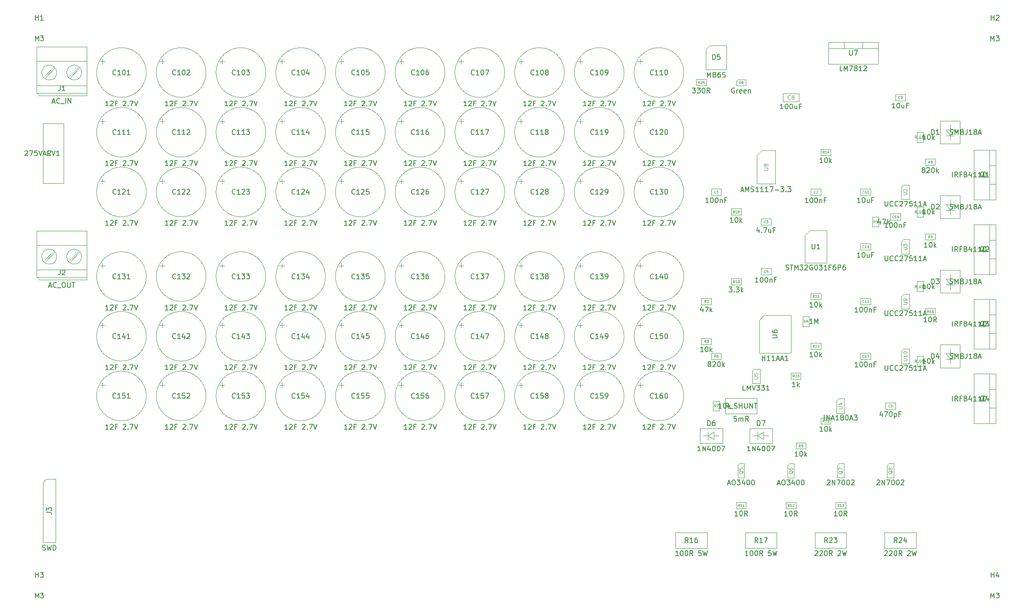
<source format=gbr>
%TF.GenerationSoftware,KiCad,Pcbnew,9.0.7*%
%TF.CreationDate,2026-01-19T08:33:36-08:00*%
%TF.ProjectId,softstart,736f6674-7374-4617-9274-2e6b69636164,B*%
%TF.SameCoordinates,Original*%
%TF.FileFunction,AssemblyDrawing,Top*%
%FSLAX46Y46*%
G04 Gerber Fmt 4.6, Leading zero omitted, Abs format (unit mm)*
G04 Created by KiCad (PCBNEW 9.0.7) date 2026-01-19 08:33:36*
%MOMM*%
%LPD*%
G01*
G04 APERTURE LIST*
%ADD10C,0.150000*%
%ADD11C,0.080000*%
%ADD12C,0.120000*%
%ADD13C,0.110000*%
%ADD14C,0.100000*%
G04 APERTURE END LIST*
D10*
X186952380Y-86134819D02*
X186380952Y-86134819D01*
X186666666Y-86134819D02*
X186666666Y-85134819D01*
X186666666Y-85134819D02*
X186571428Y-85277676D01*
X186571428Y-85277676D02*
X186476190Y-85372914D01*
X186476190Y-85372914D02*
X186380952Y-85420533D01*
X187571428Y-85134819D02*
X187666666Y-85134819D01*
X187666666Y-85134819D02*
X187761904Y-85182438D01*
X187761904Y-85182438D02*
X187809523Y-85230057D01*
X187809523Y-85230057D02*
X187857142Y-85325295D01*
X187857142Y-85325295D02*
X187904761Y-85515771D01*
X187904761Y-85515771D02*
X187904761Y-85753866D01*
X187904761Y-85753866D02*
X187857142Y-85944342D01*
X187857142Y-85944342D02*
X187809523Y-86039580D01*
X187809523Y-86039580D02*
X187761904Y-86087200D01*
X187761904Y-86087200D02*
X187666666Y-86134819D01*
X187666666Y-86134819D02*
X187571428Y-86134819D01*
X187571428Y-86134819D02*
X187476190Y-86087200D01*
X187476190Y-86087200D02*
X187428571Y-86039580D01*
X187428571Y-86039580D02*
X187380952Y-85944342D01*
X187380952Y-85944342D02*
X187333333Y-85753866D01*
X187333333Y-85753866D02*
X187333333Y-85515771D01*
X187333333Y-85515771D02*
X187380952Y-85325295D01*
X187380952Y-85325295D02*
X187428571Y-85230057D01*
X187428571Y-85230057D02*
X187476190Y-85182438D01*
X187476190Y-85182438D02*
X187571428Y-85134819D01*
X188523809Y-85134819D02*
X188619047Y-85134819D01*
X188619047Y-85134819D02*
X188714285Y-85182438D01*
X188714285Y-85182438D02*
X188761904Y-85230057D01*
X188761904Y-85230057D02*
X188809523Y-85325295D01*
X188809523Y-85325295D02*
X188857142Y-85515771D01*
X188857142Y-85515771D02*
X188857142Y-85753866D01*
X188857142Y-85753866D02*
X188809523Y-85944342D01*
X188809523Y-85944342D02*
X188761904Y-86039580D01*
X188761904Y-86039580D02*
X188714285Y-86087200D01*
X188714285Y-86087200D02*
X188619047Y-86134819D01*
X188619047Y-86134819D02*
X188523809Y-86134819D01*
X188523809Y-86134819D02*
X188428571Y-86087200D01*
X188428571Y-86087200D02*
X188380952Y-86039580D01*
X188380952Y-86039580D02*
X188333333Y-85944342D01*
X188333333Y-85944342D02*
X188285714Y-85753866D01*
X188285714Y-85753866D02*
X188285714Y-85515771D01*
X188285714Y-85515771D02*
X188333333Y-85325295D01*
X188333333Y-85325295D02*
X188380952Y-85230057D01*
X188380952Y-85230057D02*
X188428571Y-85182438D01*
X188428571Y-85182438D02*
X188523809Y-85134819D01*
X189285714Y-85468152D02*
X189285714Y-86134819D01*
X189285714Y-85563390D02*
X189333333Y-85515771D01*
X189333333Y-85515771D02*
X189428571Y-85468152D01*
X189428571Y-85468152D02*
X189571428Y-85468152D01*
X189571428Y-85468152D02*
X189666666Y-85515771D01*
X189666666Y-85515771D02*
X189714285Y-85611009D01*
X189714285Y-85611009D02*
X189714285Y-86134819D01*
X190523809Y-85611009D02*
X190190476Y-85611009D01*
X190190476Y-86134819D02*
X190190476Y-85134819D01*
X190190476Y-85134819D02*
X190666666Y-85134819D01*
D11*
X188416666Y-84179530D02*
X188392857Y-84203340D01*
X188392857Y-84203340D02*
X188321428Y-84227149D01*
X188321428Y-84227149D02*
X188273809Y-84227149D01*
X188273809Y-84227149D02*
X188202381Y-84203340D01*
X188202381Y-84203340D02*
X188154762Y-84155720D01*
X188154762Y-84155720D02*
X188130952Y-84108101D01*
X188130952Y-84108101D02*
X188107143Y-84012863D01*
X188107143Y-84012863D02*
X188107143Y-83941435D01*
X188107143Y-83941435D02*
X188130952Y-83846197D01*
X188130952Y-83846197D02*
X188154762Y-83798578D01*
X188154762Y-83798578D02*
X188202381Y-83750959D01*
X188202381Y-83750959D02*
X188273809Y-83727149D01*
X188273809Y-83727149D02*
X188321428Y-83727149D01*
X188321428Y-83727149D02*
X188392857Y-83750959D01*
X188392857Y-83750959D02*
X188416666Y-83774768D01*
X188892857Y-84227149D02*
X188607143Y-84227149D01*
X188750000Y-84227149D02*
X188750000Y-83727149D01*
X188750000Y-83727149D02*
X188702381Y-83798578D01*
X188702381Y-83798578D02*
X188654762Y-83846197D01*
X188654762Y-83846197D02*
X188607143Y-83870006D01*
D10*
X206952380Y-86134819D02*
X206380952Y-86134819D01*
X206666666Y-86134819D02*
X206666666Y-85134819D01*
X206666666Y-85134819D02*
X206571428Y-85277676D01*
X206571428Y-85277676D02*
X206476190Y-85372914D01*
X206476190Y-85372914D02*
X206380952Y-85420533D01*
X207571428Y-85134819D02*
X207666666Y-85134819D01*
X207666666Y-85134819D02*
X207761904Y-85182438D01*
X207761904Y-85182438D02*
X207809523Y-85230057D01*
X207809523Y-85230057D02*
X207857142Y-85325295D01*
X207857142Y-85325295D02*
X207904761Y-85515771D01*
X207904761Y-85515771D02*
X207904761Y-85753866D01*
X207904761Y-85753866D02*
X207857142Y-85944342D01*
X207857142Y-85944342D02*
X207809523Y-86039580D01*
X207809523Y-86039580D02*
X207761904Y-86087200D01*
X207761904Y-86087200D02*
X207666666Y-86134819D01*
X207666666Y-86134819D02*
X207571428Y-86134819D01*
X207571428Y-86134819D02*
X207476190Y-86087200D01*
X207476190Y-86087200D02*
X207428571Y-86039580D01*
X207428571Y-86039580D02*
X207380952Y-85944342D01*
X207380952Y-85944342D02*
X207333333Y-85753866D01*
X207333333Y-85753866D02*
X207333333Y-85515771D01*
X207333333Y-85515771D02*
X207380952Y-85325295D01*
X207380952Y-85325295D02*
X207428571Y-85230057D01*
X207428571Y-85230057D02*
X207476190Y-85182438D01*
X207476190Y-85182438D02*
X207571428Y-85134819D01*
X208523809Y-85134819D02*
X208619047Y-85134819D01*
X208619047Y-85134819D02*
X208714285Y-85182438D01*
X208714285Y-85182438D02*
X208761904Y-85230057D01*
X208761904Y-85230057D02*
X208809523Y-85325295D01*
X208809523Y-85325295D02*
X208857142Y-85515771D01*
X208857142Y-85515771D02*
X208857142Y-85753866D01*
X208857142Y-85753866D02*
X208809523Y-85944342D01*
X208809523Y-85944342D02*
X208761904Y-86039580D01*
X208761904Y-86039580D02*
X208714285Y-86087200D01*
X208714285Y-86087200D02*
X208619047Y-86134819D01*
X208619047Y-86134819D02*
X208523809Y-86134819D01*
X208523809Y-86134819D02*
X208428571Y-86087200D01*
X208428571Y-86087200D02*
X208380952Y-86039580D01*
X208380952Y-86039580D02*
X208333333Y-85944342D01*
X208333333Y-85944342D02*
X208285714Y-85753866D01*
X208285714Y-85753866D02*
X208285714Y-85515771D01*
X208285714Y-85515771D02*
X208333333Y-85325295D01*
X208333333Y-85325295D02*
X208380952Y-85230057D01*
X208380952Y-85230057D02*
X208428571Y-85182438D01*
X208428571Y-85182438D02*
X208523809Y-85134819D01*
X209285714Y-85468152D02*
X209285714Y-86134819D01*
X209285714Y-85563390D02*
X209333333Y-85515771D01*
X209333333Y-85515771D02*
X209428571Y-85468152D01*
X209428571Y-85468152D02*
X209571428Y-85468152D01*
X209571428Y-85468152D02*
X209666666Y-85515771D01*
X209666666Y-85515771D02*
X209714285Y-85611009D01*
X209714285Y-85611009D02*
X209714285Y-86134819D01*
X210523809Y-85611009D02*
X210190476Y-85611009D01*
X210190476Y-86134819D02*
X210190476Y-85134819D01*
X210190476Y-85134819D02*
X210666666Y-85134819D01*
D11*
X208416666Y-84179530D02*
X208392857Y-84203340D01*
X208392857Y-84203340D02*
X208321428Y-84227149D01*
X208321428Y-84227149D02*
X208273809Y-84227149D01*
X208273809Y-84227149D02*
X208202381Y-84203340D01*
X208202381Y-84203340D02*
X208154762Y-84155720D01*
X208154762Y-84155720D02*
X208130952Y-84108101D01*
X208130952Y-84108101D02*
X208107143Y-84012863D01*
X208107143Y-84012863D02*
X208107143Y-83941435D01*
X208107143Y-83941435D02*
X208130952Y-83846197D01*
X208130952Y-83846197D02*
X208154762Y-83798578D01*
X208154762Y-83798578D02*
X208202381Y-83750959D01*
X208202381Y-83750959D02*
X208273809Y-83727149D01*
X208273809Y-83727149D02*
X208321428Y-83727149D01*
X208321428Y-83727149D02*
X208392857Y-83750959D01*
X208392857Y-83750959D02*
X208416666Y-83774768D01*
X208607143Y-83774768D02*
X208630952Y-83750959D01*
X208630952Y-83750959D02*
X208678571Y-83727149D01*
X208678571Y-83727149D02*
X208797619Y-83727149D01*
X208797619Y-83727149D02*
X208845238Y-83750959D01*
X208845238Y-83750959D02*
X208869047Y-83774768D01*
X208869047Y-83774768D02*
X208892857Y-83822387D01*
X208892857Y-83822387D02*
X208892857Y-83870006D01*
X208892857Y-83870006D02*
X208869047Y-83941435D01*
X208869047Y-83941435D02*
X208583333Y-84227149D01*
X208583333Y-84227149D02*
X208892857Y-84227149D01*
D10*
X197095238Y-91468152D02*
X197095238Y-92134819D01*
X196857143Y-91087200D02*
X196619048Y-91801485D01*
X196619048Y-91801485D02*
X197238095Y-91801485D01*
X197619048Y-92039580D02*
X197666667Y-92087200D01*
X197666667Y-92087200D02*
X197619048Y-92134819D01*
X197619048Y-92134819D02*
X197571429Y-92087200D01*
X197571429Y-92087200D02*
X197619048Y-92039580D01*
X197619048Y-92039580D02*
X197619048Y-92134819D01*
X198000000Y-91134819D02*
X198666666Y-91134819D01*
X198666666Y-91134819D02*
X198238095Y-92134819D01*
X199476190Y-91468152D02*
X199476190Y-92134819D01*
X199047619Y-91468152D02*
X199047619Y-91991961D01*
X199047619Y-91991961D02*
X199095238Y-92087200D01*
X199095238Y-92087200D02*
X199190476Y-92134819D01*
X199190476Y-92134819D02*
X199333333Y-92134819D01*
X199333333Y-92134819D02*
X199428571Y-92087200D01*
X199428571Y-92087200D02*
X199476190Y-92039580D01*
X200285714Y-91611009D02*
X199952381Y-91611009D01*
X199952381Y-92134819D02*
X199952381Y-91134819D01*
X199952381Y-91134819D02*
X200428571Y-91134819D01*
D11*
X198416666Y-90179530D02*
X198392857Y-90203340D01*
X198392857Y-90203340D02*
X198321428Y-90227149D01*
X198321428Y-90227149D02*
X198273809Y-90227149D01*
X198273809Y-90227149D02*
X198202381Y-90203340D01*
X198202381Y-90203340D02*
X198154762Y-90155720D01*
X198154762Y-90155720D02*
X198130952Y-90108101D01*
X198130952Y-90108101D02*
X198107143Y-90012863D01*
X198107143Y-90012863D02*
X198107143Y-89941435D01*
X198107143Y-89941435D02*
X198130952Y-89846197D01*
X198130952Y-89846197D02*
X198154762Y-89798578D01*
X198154762Y-89798578D02*
X198202381Y-89750959D01*
X198202381Y-89750959D02*
X198273809Y-89727149D01*
X198273809Y-89727149D02*
X198321428Y-89727149D01*
X198321428Y-89727149D02*
X198392857Y-89750959D01*
X198392857Y-89750959D02*
X198416666Y-89774768D01*
X198583333Y-89727149D02*
X198892857Y-89727149D01*
X198892857Y-89727149D02*
X198726190Y-89917625D01*
X198726190Y-89917625D02*
X198797619Y-89917625D01*
X198797619Y-89917625D02*
X198845238Y-89941435D01*
X198845238Y-89941435D02*
X198869047Y-89965244D01*
X198869047Y-89965244D02*
X198892857Y-90012863D01*
X198892857Y-90012863D02*
X198892857Y-90131911D01*
X198892857Y-90131911D02*
X198869047Y-90179530D01*
X198869047Y-90179530D02*
X198845238Y-90203340D01*
X198845238Y-90203340D02*
X198797619Y-90227149D01*
X198797619Y-90227149D02*
X198654762Y-90227149D01*
X198654762Y-90227149D02*
X198607143Y-90203340D01*
X198607143Y-90203340D02*
X198583333Y-90179530D01*
D10*
X196952380Y-102134819D02*
X196380952Y-102134819D01*
X196666666Y-102134819D02*
X196666666Y-101134819D01*
X196666666Y-101134819D02*
X196571428Y-101277676D01*
X196571428Y-101277676D02*
X196476190Y-101372914D01*
X196476190Y-101372914D02*
X196380952Y-101420533D01*
X197571428Y-101134819D02*
X197666666Y-101134819D01*
X197666666Y-101134819D02*
X197761904Y-101182438D01*
X197761904Y-101182438D02*
X197809523Y-101230057D01*
X197809523Y-101230057D02*
X197857142Y-101325295D01*
X197857142Y-101325295D02*
X197904761Y-101515771D01*
X197904761Y-101515771D02*
X197904761Y-101753866D01*
X197904761Y-101753866D02*
X197857142Y-101944342D01*
X197857142Y-101944342D02*
X197809523Y-102039580D01*
X197809523Y-102039580D02*
X197761904Y-102087200D01*
X197761904Y-102087200D02*
X197666666Y-102134819D01*
X197666666Y-102134819D02*
X197571428Y-102134819D01*
X197571428Y-102134819D02*
X197476190Y-102087200D01*
X197476190Y-102087200D02*
X197428571Y-102039580D01*
X197428571Y-102039580D02*
X197380952Y-101944342D01*
X197380952Y-101944342D02*
X197333333Y-101753866D01*
X197333333Y-101753866D02*
X197333333Y-101515771D01*
X197333333Y-101515771D02*
X197380952Y-101325295D01*
X197380952Y-101325295D02*
X197428571Y-101230057D01*
X197428571Y-101230057D02*
X197476190Y-101182438D01*
X197476190Y-101182438D02*
X197571428Y-101134819D01*
X198523809Y-101134819D02*
X198619047Y-101134819D01*
X198619047Y-101134819D02*
X198714285Y-101182438D01*
X198714285Y-101182438D02*
X198761904Y-101230057D01*
X198761904Y-101230057D02*
X198809523Y-101325295D01*
X198809523Y-101325295D02*
X198857142Y-101515771D01*
X198857142Y-101515771D02*
X198857142Y-101753866D01*
X198857142Y-101753866D02*
X198809523Y-101944342D01*
X198809523Y-101944342D02*
X198761904Y-102039580D01*
X198761904Y-102039580D02*
X198714285Y-102087200D01*
X198714285Y-102087200D02*
X198619047Y-102134819D01*
X198619047Y-102134819D02*
X198523809Y-102134819D01*
X198523809Y-102134819D02*
X198428571Y-102087200D01*
X198428571Y-102087200D02*
X198380952Y-102039580D01*
X198380952Y-102039580D02*
X198333333Y-101944342D01*
X198333333Y-101944342D02*
X198285714Y-101753866D01*
X198285714Y-101753866D02*
X198285714Y-101515771D01*
X198285714Y-101515771D02*
X198333333Y-101325295D01*
X198333333Y-101325295D02*
X198380952Y-101230057D01*
X198380952Y-101230057D02*
X198428571Y-101182438D01*
X198428571Y-101182438D02*
X198523809Y-101134819D01*
X199285714Y-101468152D02*
X199285714Y-102134819D01*
X199285714Y-101563390D02*
X199333333Y-101515771D01*
X199333333Y-101515771D02*
X199428571Y-101468152D01*
X199428571Y-101468152D02*
X199571428Y-101468152D01*
X199571428Y-101468152D02*
X199666666Y-101515771D01*
X199666666Y-101515771D02*
X199714285Y-101611009D01*
X199714285Y-101611009D02*
X199714285Y-102134819D01*
X200523809Y-101611009D02*
X200190476Y-101611009D01*
X200190476Y-102134819D02*
X200190476Y-101134819D01*
X200190476Y-101134819D02*
X200666666Y-101134819D01*
D11*
X198416666Y-100179530D02*
X198392857Y-100203340D01*
X198392857Y-100203340D02*
X198321428Y-100227149D01*
X198321428Y-100227149D02*
X198273809Y-100227149D01*
X198273809Y-100227149D02*
X198202381Y-100203340D01*
X198202381Y-100203340D02*
X198154762Y-100155720D01*
X198154762Y-100155720D02*
X198130952Y-100108101D01*
X198130952Y-100108101D02*
X198107143Y-100012863D01*
X198107143Y-100012863D02*
X198107143Y-99941435D01*
X198107143Y-99941435D02*
X198130952Y-99846197D01*
X198130952Y-99846197D02*
X198154762Y-99798578D01*
X198154762Y-99798578D02*
X198202381Y-99750959D01*
X198202381Y-99750959D02*
X198273809Y-99727149D01*
X198273809Y-99727149D02*
X198321428Y-99727149D01*
X198321428Y-99727149D02*
X198392857Y-99750959D01*
X198392857Y-99750959D02*
X198416666Y-99774768D01*
X198845238Y-99893816D02*
X198845238Y-100227149D01*
X198726190Y-99703340D02*
X198607143Y-100060482D01*
X198607143Y-100060482D02*
X198916666Y-100060482D01*
D10*
X221857142Y-128468152D02*
X221857142Y-129134819D01*
X221619047Y-128087200D02*
X221380952Y-128801485D01*
X221380952Y-128801485D02*
X221999999Y-128801485D01*
X222285714Y-128134819D02*
X222952380Y-128134819D01*
X222952380Y-128134819D02*
X222523809Y-129134819D01*
X223523809Y-128134819D02*
X223619047Y-128134819D01*
X223619047Y-128134819D02*
X223714285Y-128182438D01*
X223714285Y-128182438D02*
X223761904Y-128230057D01*
X223761904Y-128230057D02*
X223809523Y-128325295D01*
X223809523Y-128325295D02*
X223857142Y-128515771D01*
X223857142Y-128515771D02*
X223857142Y-128753866D01*
X223857142Y-128753866D02*
X223809523Y-128944342D01*
X223809523Y-128944342D02*
X223761904Y-129039580D01*
X223761904Y-129039580D02*
X223714285Y-129087200D01*
X223714285Y-129087200D02*
X223619047Y-129134819D01*
X223619047Y-129134819D02*
X223523809Y-129134819D01*
X223523809Y-129134819D02*
X223428571Y-129087200D01*
X223428571Y-129087200D02*
X223380952Y-129039580D01*
X223380952Y-129039580D02*
X223333333Y-128944342D01*
X223333333Y-128944342D02*
X223285714Y-128753866D01*
X223285714Y-128753866D02*
X223285714Y-128515771D01*
X223285714Y-128515771D02*
X223333333Y-128325295D01*
X223333333Y-128325295D02*
X223380952Y-128230057D01*
X223380952Y-128230057D02*
X223428571Y-128182438D01*
X223428571Y-128182438D02*
X223523809Y-128134819D01*
X224285714Y-128468152D02*
X224285714Y-129468152D01*
X224285714Y-128515771D02*
X224380952Y-128468152D01*
X224380952Y-128468152D02*
X224571428Y-128468152D01*
X224571428Y-128468152D02*
X224666666Y-128515771D01*
X224666666Y-128515771D02*
X224714285Y-128563390D01*
X224714285Y-128563390D02*
X224761904Y-128658628D01*
X224761904Y-128658628D02*
X224761904Y-128944342D01*
X224761904Y-128944342D02*
X224714285Y-129039580D01*
X224714285Y-129039580D02*
X224666666Y-129087200D01*
X224666666Y-129087200D02*
X224571428Y-129134819D01*
X224571428Y-129134819D02*
X224380952Y-129134819D01*
X224380952Y-129134819D02*
X224285714Y-129087200D01*
X225523809Y-128611009D02*
X225190476Y-128611009D01*
X225190476Y-129134819D02*
X225190476Y-128134819D01*
X225190476Y-128134819D02*
X225666666Y-128134819D01*
D11*
X223416666Y-127179530D02*
X223392857Y-127203340D01*
X223392857Y-127203340D02*
X223321428Y-127227149D01*
X223321428Y-127227149D02*
X223273809Y-127227149D01*
X223273809Y-127227149D02*
X223202381Y-127203340D01*
X223202381Y-127203340D02*
X223154762Y-127155720D01*
X223154762Y-127155720D02*
X223130952Y-127108101D01*
X223130952Y-127108101D02*
X223107143Y-127012863D01*
X223107143Y-127012863D02*
X223107143Y-126941435D01*
X223107143Y-126941435D02*
X223130952Y-126846197D01*
X223130952Y-126846197D02*
X223154762Y-126798578D01*
X223154762Y-126798578D02*
X223202381Y-126750959D01*
X223202381Y-126750959D02*
X223273809Y-126727149D01*
X223273809Y-126727149D02*
X223321428Y-126727149D01*
X223321428Y-126727149D02*
X223392857Y-126750959D01*
X223392857Y-126750959D02*
X223416666Y-126774768D01*
X223869047Y-126727149D02*
X223630952Y-126727149D01*
X223630952Y-126727149D02*
X223607143Y-126965244D01*
X223607143Y-126965244D02*
X223630952Y-126941435D01*
X223630952Y-126941435D02*
X223678571Y-126917625D01*
X223678571Y-126917625D02*
X223797619Y-126917625D01*
X223797619Y-126917625D02*
X223845238Y-126941435D01*
X223845238Y-126941435D02*
X223869047Y-126965244D01*
X223869047Y-126965244D02*
X223892857Y-127012863D01*
X223892857Y-127012863D02*
X223892857Y-127131911D01*
X223892857Y-127131911D02*
X223869047Y-127179530D01*
X223869047Y-127179530D02*
X223845238Y-127203340D01*
X223845238Y-127203340D02*
X223797619Y-127227149D01*
X223797619Y-127227149D02*
X223678571Y-127227149D01*
X223678571Y-127227149D02*
X223630952Y-127203340D01*
X223630952Y-127203340D02*
X223607143Y-127179530D01*
D10*
X201952380Y-67304819D02*
X201380952Y-67304819D01*
X201666666Y-67304819D02*
X201666666Y-66304819D01*
X201666666Y-66304819D02*
X201571428Y-66447676D01*
X201571428Y-66447676D02*
X201476190Y-66542914D01*
X201476190Y-66542914D02*
X201380952Y-66590533D01*
X202571428Y-66304819D02*
X202666666Y-66304819D01*
X202666666Y-66304819D02*
X202761904Y-66352438D01*
X202761904Y-66352438D02*
X202809523Y-66400057D01*
X202809523Y-66400057D02*
X202857142Y-66495295D01*
X202857142Y-66495295D02*
X202904761Y-66685771D01*
X202904761Y-66685771D02*
X202904761Y-66923866D01*
X202904761Y-66923866D02*
X202857142Y-67114342D01*
X202857142Y-67114342D02*
X202809523Y-67209580D01*
X202809523Y-67209580D02*
X202761904Y-67257200D01*
X202761904Y-67257200D02*
X202666666Y-67304819D01*
X202666666Y-67304819D02*
X202571428Y-67304819D01*
X202571428Y-67304819D02*
X202476190Y-67257200D01*
X202476190Y-67257200D02*
X202428571Y-67209580D01*
X202428571Y-67209580D02*
X202380952Y-67114342D01*
X202380952Y-67114342D02*
X202333333Y-66923866D01*
X202333333Y-66923866D02*
X202333333Y-66685771D01*
X202333333Y-66685771D02*
X202380952Y-66495295D01*
X202380952Y-66495295D02*
X202428571Y-66400057D01*
X202428571Y-66400057D02*
X202476190Y-66352438D01*
X202476190Y-66352438D02*
X202571428Y-66304819D01*
X203523809Y-66304819D02*
X203619047Y-66304819D01*
X203619047Y-66304819D02*
X203714285Y-66352438D01*
X203714285Y-66352438D02*
X203761904Y-66400057D01*
X203761904Y-66400057D02*
X203809523Y-66495295D01*
X203809523Y-66495295D02*
X203857142Y-66685771D01*
X203857142Y-66685771D02*
X203857142Y-66923866D01*
X203857142Y-66923866D02*
X203809523Y-67114342D01*
X203809523Y-67114342D02*
X203761904Y-67209580D01*
X203761904Y-67209580D02*
X203714285Y-67257200D01*
X203714285Y-67257200D02*
X203619047Y-67304819D01*
X203619047Y-67304819D02*
X203523809Y-67304819D01*
X203523809Y-67304819D02*
X203428571Y-67257200D01*
X203428571Y-67257200D02*
X203380952Y-67209580D01*
X203380952Y-67209580D02*
X203333333Y-67114342D01*
X203333333Y-67114342D02*
X203285714Y-66923866D01*
X203285714Y-66923866D02*
X203285714Y-66685771D01*
X203285714Y-66685771D02*
X203333333Y-66495295D01*
X203333333Y-66495295D02*
X203380952Y-66400057D01*
X203380952Y-66400057D02*
X203428571Y-66352438D01*
X203428571Y-66352438D02*
X203523809Y-66304819D01*
X204714285Y-66638152D02*
X204714285Y-67304819D01*
X204285714Y-66638152D02*
X204285714Y-67161961D01*
X204285714Y-67161961D02*
X204333333Y-67257200D01*
X204333333Y-67257200D02*
X204428571Y-67304819D01*
X204428571Y-67304819D02*
X204571428Y-67304819D01*
X204571428Y-67304819D02*
X204666666Y-67257200D01*
X204666666Y-67257200D02*
X204714285Y-67209580D01*
X205523809Y-66781009D02*
X205190476Y-66781009D01*
X205190476Y-67304819D02*
X205190476Y-66304819D01*
X205190476Y-66304819D02*
X205666666Y-66304819D01*
D12*
X203366667Y-65287664D02*
X203328571Y-65325760D01*
X203328571Y-65325760D02*
X203214286Y-65363855D01*
X203214286Y-65363855D02*
X203138095Y-65363855D01*
X203138095Y-65363855D02*
X203023809Y-65325760D01*
X203023809Y-65325760D02*
X202947619Y-65249569D01*
X202947619Y-65249569D02*
X202909524Y-65173379D01*
X202909524Y-65173379D02*
X202871428Y-65020998D01*
X202871428Y-65020998D02*
X202871428Y-64906712D01*
X202871428Y-64906712D02*
X202909524Y-64754331D01*
X202909524Y-64754331D02*
X202947619Y-64678140D01*
X202947619Y-64678140D02*
X203023809Y-64601950D01*
X203023809Y-64601950D02*
X203138095Y-64563855D01*
X203138095Y-64563855D02*
X203214286Y-64563855D01*
X203214286Y-64563855D02*
X203328571Y-64601950D01*
X203328571Y-64601950D02*
X203366667Y-64640045D01*
X203823809Y-64906712D02*
X203747619Y-64868617D01*
X203747619Y-64868617D02*
X203709524Y-64830521D01*
X203709524Y-64830521D02*
X203671428Y-64754331D01*
X203671428Y-64754331D02*
X203671428Y-64716236D01*
X203671428Y-64716236D02*
X203709524Y-64640045D01*
X203709524Y-64640045D02*
X203747619Y-64601950D01*
X203747619Y-64601950D02*
X203823809Y-64563855D01*
X203823809Y-64563855D02*
X203976190Y-64563855D01*
X203976190Y-64563855D02*
X204052381Y-64601950D01*
X204052381Y-64601950D02*
X204090476Y-64640045D01*
X204090476Y-64640045D02*
X204128571Y-64716236D01*
X204128571Y-64716236D02*
X204128571Y-64754331D01*
X204128571Y-64754331D02*
X204090476Y-64830521D01*
X204090476Y-64830521D02*
X204052381Y-64868617D01*
X204052381Y-64868617D02*
X203976190Y-64906712D01*
X203976190Y-64906712D02*
X203823809Y-64906712D01*
X203823809Y-64906712D02*
X203747619Y-64944807D01*
X203747619Y-64944807D02*
X203709524Y-64982902D01*
X203709524Y-64982902D02*
X203671428Y-65059093D01*
X203671428Y-65059093D02*
X203671428Y-65211474D01*
X203671428Y-65211474D02*
X203709524Y-65287664D01*
X203709524Y-65287664D02*
X203747619Y-65325760D01*
X203747619Y-65325760D02*
X203823809Y-65363855D01*
X203823809Y-65363855D02*
X203976190Y-65363855D01*
X203976190Y-65363855D02*
X204052381Y-65325760D01*
X204052381Y-65325760D02*
X204090476Y-65287664D01*
X204090476Y-65287664D02*
X204128571Y-65211474D01*
X204128571Y-65211474D02*
X204128571Y-65059093D01*
X204128571Y-65059093D02*
X204090476Y-64982902D01*
X204090476Y-64982902D02*
X204052381Y-64944807D01*
X204052381Y-64944807D02*
X203976190Y-64906712D01*
D10*
X224428571Y-67134819D02*
X223857143Y-67134819D01*
X224142857Y-67134819D02*
X224142857Y-66134819D01*
X224142857Y-66134819D02*
X224047619Y-66277676D01*
X224047619Y-66277676D02*
X223952381Y-66372914D01*
X223952381Y-66372914D02*
X223857143Y-66420533D01*
X225047619Y-66134819D02*
X225142857Y-66134819D01*
X225142857Y-66134819D02*
X225238095Y-66182438D01*
X225238095Y-66182438D02*
X225285714Y-66230057D01*
X225285714Y-66230057D02*
X225333333Y-66325295D01*
X225333333Y-66325295D02*
X225380952Y-66515771D01*
X225380952Y-66515771D02*
X225380952Y-66753866D01*
X225380952Y-66753866D02*
X225333333Y-66944342D01*
X225333333Y-66944342D02*
X225285714Y-67039580D01*
X225285714Y-67039580D02*
X225238095Y-67087200D01*
X225238095Y-67087200D02*
X225142857Y-67134819D01*
X225142857Y-67134819D02*
X225047619Y-67134819D01*
X225047619Y-67134819D02*
X224952381Y-67087200D01*
X224952381Y-67087200D02*
X224904762Y-67039580D01*
X224904762Y-67039580D02*
X224857143Y-66944342D01*
X224857143Y-66944342D02*
X224809524Y-66753866D01*
X224809524Y-66753866D02*
X224809524Y-66515771D01*
X224809524Y-66515771D02*
X224857143Y-66325295D01*
X224857143Y-66325295D02*
X224904762Y-66230057D01*
X224904762Y-66230057D02*
X224952381Y-66182438D01*
X224952381Y-66182438D02*
X225047619Y-66134819D01*
X226238095Y-66468152D02*
X226238095Y-67134819D01*
X225809524Y-66468152D02*
X225809524Y-66991961D01*
X225809524Y-66991961D02*
X225857143Y-67087200D01*
X225857143Y-67087200D02*
X225952381Y-67134819D01*
X225952381Y-67134819D02*
X226095238Y-67134819D01*
X226095238Y-67134819D02*
X226190476Y-67087200D01*
X226190476Y-67087200D02*
X226238095Y-67039580D01*
X227047619Y-66611009D02*
X226714286Y-66611009D01*
X226714286Y-67134819D02*
X226714286Y-66134819D01*
X226714286Y-66134819D02*
X227190476Y-66134819D01*
D11*
X225416666Y-65179530D02*
X225392857Y-65203340D01*
X225392857Y-65203340D02*
X225321428Y-65227149D01*
X225321428Y-65227149D02*
X225273809Y-65227149D01*
X225273809Y-65227149D02*
X225202381Y-65203340D01*
X225202381Y-65203340D02*
X225154762Y-65155720D01*
X225154762Y-65155720D02*
X225130952Y-65108101D01*
X225130952Y-65108101D02*
X225107143Y-65012863D01*
X225107143Y-65012863D02*
X225107143Y-64941435D01*
X225107143Y-64941435D02*
X225130952Y-64846197D01*
X225130952Y-64846197D02*
X225154762Y-64798578D01*
X225154762Y-64798578D02*
X225202381Y-64750959D01*
X225202381Y-64750959D02*
X225273809Y-64727149D01*
X225273809Y-64727149D02*
X225321428Y-64727149D01*
X225321428Y-64727149D02*
X225392857Y-64750959D01*
X225392857Y-64750959D02*
X225416666Y-64774768D01*
X225654762Y-65227149D02*
X225750000Y-65227149D01*
X225750000Y-65227149D02*
X225797619Y-65203340D01*
X225797619Y-65203340D02*
X225821428Y-65179530D01*
X225821428Y-65179530D02*
X225869047Y-65108101D01*
X225869047Y-65108101D02*
X225892857Y-65012863D01*
X225892857Y-65012863D02*
X225892857Y-64822387D01*
X225892857Y-64822387D02*
X225869047Y-64774768D01*
X225869047Y-64774768D02*
X225845238Y-64750959D01*
X225845238Y-64750959D02*
X225797619Y-64727149D01*
X225797619Y-64727149D02*
X225702381Y-64727149D01*
X225702381Y-64727149D02*
X225654762Y-64750959D01*
X225654762Y-64750959D02*
X225630952Y-64774768D01*
X225630952Y-64774768D02*
X225607143Y-64822387D01*
X225607143Y-64822387D02*
X225607143Y-64941435D01*
X225607143Y-64941435D02*
X225630952Y-64989054D01*
X225630952Y-64989054D02*
X225654762Y-65012863D01*
X225654762Y-65012863D02*
X225702381Y-65036673D01*
X225702381Y-65036673D02*
X225797619Y-65036673D01*
X225797619Y-65036673D02*
X225845238Y-65012863D01*
X225845238Y-65012863D02*
X225869047Y-64989054D01*
X225869047Y-64989054D02*
X225892857Y-64941435D01*
D10*
X217428571Y-86134819D02*
X216857143Y-86134819D01*
X217142857Y-86134819D02*
X217142857Y-85134819D01*
X217142857Y-85134819D02*
X217047619Y-85277676D01*
X217047619Y-85277676D02*
X216952381Y-85372914D01*
X216952381Y-85372914D02*
X216857143Y-85420533D01*
X218047619Y-85134819D02*
X218142857Y-85134819D01*
X218142857Y-85134819D02*
X218238095Y-85182438D01*
X218238095Y-85182438D02*
X218285714Y-85230057D01*
X218285714Y-85230057D02*
X218333333Y-85325295D01*
X218333333Y-85325295D02*
X218380952Y-85515771D01*
X218380952Y-85515771D02*
X218380952Y-85753866D01*
X218380952Y-85753866D02*
X218333333Y-85944342D01*
X218333333Y-85944342D02*
X218285714Y-86039580D01*
X218285714Y-86039580D02*
X218238095Y-86087200D01*
X218238095Y-86087200D02*
X218142857Y-86134819D01*
X218142857Y-86134819D02*
X218047619Y-86134819D01*
X218047619Y-86134819D02*
X217952381Y-86087200D01*
X217952381Y-86087200D02*
X217904762Y-86039580D01*
X217904762Y-86039580D02*
X217857143Y-85944342D01*
X217857143Y-85944342D02*
X217809524Y-85753866D01*
X217809524Y-85753866D02*
X217809524Y-85515771D01*
X217809524Y-85515771D02*
X217857143Y-85325295D01*
X217857143Y-85325295D02*
X217904762Y-85230057D01*
X217904762Y-85230057D02*
X217952381Y-85182438D01*
X217952381Y-85182438D02*
X218047619Y-85134819D01*
X219238095Y-85468152D02*
X219238095Y-86134819D01*
X218809524Y-85468152D02*
X218809524Y-85991961D01*
X218809524Y-85991961D02*
X218857143Y-86087200D01*
X218857143Y-86087200D02*
X218952381Y-86134819D01*
X218952381Y-86134819D02*
X219095238Y-86134819D01*
X219095238Y-86134819D02*
X219190476Y-86087200D01*
X219190476Y-86087200D02*
X219238095Y-86039580D01*
X220047619Y-85611009D02*
X219714286Y-85611009D01*
X219714286Y-86134819D02*
X219714286Y-85134819D01*
X219714286Y-85134819D02*
X220190476Y-85134819D01*
D11*
X218178571Y-84179530D02*
X218154762Y-84203340D01*
X218154762Y-84203340D02*
X218083333Y-84227149D01*
X218083333Y-84227149D02*
X218035714Y-84227149D01*
X218035714Y-84227149D02*
X217964286Y-84203340D01*
X217964286Y-84203340D02*
X217916667Y-84155720D01*
X217916667Y-84155720D02*
X217892857Y-84108101D01*
X217892857Y-84108101D02*
X217869048Y-84012863D01*
X217869048Y-84012863D02*
X217869048Y-83941435D01*
X217869048Y-83941435D02*
X217892857Y-83846197D01*
X217892857Y-83846197D02*
X217916667Y-83798578D01*
X217916667Y-83798578D02*
X217964286Y-83750959D01*
X217964286Y-83750959D02*
X218035714Y-83727149D01*
X218035714Y-83727149D02*
X218083333Y-83727149D01*
X218083333Y-83727149D02*
X218154762Y-83750959D01*
X218154762Y-83750959D02*
X218178571Y-83774768D01*
X218654762Y-84227149D02*
X218369048Y-84227149D01*
X218511905Y-84227149D02*
X218511905Y-83727149D01*
X218511905Y-83727149D02*
X218464286Y-83798578D01*
X218464286Y-83798578D02*
X218416667Y-83846197D01*
X218416667Y-83846197D02*
X218369048Y-83870006D01*
X218964285Y-83727149D02*
X219011904Y-83727149D01*
X219011904Y-83727149D02*
X219059523Y-83750959D01*
X219059523Y-83750959D02*
X219083333Y-83774768D01*
X219083333Y-83774768D02*
X219107142Y-83822387D01*
X219107142Y-83822387D02*
X219130952Y-83917625D01*
X219130952Y-83917625D02*
X219130952Y-84036673D01*
X219130952Y-84036673D02*
X219107142Y-84131911D01*
X219107142Y-84131911D02*
X219083333Y-84179530D01*
X219083333Y-84179530D02*
X219059523Y-84203340D01*
X219059523Y-84203340D02*
X219011904Y-84227149D01*
X219011904Y-84227149D02*
X218964285Y-84227149D01*
X218964285Y-84227149D02*
X218916666Y-84203340D01*
X218916666Y-84203340D02*
X218892857Y-84179530D01*
X218892857Y-84179530D02*
X218869047Y-84131911D01*
X218869047Y-84131911D02*
X218845238Y-84036673D01*
X218845238Y-84036673D02*
X218845238Y-83917625D01*
X218845238Y-83917625D02*
X218869047Y-83822387D01*
X218869047Y-83822387D02*
X218892857Y-83774768D01*
X218892857Y-83774768D02*
X218916666Y-83750959D01*
X218916666Y-83750959D02*
X218964285Y-83727149D01*
D10*
X217428571Y-97134819D02*
X216857143Y-97134819D01*
X217142857Y-97134819D02*
X217142857Y-96134819D01*
X217142857Y-96134819D02*
X217047619Y-96277676D01*
X217047619Y-96277676D02*
X216952381Y-96372914D01*
X216952381Y-96372914D02*
X216857143Y-96420533D01*
X218047619Y-96134819D02*
X218142857Y-96134819D01*
X218142857Y-96134819D02*
X218238095Y-96182438D01*
X218238095Y-96182438D02*
X218285714Y-96230057D01*
X218285714Y-96230057D02*
X218333333Y-96325295D01*
X218333333Y-96325295D02*
X218380952Y-96515771D01*
X218380952Y-96515771D02*
X218380952Y-96753866D01*
X218380952Y-96753866D02*
X218333333Y-96944342D01*
X218333333Y-96944342D02*
X218285714Y-97039580D01*
X218285714Y-97039580D02*
X218238095Y-97087200D01*
X218238095Y-97087200D02*
X218142857Y-97134819D01*
X218142857Y-97134819D02*
X218047619Y-97134819D01*
X218047619Y-97134819D02*
X217952381Y-97087200D01*
X217952381Y-97087200D02*
X217904762Y-97039580D01*
X217904762Y-97039580D02*
X217857143Y-96944342D01*
X217857143Y-96944342D02*
X217809524Y-96753866D01*
X217809524Y-96753866D02*
X217809524Y-96515771D01*
X217809524Y-96515771D02*
X217857143Y-96325295D01*
X217857143Y-96325295D02*
X217904762Y-96230057D01*
X217904762Y-96230057D02*
X217952381Y-96182438D01*
X217952381Y-96182438D02*
X218047619Y-96134819D01*
X219238095Y-96468152D02*
X219238095Y-97134819D01*
X218809524Y-96468152D02*
X218809524Y-96991961D01*
X218809524Y-96991961D02*
X218857143Y-97087200D01*
X218857143Y-97087200D02*
X218952381Y-97134819D01*
X218952381Y-97134819D02*
X219095238Y-97134819D01*
X219095238Y-97134819D02*
X219190476Y-97087200D01*
X219190476Y-97087200D02*
X219238095Y-97039580D01*
X220047619Y-96611009D02*
X219714286Y-96611009D01*
X219714286Y-97134819D02*
X219714286Y-96134819D01*
X219714286Y-96134819D02*
X220190476Y-96134819D01*
D11*
X218178571Y-95179530D02*
X218154762Y-95203340D01*
X218154762Y-95203340D02*
X218083333Y-95227149D01*
X218083333Y-95227149D02*
X218035714Y-95227149D01*
X218035714Y-95227149D02*
X217964286Y-95203340D01*
X217964286Y-95203340D02*
X217916667Y-95155720D01*
X217916667Y-95155720D02*
X217892857Y-95108101D01*
X217892857Y-95108101D02*
X217869048Y-95012863D01*
X217869048Y-95012863D02*
X217869048Y-94941435D01*
X217869048Y-94941435D02*
X217892857Y-94846197D01*
X217892857Y-94846197D02*
X217916667Y-94798578D01*
X217916667Y-94798578D02*
X217964286Y-94750959D01*
X217964286Y-94750959D02*
X218035714Y-94727149D01*
X218035714Y-94727149D02*
X218083333Y-94727149D01*
X218083333Y-94727149D02*
X218154762Y-94750959D01*
X218154762Y-94750959D02*
X218178571Y-94774768D01*
X218654762Y-95227149D02*
X218369048Y-95227149D01*
X218511905Y-95227149D02*
X218511905Y-94727149D01*
X218511905Y-94727149D02*
X218464286Y-94798578D01*
X218464286Y-94798578D02*
X218416667Y-94846197D01*
X218416667Y-94846197D02*
X218369048Y-94870006D01*
X219130952Y-95227149D02*
X218845238Y-95227149D01*
X218988095Y-95227149D02*
X218988095Y-94727149D01*
X218988095Y-94727149D02*
X218940476Y-94798578D01*
X218940476Y-94798578D02*
X218892857Y-94846197D01*
X218892857Y-94846197D02*
X218845238Y-94870006D01*
D10*
X216952380Y-108134819D02*
X216380952Y-108134819D01*
X216666666Y-108134819D02*
X216666666Y-107134819D01*
X216666666Y-107134819D02*
X216571428Y-107277676D01*
X216571428Y-107277676D02*
X216476190Y-107372914D01*
X216476190Y-107372914D02*
X216380952Y-107420533D01*
X217571428Y-107134819D02*
X217666666Y-107134819D01*
X217666666Y-107134819D02*
X217761904Y-107182438D01*
X217761904Y-107182438D02*
X217809523Y-107230057D01*
X217809523Y-107230057D02*
X217857142Y-107325295D01*
X217857142Y-107325295D02*
X217904761Y-107515771D01*
X217904761Y-107515771D02*
X217904761Y-107753866D01*
X217904761Y-107753866D02*
X217857142Y-107944342D01*
X217857142Y-107944342D02*
X217809523Y-108039580D01*
X217809523Y-108039580D02*
X217761904Y-108087200D01*
X217761904Y-108087200D02*
X217666666Y-108134819D01*
X217666666Y-108134819D02*
X217571428Y-108134819D01*
X217571428Y-108134819D02*
X217476190Y-108087200D01*
X217476190Y-108087200D02*
X217428571Y-108039580D01*
X217428571Y-108039580D02*
X217380952Y-107944342D01*
X217380952Y-107944342D02*
X217333333Y-107753866D01*
X217333333Y-107753866D02*
X217333333Y-107515771D01*
X217333333Y-107515771D02*
X217380952Y-107325295D01*
X217380952Y-107325295D02*
X217428571Y-107230057D01*
X217428571Y-107230057D02*
X217476190Y-107182438D01*
X217476190Y-107182438D02*
X217571428Y-107134819D01*
X218523809Y-107134819D02*
X218619047Y-107134819D01*
X218619047Y-107134819D02*
X218714285Y-107182438D01*
X218714285Y-107182438D02*
X218761904Y-107230057D01*
X218761904Y-107230057D02*
X218809523Y-107325295D01*
X218809523Y-107325295D02*
X218857142Y-107515771D01*
X218857142Y-107515771D02*
X218857142Y-107753866D01*
X218857142Y-107753866D02*
X218809523Y-107944342D01*
X218809523Y-107944342D02*
X218761904Y-108039580D01*
X218761904Y-108039580D02*
X218714285Y-108087200D01*
X218714285Y-108087200D02*
X218619047Y-108134819D01*
X218619047Y-108134819D02*
X218523809Y-108134819D01*
X218523809Y-108134819D02*
X218428571Y-108087200D01*
X218428571Y-108087200D02*
X218380952Y-108039580D01*
X218380952Y-108039580D02*
X218333333Y-107944342D01*
X218333333Y-107944342D02*
X218285714Y-107753866D01*
X218285714Y-107753866D02*
X218285714Y-107515771D01*
X218285714Y-107515771D02*
X218333333Y-107325295D01*
X218333333Y-107325295D02*
X218380952Y-107230057D01*
X218380952Y-107230057D02*
X218428571Y-107182438D01*
X218428571Y-107182438D02*
X218523809Y-107134819D01*
X219285714Y-107468152D02*
X219285714Y-108134819D01*
X219285714Y-107563390D02*
X219333333Y-107515771D01*
X219333333Y-107515771D02*
X219428571Y-107468152D01*
X219428571Y-107468152D02*
X219571428Y-107468152D01*
X219571428Y-107468152D02*
X219666666Y-107515771D01*
X219666666Y-107515771D02*
X219714285Y-107611009D01*
X219714285Y-107611009D02*
X219714285Y-108134819D01*
X220523809Y-107611009D02*
X220190476Y-107611009D01*
X220190476Y-108134819D02*
X220190476Y-107134819D01*
X220190476Y-107134819D02*
X220666666Y-107134819D01*
D11*
X218178571Y-106179530D02*
X218154762Y-106203340D01*
X218154762Y-106203340D02*
X218083333Y-106227149D01*
X218083333Y-106227149D02*
X218035714Y-106227149D01*
X218035714Y-106227149D02*
X217964286Y-106203340D01*
X217964286Y-106203340D02*
X217916667Y-106155720D01*
X217916667Y-106155720D02*
X217892857Y-106108101D01*
X217892857Y-106108101D02*
X217869048Y-106012863D01*
X217869048Y-106012863D02*
X217869048Y-105941435D01*
X217869048Y-105941435D02*
X217892857Y-105846197D01*
X217892857Y-105846197D02*
X217916667Y-105798578D01*
X217916667Y-105798578D02*
X217964286Y-105750959D01*
X217964286Y-105750959D02*
X218035714Y-105727149D01*
X218035714Y-105727149D02*
X218083333Y-105727149D01*
X218083333Y-105727149D02*
X218154762Y-105750959D01*
X218154762Y-105750959D02*
X218178571Y-105774768D01*
X218654762Y-106227149D02*
X218369048Y-106227149D01*
X218511905Y-106227149D02*
X218511905Y-105727149D01*
X218511905Y-105727149D02*
X218464286Y-105798578D01*
X218464286Y-105798578D02*
X218416667Y-105846197D01*
X218416667Y-105846197D02*
X218369048Y-105870006D01*
X218845238Y-105774768D02*
X218869047Y-105750959D01*
X218869047Y-105750959D02*
X218916666Y-105727149D01*
X218916666Y-105727149D02*
X219035714Y-105727149D01*
X219035714Y-105727149D02*
X219083333Y-105750959D01*
X219083333Y-105750959D02*
X219107142Y-105774768D01*
X219107142Y-105774768D02*
X219130952Y-105822387D01*
X219130952Y-105822387D02*
X219130952Y-105870006D01*
X219130952Y-105870006D02*
X219107142Y-105941435D01*
X219107142Y-105941435D02*
X218821428Y-106227149D01*
X218821428Y-106227149D02*
X219130952Y-106227149D01*
D10*
X216952380Y-119134819D02*
X216380952Y-119134819D01*
X216666666Y-119134819D02*
X216666666Y-118134819D01*
X216666666Y-118134819D02*
X216571428Y-118277676D01*
X216571428Y-118277676D02*
X216476190Y-118372914D01*
X216476190Y-118372914D02*
X216380952Y-118420533D01*
X217571428Y-118134819D02*
X217666666Y-118134819D01*
X217666666Y-118134819D02*
X217761904Y-118182438D01*
X217761904Y-118182438D02*
X217809523Y-118230057D01*
X217809523Y-118230057D02*
X217857142Y-118325295D01*
X217857142Y-118325295D02*
X217904761Y-118515771D01*
X217904761Y-118515771D02*
X217904761Y-118753866D01*
X217904761Y-118753866D02*
X217857142Y-118944342D01*
X217857142Y-118944342D02*
X217809523Y-119039580D01*
X217809523Y-119039580D02*
X217761904Y-119087200D01*
X217761904Y-119087200D02*
X217666666Y-119134819D01*
X217666666Y-119134819D02*
X217571428Y-119134819D01*
X217571428Y-119134819D02*
X217476190Y-119087200D01*
X217476190Y-119087200D02*
X217428571Y-119039580D01*
X217428571Y-119039580D02*
X217380952Y-118944342D01*
X217380952Y-118944342D02*
X217333333Y-118753866D01*
X217333333Y-118753866D02*
X217333333Y-118515771D01*
X217333333Y-118515771D02*
X217380952Y-118325295D01*
X217380952Y-118325295D02*
X217428571Y-118230057D01*
X217428571Y-118230057D02*
X217476190Y-118182438D01*
X217476190Y-118182438D02*
X217571428Y-118134819D01*
X218523809Y-118134819D02*
X218619047Y-118134819D01*
X218619047Y-118134819D02*
X218714285Y-118182438D01*
X218714285Y-118182438D02*
X218761904Y-118230057D01*
X218761904Y-118230057D02*
X218809523Y-118325295D01*
X218809523Y-118325295D02*
X218857142Y-118515771D01*
X218857142Y-118515771D02*
X218857142Y-118753866D01*
X218857142Y-118753866D02*
X218809523Y-118944342D01*
X218809523Y-118944342D02*
X218761904Y-119039580D01*
X218761904Y-119039580D02*
X218714285Y-119087200D01*
X218714285Y-119087200D02*
X218619047Y-119134819D01*
X218619047Y-119134819D02*
X218523809Y-119134819D01*
X218523809Y-119134819D02*
X218428571Y-119087200D01*
X218428571Y-119087200D02*
X218380952Y-119039580D01*
X218380952Y-119039580D02*
X218333333Y-118944342D01*
X218333333Y-118944342D02*
X218285714Y-118753866D01*
X218285714Y-118753866D02*
X218285714Y-118515771D01*
X218285714Y-118515771D02*
X218333333Y-118325295D01*
X218333333Y-118325295D02*
X218380952Y-118230057D01*
X218380952Y-118230057D02*
X218428571Y-118182438D01*
X218428571Y-118182438D02*
X218523809Y-118134819D01*
X219285714Y-118468152D02*
X219285714Y-119134819D01*
X219285714Y-118563390D02*
X219333333Y-118515771D01*
X219333333Y-118515771D02*
X219428571Y-118468152D01*
X219428571Y-118468152D02*
X219571428Y-118468152D01*
X219571428Y-118468152D02*
X219666666Y-118515771D01*
X219666666Y-118515771D02*
X219714285Y-118611009D01*
X219714285Y-118611009D02*
X219714285Y-119134819D01*
X220523809Y-118611009D02*
X220190476Y-118611009D01*
X220190476Y-119134819D02*
X220190476Y-118134819D01*
X220190476Y-118134819D02*
X220666666Y-118134819D01*
D11*
X218178571Y-117179530D02*
X218154762Y-117203340D01*
X218154762Y-117203340D02*
X218083333Y-117227149D01*
X218083333Y-117227149D02*
X218035714Y-117227149D01*
X218035714Y-117227149D02*
X217964286Y-117203340D01*
X217964286Y-117203340D02*
X217916667Y-117155720D01*
X217916667Y-117155720D02*
X217892857Y-117108101D01*
X217892857Y-117108101D02*
X217869048Y-117012863D01*
X217869048Y-117012863D02*
X217869048Y-116941435D01*
X217869048Y-116941435D02*
X217892857Y-116846197D01*
X217892857Y-116846197D02*
X217916667Y-116798578D01*
X217916667Y-116798578D02*
X217964286Y-116750959D01*
X217964286Y-116750959D02*
X218035714Y-116727149D01*
X218035714Y-116727149D02*
X218083333Y-116727149D01*
X218083333Y-116727149D02*
X218154762Y-116750959D01*
X218154762Y-116750959D02*
X218178571Y-116774768D01*
X218654762Y-117227149D02*
X218369048Y-117227149D01*
X218511905Y-117227149D02*
X218511905Y-116727149D01*
X218511905Y-116727149D02*
X218464286Y-116798578D01*
X218464286Y-116798578D02*
X218416667Y-116846197D01*
X218416667Y-116846197D02*
X218369048Y-116870006D01*
X218821428Y-116727149D02*
X219130952Y-116727149D01*
X219130952Y-116727149D02*
X218964285Y-116917625D01*
X218964285Y-116917625D02*
X219035714Y-116917625D01*
X219035714Y-116917625D02*
X219083333Y-116941435D01*
X219083333Y-116941435D02*
X219107142Y-116965244D01*
X219107142Y-116965244D02*
X219130952Y-117012863D01*
X219130952Y-117012863D02*
X219130952Y-117131911D01*
X219130952Y-117131911D02*
X219107142Y-117179530D01*
X219107142Y-117179530D02*
X219083333Y-117203340D01*
X219083333Y-117203340D02*
X219035714Y-117227149D01*
X219035714Y-117227149D02*
X218892857Y-117227149D01*
X218892857Y-117227149D02*
X218845238Y-117203340D01*
X218845238Y-117203340D02*
X218821428Y-117179530D01*
D10*
X222952380Y-91134819D02*
X222380952Y-91134819D01*
X222666666Y-91134819D02*
X222666666Y-90134819D01*
X222666666Y-90134819D02*
X222571428Y-90277676D01*
X222571428Y-90277676D02*
X222476190Y-90372914D01*
X222476190Y-90372914D02*
X222380952Y-90420533D01*
X223571428Y-90134819D02*
X223666666Y-90134819D01*
X223666666Y-90134819D02*
X223761904Y-90182438D01*
X223761904Y-90182438D02*
X223809523Y-90230057D01*
X223809523Y-90230057D02*
X223857142Y-90325295D01*
X223857142Y-90325295D02*
X223904761Y-90515771D01*
X223904761Y-90515771D02*
X223904761Y-90753866D01*
X223904761Y-90753866D02*
X223857142Y-90944342D01*
X223857142Y-90944342D02*
X223809523Y-91039580D01*
X223809523Y-91039580D02*
X223761904Y-91087200D01*
X223761904Y-91087200D02*
X223666666Y-91134819D01*
X223666666Y-91134819D02*
X223571428Y-91134819D01*
X223571428Y-91134819D02*
X223476190Y-91087200D01*
X223476190Y-91087200D02*
X223428571Y-91039580D01*
X223428571Y-91039580D02*
X223380952Y-90944342D01*
X223380952Y-90944342D02*
X223333333Y-90753866D01*
X223333333Y-90753866D02*
X223333333Y-90515771D01*
X223333333Y-90515771D02*
X223380952Y-90325295D01*
X223380952Y-90325295D02*
X223428571Y-90230057D01*
X223428571Y-90230057D02*
X223476190Y-90182438D01*
X223476190Y-90182438D02*
X223571428Y-90134819D01*
X224523809Y-90134819D02*
X224619047Y-90134819D01*
X224619047Y-90134819D02*
X224714285Y-90182438D01*
X224714285Y-90182438D02*
X224761904Y-90230057D01*
X224761904Y-90230057D02*
X224809523Y-90325295D01*
X224809523Y-90325295D02*
X224857142Y-90515771D01*
X224857142Y-90515771D02*
X224857142Y-90753866D01*
X224857142Y-90753866D02*
X224809523Y-90944342D01*
X224809523Y-90944342D02*
X224761904Y-91039580D01*
X224761904Y-91039580D02*
X224714285Y-91087200D01*
X224714285Y-91087200D02*
X224619047Y-91134819D01*
X224619047Y-91134819D02*
X224523809Y-91134819D01*
X224523809Y-91134819D02*
X224428571Y-91087200D01*
X224428571Y-91087200D02*
X224380952Y-91039580D01*
X224380952Y-91039580D02*
X224333333Y-90944342D01*
X224333333Y-90944342D02*
X224285714Y-90753866D01*
X224285714Y-90753866D02*
X224285714Y-90515771D01*
X224285714Y-90515771D02*
X224333333Y-90325295D01*
X224333333Y-90325295D02*
X224380952Y-90230057D01*
X224380952Y-90230057D02*
X224428571Y-90182438D01*
X224428571Y-90182438D02*
X224523809Y-90134819D01*
X225285714Y-90468152D02*
X225285714Y-91134819D01*
X225285714Y-90563390D02*
X225333333Y-90515771D01*
X225333333Y-90515771D02*
X225428571Y-90468152D01*
X225428571Y-90468152D02*
X225571428Y-90468152D01*
X225571428Y-90468152D02*
X225666666Y-90515771D01*
X225666666Y-90515771D02*
X225714285Y-90611009D01*
X225714285Y-90611009D02*
X225714285Y-91134819D01*
X226523809Y-90611009D02*
X226190476Y-90611009D01*
X226190476Y-91134819D02*
X226190476Y-90134819D01*
X226190476Y-90134819D02*
X226666666Y-90134819D01*
D11*
X224178571Y-89179530D02*
X224154762Y-89203340D01*
X224154762Y-89203340D02*
X224083333Y-89227149D01*
X224083333Y-89227149D02*
X224035714Y-89227149D01*
X224035714Y-89227149D02*
X223964286Y-89203340D01*
X223964286Y-89203340D02*
X223916667Y-89155720D01*
X223916667Y-89155720D02*
X223892857Y-89108101D01*
X223892857Y-89108101D02*
X223869048Y-89012863D01*
X223869048Y-89012863D02*
X223869048Y-88941435D01*
X223869048Y-88941435D02*
X223892857Y-88846197D01*
X223892857Y-88846197D02*
X223916667Y-88798578D01*
X223916667Y-88798578D02*
X223964286Y-88750959D01*
X223964286Y-88750959D02*
X224035714Y-88727149D01*
X224035714Y-88727149D02*
X224083333Y-88727149D01*
X224083333Y-88727149D02*
X224154762Y-88750959D01*
X224154762Y-88750959D02*
X224178571Y-88774768D01*
X224654762Y-89227149D02*
X224369048Y-89227149D01*
X224511905Y-89227149D02*
X224511905Y-88727149D01*
X224511905Y-88727149D02*
X224464286Y-88798578D01*
X224464286Y-88798578D02*
X224416667Y-88846197D01*
X224416667Y-88846197D02*
X224369048Y-88870006D01*
X225083333Y-88893816D02*
X225083333Y-89227149D01*
X224964285Y-88703340D02*
X224845238Y-89060482D01*
X224845238Y-89060482D02*
X225154761Y-89060482D01*
D10*
X66380952Y-66704819D02*
X65809524Y-66704819D01*
X66095238Y-66704819D02*
X66095238Y-65704819D01*
X66095238Y-65704819D02*
X66000000Y-65847676D01*
X66000000Y-65847676D02*
X65904762Y-65942914D01*
X65904762Y-65942914D02*
X65809524Y-65990533D01*
X66761905Y-65800057D02*
X66809524Y-65752438D01*
X66809524Y-65752438D02*
X66904762Y-65704819D01*
X66904762Y-65704819D02*
X67142857Y-65704819D01*
X67142857Y-65704819D02*
X67238095Y-65752438D01*
X67238095Y-65752438D02*
X67285714Y-65800057D01*
X67285714Y-65800057D02*
X67333333Y-65895295D01*
X67333333Y-65895295D02*
X67333333Y-65990533D01*
X67333333Y-65990533D02*
X67285714Y-66133390D01*
X67285714Y-66133390D02*
X66714286Y-66704819D01*
X66714286Y-66704819D02*
X67333333Y-66704819D01*
X68095238Y-66181009D02*
X67761905Y-66181009D01*
X67761905Y-66704819D02*
X67761905Y-65704819D01*
X67761905Y-65704819D02*
X68238095Y-65704819D01*
X69333334Y-65800057D02*
X69380953Y-65752438D01*
X69380953Y-65752438D02*
X69476191Y-65704819D01*
X69476191Y-65704819D02*
X69714286Y-65704819D01*
X69714286Y-65704819D02*
X69809524Y-65752438D01*
X69809524Y-65752438D02*
X69857143Y-65800057D01*
X69857143Y-65800057D02*
X69904762Y-65895295D01*
X69904762Y-65895295D02*
X69904762Y-65990533D01*
X69904762Y-65990533D02*
X69857143Y-66133390D01*
X69857143Y-66133390D02*
X69285715Y-66704819D01*
X69285715Y-66704819D02*
X69904762Y-66704819D01*
X70333334Y-66609580D02*
X70380953Y-66657200D01*
X70380953Y-66657200D02*
X70333334Y-66704819D01*
X70333334Y-66704819D02*
X70285715Y-66657200D01*
X70285715Y-66657200D02*
X70333334Y-66609580D01*
X70333334Y-66609580D02*
X70333334Y-66704819D01*
X70714286Y-65704819D02*
X71380952Y-65704819D01*
X71380952Y-65704819D02*
X70952381Y-66704819D01*
X71619048Y-65704819D02*
X71952381Y-66704819D01*
X71952381Y-66704819D02*
X72285714Y-65704819D01*
X67880952Y-60359580D02*
X67833333Y-60407200D01*
X67833333Y-60407200D02*
X67690476Y-60454819D01*
X67690476Y-60454819D02*
X67595238Y-60454819D01*
X67595238Y-60454819D02*
X67452381Y-60407200D01*
X67452381Y-60407200D02*
X67357143Y-60311961D01*
X67357143Y-60311961D02*
X67309524Y-60216723D01*
X67309524Y-60216723D02*
X67261905Y-60026247D01*
X67261905Y-60026247D02*
X67261905Y-59883390D01*
X67261905Y-59883390D02*
X67309524Y-59692914D01*
X67309524Y-59692914D02*
X67357143Y-59597676D01*
X67357143Y-59597676D02*
X67452381Y-59502438D01*
X67452381Y-59502438D02*
X67595238Y-59454819D01*
X67595238Y-59454819D02*
X67690476Y-59454819D01*
X67690476Y-59454819D02*
X67833333Y-59502438D01*
X67833333Y-59502438D02*
X67880952Y-59550057D01*
X68833333Y-60454819D02*
X68261905Y-60454819D01*
X68547619Y-60454819D02*
X68547619Y-59454819D01*
X68547619Y-59454819D02*
X68452381Y-59597676D01*
X68452381Y-59597676D02*
X68357143Y-59692914D01*
X68357143Y-59692914D02*
X68261905Y-59740533D01*
X69452381Y-59454819D02*
X69547619Y-59454819D01*
X69547619Y-59454819D02*
X69642857Y-59502438D01*
X69642857Y-59502438D02*
X69690476Y-59550057D01*
X69690476Y-59550057D02*
X69738095Y-59645295D01*
X69738095Y-59645295D02*
X69785714Y-59835771D01*
X69785714Y-59835771D02*
X69785714Y-60073866D01*
X69785714Y-60073866D02*
X69738095Y-60264342D01*
X69738095Y-60264342D02*
X69690476Y-60359580D01*
X69690476Y-60359580D02*
X69642857Y-60407200D01*
X69642857Y-60407200D02*
X69547619Y-60454819D01*
X69547619Y-60454819D02*
X69452381Y-60454819D01*
X69452381Y-60454819D02*
X69357143Y-60407200D01*
X69357143Y-60407200D02*
X69309524Y-60359580D01*
X69309524Y-60359580D02*
X69261905Y-60264342D01*
X69261905Y-60264342D02*
X69214286Y-60073866D01*
X69214286Y-60073866D02*
X69214286Y-59835771D01*
X69214286Y-59835771D02*
X69261905Y-59645295D01*
X69261905Y-59645295D02*
X69309524Y-59550057D01*
X69309524Y-59550057D02*
X69357143Y-59502438D01*
X69357143Y-59502438D02*
X69452381Y-59454819D01*
X70738095Y-60454819D02*
X70166667Y-60454819D01*
X70452381Y-60454819D02*
X70452381Y-59454819D01*
X70452381Y-59454819D02*
X70357143Y-59597676D01*
X70357143Y-59597676D02*
X70261905Y-59692914D01*
X70261905Y-59692914D02*
X70166667Y-59740533D01*
X78380952Y-66704819D02*
X77809524Y-66704819D01*
X78095238Y-66704819D02*
X78095238Y-65704819D01*
X78095238Y-65704819D02*
X78000000Y-65847676D01*
X78000000Y-65847676D02*
X77904762Y-65942914D01*
X77904762Y-65942914D02*
X77809524Y-65990533D01*
X78761905Y-65800057D02*
X78809524Y-65752438D01*
X78809524Y-65752438D02*
X78904762Y-65704819D01*
X78904762Y-65704819D02*
X79142857Y-65704819D01*
X79142857Y-65704819D02*
X79238095Y-65752438D01*
X79238095Y-65752438D02*
X79285714Y-65800057D01*
X79285714Y-65800057D02*
X79333333Y-65895295D01*
X79333333Y-65895295D02*
X79333333Y-65990533D01*
X79333333Y-65990533D02*
X79285714Y-66133390D01*
X79285714Y-66133390D02*
X78714286Y-66704819D01*
X78714286Y-66704819D02*
X79333333Y-66704819D01*
X80095238Y-66181009D02*
X79761905Y-66181009D01*
X79761905Y-66704819D02*
X79761905Y-65704819D01*
X79761905Y-65704819D02*
X80238095Y-65704819D01*
X81333334Y-65800057D02*
X81380953Y-65752438D01*
X81380953Y-65752438D02*
X81476191Y-65704819D01*
X81476191Y-65704819D02*
X81714286Y-65704819D01*
X81714286Y-65704819D02*
X81809524Y-65752438D01*
X81809524Y-65752438D02*
X81857143Y-65800057D01*
X81857143Y-65800057D02*
X81904762Y-65895295D01*
X81904762Y-65895295D02*
X81904762Y-65990533D01*
X81904762Y-65990533D02*
X81857143Y-66133390D01*
X81857143Y-66133390D02*
X81285715Y-66704819D01*
X81285715Y-66704819D02*
X81904762Y-66704819D01*
X82333334Y-66609580D02*
X82380953Y-66657200D01*
X82380953Y-66657200D02*
X82333334Y-66704819D01*
X82333334Y-66704819D02*
X82285715Y-66657200D01*
X82285715Y-66657200D02*
X82333334Y-66609580D01*
X82333334Y-66609580D02*
X82333334Y-66704819D01*
X82714286Y-65704819D02*
X83380952Y-65704819D01*
X83380952Y-65704819D02*
X82952381Y-66704819D01*
X83619048Y-65704819D02*
X83952381Y-66704819D01*
X83952381Y-66704819D02*
X84285714Y-65704819D01*
X79880952Y-60359580D02*
X79833333Y-60407200D01*
X79833333Y-60407200D02*
X79690476Y-60454819D01*
X79690476Y-60454819D02*
X79595238Y-60454819D01*
X79595238Y-60454819D02*
X79452381Y-60407200D01*
X79452381Y-60407200D02*
X79357143Y-60311961D01*
X79357143Y-60311961D02*
X79309524Y-60216723D01*
X79309524Y-60216723D02*
X79261905Y-60026247D01*
X79261905Y-60026247D02*
X79261905Y-59883390D01*
X79261905Y-59883390D02*
X79309524Y-59692914D01*
X79309524Y-59692914D02*
X79357143Y-59597676D01*
X79357143Y-59597676D02*
X79452381Y-59502438D01*
X79452381Y-59502438D02*
X79595238Y-59454819D01*
X79595238Y-59454819D02*
X79690476Y-59454819D01*
X79690476Y-59454819D02*
X79833333Y-59502438D01*
X79833333Y-59502438D02*
X79880952Y-59550057D01*
X80833333Y-60454819D02*
X80261905Y-60454819D01*
X80547619Y-60454819D02*
X80547619Y-59454819D01*
X80547619Y-59454819D02*
X80452381Y-59597676D01*
X80452381Y-59597676D02*
X80357143Y-59692914D01*
X80357143Y-59692914D02*
X80261905Y-59740533D01*
X81452381Y-59454819D02*
X81547619Y-59454819D01*
X81547619Y-59454819D02*
X81642857Y-59502438D01*
X81642857Y-59502438D02*
X81690476Y-59550057D01*
X81690476Y-59550057D02*
X81738095Y-59645295D01*
X81738095Y-59645295D02*
X81785714Y-59835771D01*
X81785714Y-59835771D02*
X81785714Y-60073866D01*
X81785714Y-60073866D02*
X81738095Y-60264342D01*
X81738095Y-60264342D02*
X81690476Y-60359580D01*
X81690476Y-60359580D02*
X81642857Y-60407200D01*
X81642857Y-60407200D02*
X81547619Y-60454819D01*
X81547619Y-60454819D02*
X81452381Y-60454819D01*
X81452381Y-60454819D02*
X81357143Y-60407200D01*
X81357143Y-60407200D02*
X81309524Y-60359580D01*
X81309524Y-60359580D02*
X81261905Y-60264342D01*
X81261905Y-60264342D02*
X81214286Y-60073866D01*
X81214286Y-60073866D02*
X81214286Y-59835771D01*
X81214286Y-59835771D02*
X81261905Y-59645295D01*
X81261905Y-59645295D02*
X81309524Y-59550057D01*
X81309524Y-59550057D02*
X81357143Y-59502438D01*
X81357143Y-59502438D02*
X81452381Y-59454819D01*
X82166667Y-59550057D02*
X82214286Y-59502438D01*
X82214286Y-59502438D02*
X82309524Y-59454819D01*
X82309524Y-59454819D02*
X82547619Y-59454819D01*
X82547619Y-59454819D02*
X82642857Y-59502438D01*
X82642857Y-59502438D02*
X82690476Y-59550057D01*
X82690476Y-59550057D02*
X82738095Y-59645295D01*
X82738095Y-59645295D02*
X82738095Y-59740533D01*
X82738095Y-59740533D02*
X82690476Y-59883390D01*
X82690476Y-59883390D02*
X82119048Y-60454819D01*
X82119048Y-60454819D02*
X82738095Y-60454819D01*
X90380952Y-66704819D02*
X89809524Y-66704819D01*
X90095238Y-66704819D02*
X90095238Y-65704819D01*
X90095238Y-65704819D02*
X90000000Y-65847676D01*
X90000000Y-65847676D02*
X89904762Y-65942914D01*
X89904762Y-65942914D02*
X89809524Y-65990533D01*
X90761905Y-65800057D02*
X90809524Y-65752438D01*
X90809524Y-65752438D02*
X90904762Y-65704819D01*
X90904762Y-65704819D02*
X91142857Y-65704819D01*
X91142857Y-65704819D02*
X91238095Y-65752438D01*
X91238095Y-65752438D02*
X91285714Y-65800057D01*
X91285714Y-65800057D02*
X91333333Y-65895295D01*
X91333333Y-65895295D02*
X91333333Y-65990533D01*
X91333333Y-65990533D02*
X91285714Y-66133390D01*
X91285714Y-66133390D02*
X90714286Y-66704819D01*
X90714286Y-66704819D02*
X91333333Y-66704819D01*
X92095238Y-66181009D02*
X91761905Y-66181009D01*
X91761905Y-66704819D02*
X91761905Y-65704819D01*
X91761905Y-65704819D02*
X92238095Y-65704819D01*
X93333334Y-65800057D02*
X93380953Y-65752438D01*
X93380953Y-65752438D02*
X93476191Y-65704819D01*
X93476191Y-65704819D02*
X93714286Y-65704819D01*
X93714286Y-65704819D02*
X93809524Y-65752438D01*
X93809524Y-65752438D02*
X93857143Y-65800057D01*
X93857143Y-65800057D02*
X93904762Y-65895295D01*
X93904762Y-65895295D02*
X93904762Y-65990533D01*
X93904762Y-65990533D02*
X93857143Y-66133390D01*
X93857143Y-66133390D02*
X93285715Y-66704819D01*
X93285715Y-66704819D02*
X93904762Y-66704819D01*
X94333334Y-66609580D02*
X94380953Y-66657200D01*
X94380953Y-66657200D02*
X94333334Y-66704819D01*
X94333334Y-66704819D02*
X94285715Y-66657200D01*
X94285715Y-66657200D02*
X94333334Y-66609580D01*
X94333334Y-66609580D02*
X94333334Y-66704819D01*
X94714286Y-65704819D02*
X95380952Y-65704819D01*
X95380952Y-65704819D02*
X94952381Y-66704819D01*
X95619048Y-65704819D02*
X95952381Y-66704819D01*
X95952381Y-66704819D02*
X96285714Y-65704819D01*
X91880952Y-60359580D02*
X91833333Y-60407200D01*
X91833333Y-60407200D02*
X91690476Y-60454819D01*
X91690476Y-60454819D02*
X91595238Y-60454819D01*
X91595238Y-60454819D02*
X91452381Y-60407200D01*
X91452381Y-60407200D02*
X91357143Y-60311961D01*
X91357143Y-60311961D02*
X91309524Y-60216723D01*
X91309524Y-60216723D02*
X91261905Y-60026247D01*
X91261905Y-60026247D02*
X91261905Y-59883390D01*
X91261905Y-59883390D02*
X91309524Y-59692914D01*
X91309524Y-59692914D02*
X91357143Y-59597676D01*
X91357143Y-59597676D02*
X91452381Y-59502438D01*
X91452381Y-59502438D02*
X91595238Y-59454819D01*
X91595238Y-59454819D02*
X91690476Y-59454819D01*
X91690476Y-59454819D02*
X91833333Y-59502438D01*
X91833333Y-59502438D02*
X91880952Y-59550057D01*
X92833333Y-60454819D02*
X92261905Y-60454819D01*
X92547619Y-60454819D02*
X92547619Y-59454819D01*
X92547619Y-59454819D02*
X92452381Y-59597676D01*
X92452381Y-59597676D02*
X92357143Y-59692914D01*
X92357143Y-59692914D02*
X92261905Y-59740533D01*
X93452381Y-59454819D02*
X93547619Y-59454819D01*
X93547619Y-59454819D02*
X93642857Y-59502438D01*
X93642857Y-59502438D02*
X93690476Y-59550057D01*
X93690476Y-59550057D02*
X93738095Y-59645295D01*
X93738095Y-59645295D02*
X93785714Y-59835771D01*
X93785714Y-59835771D02*
X93785714Y-60073866D01*
X93785714Y-60073866D02*
X93738095Y-60264342D01*
X93738095Y-60264342D02*
X93690476Y-60359580D01*
X93690476Y-60359580D02*
X93642857Y-60407200D01*
X93642857Y-60407200D02*
X93547619Y-60454819D01*
X93547619Y-60454819D02*
X93452381Y-60454819D01*
X93452381Y-60454819D02*
X93357143Y-60407200D01*
X93357143Y-60407200D02*
X93309524Y-60359580D01*
X93309524Y-60359580D02*
X93261905Y-60264342D01*
X93261905Y-60264342D02*
X93214286Y-60073866D01*
X93214286Y-60073866D02*
X93214286Y-59835771D01*
X93214286Y-59835771D02*
X93261905Y-59645295D01*
X93261905Y-59645295D02*
X93309524Y-59550057D01*
X93309524Y-59550057D02*
X93357143Y-59502438D01*
X93357143Y-59502438D02*
X93452381Y-59454819D01*
X94119048Y-59454819D02*
X94738095Y-59454819D01*
X94738095Y-59454819D02*
X94404762Y-59835771D01*
X94404762Y-59835771D02*
X94547619Y-59835771D01*
X94547619Y-59835771D02*
X94642857Y-59883390D01*
X94642857Y-59883390D02*
X94690476Y-59931009D01*
X94690476Y-59931009D02*
X94738095Y-60026247D01*
X94738095Y-60026247D02*
X94738095Y-60264342D01*
X94738095Y-60264342D02*
X94690476Y-60359580D01*
X94690476Y-60359580D02*
X94642857Y-60407200D01*
X94642857Y-60407200D02*
X94547619Y-60454819D01*
X94547619Y-60454819D02*
X94261905Y-60454819D01*
X94261905Y-60454819D02*
X94166667Y-60407200D01*
X94166667Y-60407200D02*
X94119048Y-60359580D01*
X102380952Y-66704819D02*
X101809524Y-66704819D01*
X102095238Y-66704819D02*
X102095238Y-65704819D01*
X102095238Y-65704819D02*
X102000000Y-65847676D01*
X102000000Y-65847676D02*
X101904762Y-65942914D01*
X101904762Y-65942914D02*
X101809524Y-65990533D01*
X102761905Y-65800057D02*
X102809524Y-65752438D01*
X102809524Y-65752438D02*
X102904762Y-65704819D01*
X102904762Y-65704819D02*
X103142857Y-65704819D01*
X103142857Y-65704819D02*
X103238095Y-65752438D01*
X103238095Y-65752438D02*
X103285714Y-65800057D01*
X103285714Y-65800057D02*
X103333333Y-65895295D01*
X103333333Y-65895295D02*
X103333333Y-65990533D01*
X103333333Y-65990533D02*
X103285714Y-66133390D01*
X103285714Y-66133390D02*
X102714286Y-66704819D01*
X102714286Y-66704819D02*
X103333333Y-66704819D01*
X104095238Y-66181009D02*
X103761905Y-66181009D01*
X103761905Y-66704819D02*
X103761905Y-65704819D01*
X103761905Y-65704819D02*
X104238095Y-65704819D01*
X105333334Y-65800057D02*
X105380953Y-65752438D01*
X105380953Y-65752438D02*
X105476191Y-65704819D01*
X105476191Y-65704819D02*
X105714286Y-65704819D01*
X105714286Y-65704819D02*
X105809524Y-65752438D01*
X105809524Y-65752438D02*
X105857143Y-65800057D01*
X105857143Y-65800057D02*
X105904762Y-65895295D01*
X105904762Y-65895295D02*
X105904762Y-65990533D01*
X105904762Y-65990533D02*
X105857143Y-66133390D01*
X105857143Y-66133390D02*
X105285715Y-66704819D01*
X105285715Y-66704819D02*
X105904762Y-66704819D01*
X106333334Y-66609580D02*
X106380953Y-66657200D01*
X106380953Y-66657200D02*
X106333334Y-66704819D01*
X106333334Y-66704819D02*
X106285715Y-66657200D01*
X106285715Y-66657200D02*
X106333334Y-66609580D01*
X106333334Y-66609580D02*
X106333334Y-66704819D01*
X106714286Y-65704819D02*
X107380952Y-65704819D01*
X107380952Y-65704819D02*
X106952381Y-66704819D01*
X107619048Y-65704819D02*
X107952381Y-66704819D01*
X107952381Y-66704819D02*
X108285714Y-65704819D01*
X103880952Y-60359580D02*
X103833333Y-60407200D01*
X103833333Y-60407200D02*
X103690476Y-60454819D01*
X103690476Y-60454819D02*
X103595238Y-60454819D01*
X103595238Y-60454819D02*
X103452381Y-60407200D01*
X103452381Y-60407200D02*
X103357143Y-60311961D01*
X103357143Y-60311961D02*
X103309524Y-60216723D01*
X103309524Y-60216723D02*
X103261905Y-60026247D01*
X103261905Y-60026247D02*
X103261905Y-59883390D01*
X103261905Y-59883390D02*
X103309524Y-59692914D01*
X103309524Y-59692914D02*
X103357143Y-59597676D01*
X103357143Y-59597676D02*
X103452381Y-59502438D01*
X103452381Y-59502438D02*
X103595238Y-59454819D01*
X103595238Y-59454819D02*
X103690476Y-59454819D01*
X103690476Y-59454819D02*
X103833333Y-59502438D01*
X103833333Y-59502438D02*
X103880952Y-59550057D01*
X104833333Y-60454819D02*
X104261905Y-60454819D01*
X104547619Y-60454819D02*
X104547619Y-59454819D01*
X104547619Y-59454819D02*
X104452381Y-59597676D01*
X104452381Y-59597676D02*
X104357143Y-59692914D01*
X104357143Y-59692914D02*
X104261905Y-59740533D01*
X105452381Y-59454819D02*
X105547619Y-59454819D01*
X105547619Y-59454819D02*
X105642857Y-59502438D01*
X105642857Y-59502438D02*
X105690476Y-59550057D01*
X105690476Y-59550057D02*
X105738095Y-59645295D01*
X105738095Y-59645295D02*
X105785714Y-59835771D01*
X105785714Y-59835771D02*
X105785714Y-60073866D01*
X105785714Y-60073866D02*
X105738095Y-60264342D01*
X105738095Y-60264342D02*
X105690476Y-60359580D01*
X105690476Y-60359580D02*
X105642857Y-60407200D01*
X105642857Y-60407200D02*
X105547619Y-60454819D01*
X105547619Y-60454819D02*
X105452381Y-60454819D01*
X105452381Y-60454819D02*
X105357143Y-60407200D01*
X105357143Y-60407200D02*
X105309524Y-60359580D01*
X105309524Y-60359580D02*
X105261905Y-60264342D01*
X105261905Y-60264342D02*
X105214286Y-60073866D01*
X105214286Y-60073866D02*
X105214286Y-59835771D01*
X105214286Y-59835771D02*
X105261905Y-59645295D01*
X105261905Y-59645295D02*
X105309524Y-59550057D01*
X105309524Y-59550057D02*
X105357143Y-59502438D01*
X105357143Y-59502438D02*
X105452381Y-59454819D01*
X106642857Y-59788152D02*
X106642857Y-60454819D01*
X106404762Y-59407200D02*
X106166667Y-60121485D01*
X106166667Y-60121485D02*
X106785714Y-60121485D01*
X114380952Y-66704819D02*
X113809524Y-66704819D01*
X114095238Y-66704819D02*
X114095238Y-65704819D01*
X114095238Y-65704819D02*
X114000000Y-65847676D01*
X114000000Y-65847676D02*
X113904762Y-65942914D01*
X113904762Y-65942914D02*
X113809524Y-65990533D01*
X114761905Y-65800057D02*
X114809524Y-65752438D01*
X114809524Y-65752438D02*
X114904762Y-65704819D01*
X114904762Y-65704819D02*
X115142857Y-65704819D01*
X115142857Y-65704819D02*
X115238095Y-65752438D01*
X115238095Y-65752438D02*
X115285714Y-65800057D01*
X115285714Y-65800057D02*
X115333333Y-65895295D01*
X115333333Y-65895295D02*
X115333333Y-65990533D01*
X115333333Y-65990533D02*
X115285714Y-66133390D01*
X115285714Y-66133390D02*
X114714286Y-66704819D01*
X114714286Y-66704819D02*
X115333333Y-66704819D01*
X116095238Y-66181009D02*
X115761905Y-66181009D01*
X115761905Y-66704819D02*
X115761905Y-65704819D01*
X115761905Y-65704819D02*
X116238095Y-65704819D01*
X117333334Y-65800057D02*
X117380953Y-65752438D01*
X117380953Y-65752438D02*
X117476191Y-65704819D01*
X117476191Y-65704819D02*
X117714286Y-65704819D01*
X117714286Y-65704819D02*
X117809524Y-65752438D01*
X117809524Y-65752438D02*
X117857143Y-65800057D01*
X117857143Y-65800057D02*
X117904762Y-65895295D01*
X117904762Y-65895295D02*
X117904762Y-65990533D01*
X117904762Y-65990533D02*
X117857143Y-66133390D01*
X117857143Y-66133390D02*
X117285715Y-66704819D01*
X117285715Y-66704819D02*
X117904762Y-66704819D01*
X118333334Y-66609580D02*
X118380953Y-66657200D01*
X118380953Y-66657200D02*
X118333334Y-66704819D01*
X118333334Y-66704819D02*
X118285715Y-66657200D01*
X118285715Y-66657200D02*
X118333334Y-66609580D01*
X118333334Y-66609580D02*
X118333334Y-66704819D01*
X118714286Y-65704819D02*
X119380952Y-65704819D01*
X119380952Y-65704819D02*
X118952381Y-66704819D01*
X119619048Y-65704819D02*
X119952381Y-66704819D01*
X119952381Y-66704819D02*
X120285714Y-65704819D01*
X115880952Y-60359580D02*
X115833333Y-60407200D01*
X115833333Y-60407200D02*
X115690476Y-60454819D01*
X115690476Y-60454819D02*
X115595238Y-60454819D01*
X115595238Y-60454819D02*
X115452381Y-60407200D01*
X115452381Y-60407200D02*
X115357143Y-60311961D01*
X115357143Y-60311961D02*
X115309524Y-60216723D01*
X115309524Y-60216723D02*
X115261905Y-60026247D01*
X115261905Y-60026247D02*
X115261905Y-59883390D01*
X115261905Y-59883390D02*
X115309524Y-59692914D01*
X115309524Y-59692914D02*
X115357143Y-59597676D01*
X115357143Y-59597676D02*
X115452381Y-59502438D01*
X115452381Y-59502438D02*
X115595238Y-59454819D01*
X115595238Y-59454819D02*
X115690476Y-59454819D01*
X115690476Y-59454819D02*
X115833333Y-59502438D01*
X115833333Y-59502438D02*
X115880952Y-59550057D01*
X116833333Y-60454819D02*
X116261905Y-60454819D01*
X116547619Y-60454819D02*
X116547619Y-59454819D01*
X116547619Y-59454819D02*
X116452381Y-59597676D01*
X116452381Y-59597676D02*
X116357143Y-59692914D01*
X116357143Y-59692914D02*
X116261905Y-59740533D01*
X117452381Y-59454819D02*
X117547619Y-59454819D01*
X117547619Y-59454819D02*
X117642857Y-59502438D01*
X117642857Y-59502438D02*
X117690476Y-59550057D01*
X117690476Y-59550057D02*
X117738095Y-59645295D01*
X117738095Y-59645295D02*
X117785714Y-59835771D01*
X117785714Y-59835771D02*
X117785714Y-60073866D01*
X117785714Y-60073866D02*
X117738095Y-60264342D01*
X117738095Y-60264342D02*
X117690476Y-60359580D01*
X117690476Y-60359580D02*
X117642857Y-60407200D01*
X117642857Y-60407200D02*
X117547619Y-60454819D01*
X117547619Y-60454819D02*
X117452381Y-60454819D01*
X117452381Y-60454819D02*
X117357143Y-60407200D01*
X117357143Y-60407200D02*
X117309524Y-60359580D01*
X117309524Y-60359580D02*
X117261905Y-60264342D01*
X117261905Y-60264342D02*
X117214286Y-60073866D01*
X117214286Y-60073866D02*
X117214286Y-59835771D01*
X117214286Y-59835771D02*
X117261905Y-59645295D01*
X117261905Y-59645295D02*
X117309524Y-59550057D01*
X117309524Y-59550057D02*
X117357143Y-59502438D01*
X117357143Y-59502438D02*
X117452381Y-59454819D01*
X118690476Y-59454819D02*
X118214286Y-59454819D01*
X118214286Y-59454819D02*
X118166667Y-59931009D01*
X118166667Y-59931009D02*
X118214286Y-59883390D01*
X118214286Y-59883390D02*
X118309524Y-59835771D01*
X118309524Y-59835771D02*
X118547619Y-59835771D01*
X118547619Y-59835771D02*
X118642857Y-59883390D01*
X118642857Y-59883390D02*
X118690476Y-59931009D01*
X118690476Y-59931009D02*
X118738095Y-60026247D01*
X118738095Y-60026247D02*
X118738095Y-60264342D01*
X118738095Y-60264342D02*
X118690476Y-60359580D01*
X118690476Y-60359580D02*
X118642857Y-60407200D01*
X118642857Y-60407200D02*
X118547619Y-60454819D01*
X118547619Y-60454819D02*
X118309524Y-60454819D01*
X118309524Y-60454819D02*
X118214286Y-60407200D01*
X118214286Y-60407200D02*
X118166667Y-60359580D01*
X126380952Y-66704819D02*
X125809524Y-66704819D01*
X126095238Y-66704819D02*
X126095238Y-65704819D01*
X126095238Y-65704819D02*
X126000000Y-65847676D01*
X126000000Y-65847676D02*
X125904762Y-65942914D01*
X125904762Y-65942914D02*
X125809524Y-65990533D01*
X126761905Y-65800057D02*
X126809524Y-65752438D01*
X126809524Y-65752438D02*
X126904762Y-65704819D01*
X126904762Y-65704819D02*
X127142857Y-65704819D01*
X127142857Y-65704819D02*
X127238095Y-65752438D01*
X127238095Y-65752438D02*
X127285714Y-65800057D01*
X127285714Y-65800057D02*
X127333333Y-65895295D01*
X127333333Y-65895295D02*
X127333333Y-65990533D01*
X127333333Y-65990533D02*
X127285714Y-66133390D01*
X127285714Y-66133390D02*
X126714286Y-66704819D01*
X126714286Y-66704819D02*
X127333333Y-66704819D01*
X128095238Y-66181009D02*
X127761905Y-66181009D01*
X127761905Y-66704819D02*
X127761905Y-65704819D01*
X127761905Y-65704819D02*
X128238095Y-65704819D01*
X129333334Y-65800057D02*
X129380953Y-65752438D01*
X129380953Y-65752438D02*
X129476191Y-65704819D01*
X129476191Y-65704819D02*
X129714286Y-65704819D01*
X129714286Y-65704819D02*
X129809524Y-65752438D01*
X129809524Y-65752438D02*
X129857143Y-65800057D01*
X129857143Y-65800057D02*
X129904762Y-65895295D01*
X129904762Y-65895295D02*
X129904762Y-65990533D01*
X129904762Y-65990533D02*
X129857143Y-66133390D01*
X129857143Y-66133390D02*
X129285715Y-66704819D01*
X129285715Y-66704819D02*
X129904762Y-66704819D01*
X130333334Y-66609580D02*
X130380953Y-66657200D01*
X130380953Y-66657200D02*
X130333334Y-66704819D01*
X130333334Y-66704819D02*
X130285715Y-66657200D01*
X130285715Y-66657200D02*
X130333334Y-66609580D01*
X130333334Y-66609580D02*
X130333334Y-66704819D01*
X130714286Y-65704819D02*
X131380952Y-65704819D01*
X131380952Y-65704819D02*
X130952381Y-66704819D01*
X131619048Y-65704819D02*
X131952381Y-66704819D01*
X131952381Y-66704819D02*
X132285714Y-65704819D01*
X127880952Y-60359580D02*
X127833333Y-60407200D01*
X127833333Y-60407200D02*
X127690476Y-60454819D01*
X127690476Y-60454819D02*
X127595238Y-60454819D01*
X127595238Y-60454819D02*
X127452381Y-60407200D01*
X127452381Y-60407200D02*
X127357143Y-60311961D01*
X127357143Y-60311961D02*
X127309524Y-60216723D01*
X127309524Y-60216723D02*
X127261905Y-60026247D01*
X127261905Y-60026247D02*
X127261905Y-59883390D01*
X127261905Y-59883390D02*
X127309524Y-59692914D01*
X127309524Y-59692914D02*
X127357143Y-59597676D01*
X127357143Y-59597676D02*
X127452381Y-59502438D01*
X127452381Y-59502438D02*
X127595238Y-59454819D01*
X127595238Y-59454819D02*
X127690476Y-59454819D01*
X127690476Y-59454819D02*
X127833333Y-59502438D01*
X127833333Y-59502438D02*
X127880952Y-59550057D01*
X128833333Y-60454819D02*
X128261905Y-60454819D01*
X128547619Y-60454819D02*
X128547619Y-59454819D01*
X128547619Y-59454819D02*
X128452381Y-59597676D01*
X128452381Y-59597676D02*
X128357143Y-59692914D01*
X128357143Y-59692914D02*
X128261905Y-59740533D01*
X129452381Y-59454819D02*
X129547619Y-59454819D01*
X129547619Y-59454819D02*
X129642857Y-59502438D01*
X129642857Y-59502438D02*
X129690476Y-59550057D01*
X129690476Y-59550057D02*
X129738095Y-59645295D01*
X129738095Y-59645295D02*
X129785714Y-59835771D01*
X129785714Y-59835771D02*
X129785714Y-60073866D01*
X129785714Y-60073866D02*
X129738095Y-60264342D01*
X129738095Y-60264342D02*
X129690476Y-60359580D01*
X129690476Y-60359580D02*
X129642857Y-60407200D01*
X129642857Y-60407200D02*
X129547619Y-60454819D01*
X129547619Y-60454819D02*
X129452381Y-60454819D01*
X129452381Y-60454819D02*
X129357143Y-60407200D01*
X129357143Y-60407200D02*
X129309524Y-60359580D01*
X129309524Y-60359580D02*
X129261905Y-60264342D01*
X129261905Y-60264342D02*
X129214286Y-60073866D01*
X129214286Y-60073866D02*
X129214286Y-59835771D01*
X129214286Y-59835771D02*
X129261905Y-59645295D01*
X129261905Y-59645295D02*
X129309524Y-59550057D01*
X129309524Y-59550057D02*
X129357143Y-59502438D01*
X129357143Y-59502438D02*
X129452381Y-59454819D01*
X130642857Y-59454819D02*
X130452381Y-59454819D01*
X130452381Y-59454819D02*
X130357143Y-59502438D01*
X130357143Y-59502438D02*
X130309524Y-59550057D01*
X130309524Y-59550057D02*
X130214286Y-59692914D01*
X130214286Y-59692914D02*
X130166667Y-59883390D01*
X130166667Y-59883390D02*
X130166667Y-60264342D01*
X130166667Y-60264342D02*
X130214286Y-60359580D01*
X130214286Y-60359580D02*
X130261905Y-60407200D01*
X130261905Y-60407200D02*
X130357143Y-60454819D01*
X130357143Y-60454819D02*
X130547619Y-60454819D01*
X130547619Y-60454819D02*
X130642857Y-60407200D01*
X130642857Y-60407200D02*
X130690476Y-60359580D01*
X130690476Y-60359580D02*
X130738095Y-60264342D01*
X130738095Y-60264342D02*
X130738095Y-60026247D01*
X130738095Y-60026247D02*
X130690476Y-59931009D01*
X130690476Y-59931009D02*
X130642857Y-59883390D01*
X130642857Y-59883390D02*
X130547619Y-59835771D01*
X130547619Y-59835771D02*
X130357143Y-59835771D01*
X130357143Y-59835771D02*
X130261905Y-59883390D01*
X130261905Y-59883390D02*
X130214286Y-59931009D01*
X130214286Y-59931009D02*
X130166667Y-60026247D01*
X138380952Y-66704819D02*
X137809524Y-66704819D01*
X138095238Y-66704819D02*
X138095238Y-65704819D01*
X138095238Y-65704819D02*
X138000000Y-65847676D01*
X138000000Y-65847676D02*
X137904762Y-65942914D01*
X137904762Y-65942914D02*
X137809524Y-65990533D01*
X138761905Y-65800057D02*
X138809524Y-65752438D01*
X138809524Y-65752438D02*
X138904762Y-65704819D01*
X138904762Y-65704819D02*
X139142857Y-65704819D01*
X139142857Y-65704819D02*
X139238095Y-65752438D01*
X139238095Y-65752438D02*
X139285714Y-65800057D01*
X139285714Y-65800057D02*
X139333333Y-65895295D01*
X139333333Y-65895295D02*
X139333333Y-65990533D01*
X139333333Y-65990533D02*
X139285714Y-66133390D01*
X139285714Y-66133390D02*
X138714286Y-66704819D01*
X138714286Y-66704819D02*
X139333333Y-66704819D01*
X140095238Y-66181009D02*
X139761905Y-66181009D01*
X139761905Y-66704819D02*
X139761905Y-65704819D01*
X139761905Y-65704819D02*
X140238095Y-65704819D01*
X141333334Y-65800057D02*
X141380953Y-65752438D01*
X141380953Y-65752438D02*
X141476191Y-65704819D01*
X141476191Y-65704819D02*
X141714286Y-65704819D01*
X141714286Y-65704819D02*
X141809524Y-65752438D01*
X141809524Y-65752438D02*
X141857143Y-65800057D01*
X141857143Y-65800057D02*
X141904762Y-65895295D01*
X141904762Y-65895295D02*
X141904762Y-65990533D01*
X141904762Y-65990533D02*
X141857143Y-66133390D01*
X141857143Y-66133390D02*
X141285715Y-66704819D01*
X141285715Y-66704819D02*
X141904762Y-66704819D01*
X142333334Y-66609580D02*
X142380953Y-66657200D01*
X142380953Y-66657200D02*
X142333334Y-66704819D01*
X142333334Y-66704819D02*
X142285715Y-66657200D01*
X142285715Y-66657200D02*
X142333334Y-66609580D01*
X142333334Y-66609580D02*
X142333334Y-66704819D01*
X142714286Y-65704819D02*
X143380952Y-65704819D01*
X143380952Y-65704819D02*
X142952381Y-66704819D01*
X143619048Y-65704819D02*
X143952381Y-66704819D01*
X143952381Y-66704819D02*
X144285714Y-65704819D01*
X139880952Y-60359580D02*
X139833333Y-60407200D01*
X139833333Y-60407200D02*
X139690476Y-60454819D01*
X139690476Y-60454819D02*
X139595238Y-60454819D01*
X139595238Y-60454819D02*
X139452381Y-60407200D01*
X139452381Y-60407200D02*
X139357143Y-60311961D01*
X139357143Y-60311961D02*
X139309524Y-60216723D01*
X139309524Y-60216723D02*
X139261905Y-60026247D01*
X139261905Y-60026247D02*
X139261905Y-59883390D01*
X139261905Y-59883390D02*
X139309524Y-59692914D01*
X139309524Y-59692914D02*
X139357143Y-59597676D01*
X139357143Y-59597676D02*
X139452381Y-59502438D01*
X139452381Y-59502438D02*
X139595238Y-59454819D01*
X139595238Y-59454819D02*
X139690476Y-59454819D01*
X139690476Y-59454819D02*
X139833333Y-59502438D01*
X139833333Y-59502438D02*
X139880952Y-59550057D01*
X140833333Y-60454819D02*
X140261905Y-60454819D01*
X140547619Y-60454819D02*
X140547619Y-59454819D01*
X140547619Y-59454819D02*
X140452381Y-59597676D01*
X140452381Y-59597676D02*
X140357143Y-59692914D01*
X140357143Y-59692914D02*
X140261905Y-59740533D01*
X141452381Y-59454819D02*
X141547619Y-59454819D01*
X141547619Y-59454819D02*
X141642857Y-59502438D01*
X141642857Y-59502438D02*
X141690476Y-59550057D01*
X141690476Y-59550057D02*
X141738095Y-59645295D01*
X141738095Y-59645295D02*
X141785714Y-59835771D01*
X141785714Y-59835771D02*
X141785714Y-60073866D01*
X141785714Y-60073866D02*
X141738095Y-60264342D01*
X141738095Y-60264342D02*
X141690476Y-60359580D01*
X141690476Y-60359580D02*
X141642857Y-60407200D01*
X141642857Y-60407200D02*
X141547619Y-60454819D01*
X141547619Y-60454819D02*
X141452381Y-60454819D01*
X141452381Y-60454819D02*
X141357143Y-60407200D01*
X141357143Y-60407200D02*
X141309524Y-60359580D01*
X141309524Y-60359580D02*
X141261905Y-60264342D01*
X141261905Y-60264342D02*
X141214286Y-60073866D01*
X141214286Y-60073866D02*
X141214286Y-59835771D01*
X141214286Y-59835771D02*
X141261905Y-59645295D01*
X141261905Y-59645295D02*
X141309524Y-59550057D01*
X141309524Y-59550057D02*
X141357143Y-59502438D01*
X141357143Y-59502438D02*
X141452381Y-59454819D01*
X142119048Y-59454819D02*
X142785714Y-59454819D01*
X142785714Y-59454819D02*
X142357143Y-60454819D01*
X150380952Y-66704819D02*
X149809524Y-66704819D01*
X150095238Y-66704819D02*
X150095238Y-65704819D01*
X150095238Y-65704819D02*
X150000000Y-65847676D01*
X150000000Y-65847676D02*
X149904762Y-65942914D01*
X149904762Y-65942914D02*
X149809524Y-65990533D01*
X150761905Y-65800057D02*
X150809524Y-65752438D01*
X150809524Y-65752438D02*
X150904762Y-65704819D01*
X150904762Y-65704819D02*
X151142857Y-65704819D01*
X151142857Y-65704819D02*
X151238095Y-65752438D01*
X151238095Y-65752438D02*
X151285714Y-65800057D01*
X151285714Y-65800057D02*
X151333333Y-65895295D01*
X151333333Y-65895295D02*
X151333333Y-65990533D01*
X151333333Y-65990533D02*
X151285714Y-66133390D01*
X151285714Y-66133390D02*
X150714286Y-66704819D01*
X150714286Y-66704819D02*
X151333333Y-66704819D01*
X152095238Y-66181009D02*
X151761905Y-66181009D01*
X151761905Y-66704819D02*
X151761905Y-65704819D01*
X151761905Y-65704819D02*
X152238095Y-65704819D01*
X153333334Y-65800057D02*
X153380953Y-65752438D01*
X153380953Y-65752438D02*
X153476191Y-65704819D01*
X153476191Y-65704819D02*
X153714286Y-65704819D01*
X153714286Y-65704819D02*
X153809524Y-65752438D01*
X153809524Y-65752438D02*
X153857143Y-65800057D01*
X153857143Y-65800057D02*
X153904762Y-65895295D01*
X153904762Y-65895295D02*
X153904762Y-65990533D01*
X153904762Y-65990533D02*
X153857143Y-66133390D01*
X153857143Y-66133390D02*
X153285715Y-66704819D01*
X153285715Y-66704819D02*
X153904762Y-66704819D01*
X154333334Y-66609580D02*
X154380953Y-66657200D01*
X154380953Y-66657200D02*
X154333334Y-66704819D01*
X154333334Y-66704819D02*
X154285715Y-66657200D01*
X154285715Y-66657200D02*
X154333334Y-66609580D01*
X154333334Y-66609580D02*
X154333334Y-66704819D01*
X154714286Y-65704819D02*
X155380952Y-65704819D01*
X155380952Y-65704819D02*
X154952381Y-66704819D01*
X155619048Y-65704819D02*
X155952381Y-66704819D01*
X155952381Y-66704819D02*
X156285714Y-65704819D01*
X151880952Y-60359580D02*
X151833333Y-60407200D01*
X151833333Y-60407200D02*
X151690476Y-60454819D01*
X151690476Y-60454819D02*
X151595238Y-60454819D01*
X151595238Y-60454819D02*
X151452381Y-60407200D01*
X151452381Y-60407200D02*
X151357143Y-60311961D01*
X151357143Y-60311961D02*
X151309524Y-60216723D01*
X151309524Y-60216723D02*
X151261905Y-60026247D01*
X151261905Y-60026247D02*
X151261905Y-59883390D01*
X151261905Y-59883390D02*
X151309524Y-59692914D01*
X151309524Y-59692914D02*
X151357143Y-59597676D01*
X151357143Y-59597676D02*
X151452381Y-59502438D01*
X151452381Y-59502438D02*
X151595238Y-59454819D01*
X151595238Y-59454819D02*
X151690476Y-59454819D01*
X151690476Y-59454819D02*
X151833333Y-59502438D01*
X151833333Y-59502438D02*
X151880952Y-59550057D01*
X152833333Y-60454819D02*
X152261905Y-60454819D01*
X152547619Y-60454819D02*
X152547619Y-59454819D01*
X152547619Y-59454819D02*
X152452381Y-59597676D01*
X152452381Y-59597676D02*
X152357143Y-59692914D01*
X152357143Y-59692914D02*
X152261905Y-59740533D01*
X153452381Y-59454819D02*
X153547619Y-59454819D01*
X153547619Y-59454819D02*
X153642857Y-59502438D01*
X153642857Y-59502438D02*
X153690476Y-59550057D01*
X153690476Y-59550057D02*
X153738095Y-59645295D01*
X153738095Y-59645295D02*
X153785714Y-59835771D01*
X153785714Y-59835771D02*
X153785714Y-60073866D01*
X153785714Y-60073866D02*
X153738095Y-60264342D01*
X153738095Y-60264342D02*
X153690476Y-60359580D01*
X153690476Y-60359580D02*
X153642857Y-60407200D01*
X153642857Y-60407200D02*
X153547619Y-60454819D01*
X153547619Y-60454819D02*
X153452381Y-60454819D01*
X153452381Y-60454819D02*
X153357143Y-60407200D01*
X153357143Y-60407200D02*
X153309524Y-60359580D01*
X153309524Y-60359580D02*
X153261905Y-60264342D01*
X153261905Y-60264342D02*
X153214286Y-60073866D01*
X153214286Y-60073866D02*
X153214286Y-59835771D01*
X153214286Y-59835771D02*
X153261905Y-59645295D01*
X153261905Y-59645295D02*
X153309524Y-59550057D01*
X153309524Y-59550057D02*
X153357143Y-59502438D01*
X153357143Y-59502438D02*
X153452381Y-59454819D01*
X154357143Y-59883390D02*
X154261905Y-59835771D01*
X154261905Y-59835771D02*
X154214286Y-59788152D01*
X154214286Y-59788152D02*
X154166667Y-59692914D01*
X154166667Y-59692914D02*
X154166667Y-59645295D01*
X154166667Y-59645295D02*
X154214286Y-59550057D01*
X154214286Y-59550057D02*
X154261905Y-59502438D01*
X154261905Y-59502438D02*
X154357143Y-59454819D01*
X154357143Y-59454819D02*
X154547619Y-59454819D01*
X154547619Y-59454819D02*
X154642857Y-59502438D01*
X154642857Y-59502438D02*
X154690476Y-59550057D01*
X154690476Y-59550057D02*
X154738095Y-59645295D01*
X154738095Y-59645295D02*
X154738095Y-59692914D01*
X154738095Y-59692914D02*
X154690476Y-59788152D01*
X154690476Y-59788152D02*
X154642857Y-59835771D01*
X154642857Y-59835771D02*
X154547619Y-59883390D01*
X154547619Y-59883390D02*
X154357143Y-59883390D01*
X154357143Y-59883390D02*
X154261905Y-59931009D01*
X154261905Y-59931009D02*
X154214286Y-59978628D01*
X154214286Y-59978628D02*
X154166667Y-60073866D01*
X154166667Y-60073866D02*
X154166667Y-60264342D01*
X154166667Y-60264342D02*
X154214286Y-60359580D01*
X154214286Y-60359580D02*
X154261905Y-60407200D01*
X154261905Y-60407200D02*
X154357143Y-60454819D01*
X154357143Y-60454819D02*
X154547619Y-60454819D01*
X154547619Y-60454819D02*
X154642857Y-60407200D01*
X154642857Y-60407200D02*
X154690476Y-60359580D01*
X154690476Y-60359580D02*
X154738095Y-60264342D01*
X154738095Y-60264342D02*
X154738095Y-60073866D01*
X154738095Y-60073866D02*
X154690476Y-59978628D01*
X154690476Y-59978628D02*
X154642857Y-59931009D01*
X154642857Y-59931009D02*
X154547619Y-59883390D01*
X162380952Y-66704819D02*
X161809524Y-66704819D01*
X162095238Y-66704819D02*
X162095238Y-65704819D01*
X162095238Y-65704819D02*
X162000000Y-65847676D01*
X162000000Y-65847676D02*
X161904762Y-65942914D01*
X161904762Y-65942914D02*
X161809524Y-65990533D01*
X162761905Y-65800057D02*
X162809524Y-65752438D01*
X162809524Y-65752438D02*
X162904762Y-65704819D01*
X162904762Y-65704819D02*
X163142857Y-65704819D01*
X163142857Y-65704819D02*
X163238095Y-65752438D01*
X163238095Y-65752438D02*
X163285714Y-65800057D01*
X163285714Y-65800057D02*
X163333333Y-65895295D01*
X163333333Y-65895295D02*
X163333333Y-65990533D01*
X163333333Y-65990533D02*
X163285714Y-66133390D01*
X163285714Y-66133390D02*
X162714286Y-66704819D01*
X162714286Y-66704819D02*
X163333333Y-66704819D01*
X164095238Y-66181009D02*
X163761905Y-66181009D01*
X163761905Y-66704819D02*
X163761905Y-65704819D01*
X163761905Y-65704819D02*
X164238095Y-65704819D01*
X165333334Y-65800057D02*
X165380953Y-65752438D01*
X165380953Y-65752438D02*
X165476191Y-65704819D01*
X165476191Y-65704819D02*
X165714286Y-65704819D01*
X165714286Y-65704819D02*
X165809524Y-65752438D01*
X165809524Y-65752438D02*
X165857143Y-65800057D01*
X165857143Y-65800057D02*
X165904762Y-65895295D01*
X165904762Y-65895295D02*
X165904762Y-65990533D01*
X165904762Y-65990533D02*
X165857143Y-66133390D01*
X165857143Y-66133390D02*
X165285715Y-66704819D01*
X165285715Y-66704819D02*
X165904762Y-66704819D01*
X166333334Y-66609580D02*
X166380953Y-66657200D01*
X166380953Y-66657200D02*
X166333334Y-66704819D01*
X166333334Y-66704819D02*
X166285715Y-66657200D01*
X166285715Y-66657200D02*
X166333334Y-66609580D01*
X166333334Y-66609580D02*
X166333334Y-66704819D01*
X166714286Y-65704819D02*
X167380952Y-65704819D01*
X167380952Y-65704819D02*
X166952381Y-66704819D01*
X167619048Y-65704819D02*
X167952381Y-66704819D01*
X167952381Y-66704819D02*
X168285714Y-65704819D01*
X163880952Y-60359580D02*
X163833333Y-60407200D01*
X163833333Y-60407200D02*
X163690476Y-60454819D01*
X163690476Y-60454819D02*
X163595238Y-60454819D01*
X163595238Y-60454819D02*
X163452381Y-60407200D01*
X163452381Y-60407200D02*
X163357143Y-60311961D01*
X163357143Y-60311961D02*
X163309524Y-60216723D01*
X163309524Y-60216723D02*
X163261905Y-60026247D01*
X163261905Y-60026247D02*
X163261905Y-59883390D01*
X163261905Y-59883390D02*
X163309524Y-59692914D01*
X163309524Y-59692914D02*
X163357143Y-59597676D01*
X163357143Y-59597676D02*
X163452381Y-59502438D01*
X163452381Y-59502438D02*
X163595238Y-59454819D01*
X163595238Y-59454819D02*
X163690476Y-59454819D01*
X163690476Y-59454819D02*
X163833333Y-59502438D01*
X163833333Y-59502438D02*
X163880952Y-59550057D01*
X164833333Y-60454819D02*
X164261905Y-60454819D01*
X164547619Y-60454819D02*
X164547619Y-59454819D01*
X164547619Y-59454819D02*
X164452381Y-59597676D01*
X164452381Y-59597676D02*
X164357143Y-59692914D01*
X164357143Y-59692914D02*
X164261905Y-59740533D01*
X165452381Y-59454819D02*
X165547619Y-59454819D01*
X165547619Y-59454819D02*
X165642857Y-59502438D01*
X165642857Y-59502438D02*
X165690476Y-59550057D01*
X165690476Y-59550057D02*
X165738095Y-59645295D01*
X165738095Y-59645295D02*
X165785714Y-59835771D01*
X165785714Y-59835771D02*
X165785714Y-60073866D01*
X165785714Y-60073866D02*
X165738095Y-60264342D01*
X165738095Y-60264342D02*
X165690476Y-60359580D01*
X165690476Y-60359580D02*
X165642857Y-60407200D01*
X165642857Y-60407200D02*
X165547619Y-60454819D01*
X165547619Y-60454819D02*
X165452381Y-60454819D01*
X165452381Y-60454819D02*
X165357143Y-60407200D01*
X165357143Y-60407200D02*
X165309524Y-60359580D01*
X165309524Y-60359580D02*
X165261905Y-60264342D01*
X165261905Y-60264342D02*
X165214286Y-60073866D01*
X165214286Y-60073866D02*
X165214286Y-59835771D01*
X165214286Y-59835771D02*
X165261905Y-59645295D01*
X165261905Y-59645295D02*
X165309524Y-59550057D01*
X165309524Y-59550057D02*
X165357143Y-59502438D01*
X165357143Y-59502438D02*
X165452381Y-59454819D01*
X166261905Y-60454819D02*
X166452381Y-60454819D01*
X166452381Y-60454819D02*
X166547619Y-60407200D01*
X166547619Y-60407200D02*
X166595238Y-60359580D01*
X166595238Y-60359580D02*
X166690476Y-60216723D01*
X166690476Y-60216723D02*
X166738095Y-60026247D01*
X166738095Y-60026247D02*
X166738095Y-59645295D01*
X166738095Y-59645295D02*
X166690476Y-59550057D01*
X166690476Y-59550057D02*
X166642857Y-59502438D01*
X166642857Y-59502438D02*
X166547619Y-59454819D01*
X166547619Y-59454819D02*
X166357143Y-59454819D01*
X166357143Y-59454819D02*
X166261905Y-59502438D01*
X166261905Y-59502438D02*
X166214286Y-59550057D01*
X166214286Y-59550057D02*
X166166667Y-59645295D01*
X166166667Y-59645295D02*
X166166667Y-59883390D01*
X166166667Y-59883390D02*
X166214286Y-59978628D01*
X166214286Y-59978628D02*
X166261905Y-60026247D01*
X166261905Y-60026247D02*
X166357143Y-60073866D01*
X166357143Y-60073866D02*
X166547619Y-60073866D01*
X166547619Y-60073866D02*
X166642857Y-60026247D01*
X166642857Y-60026247D02*
X166690476Y-59978628D01*
X166690476Y-59978628D02*
X166738095Y-59883390D01*
X174380952Y-66704819D02*
X173809524Y-66704819D01*
X174095238Y-66704819D02*
X174095238Y-65704819D01*
X174095238Y-65704819D02*
X174000000Y-65847676D01*
X174000000Y-65847676D02*
X173904762Y-65942914D01*
X173904762Y-65942914D02*
X173809524Y-65990533D01*
X174761905Y-65800057D02*
X174809524Y-65752438D01*
X174809524Y-65752438D02*
X174904762Y-65704819D01*
X174904762Y-65704819D02*
X175142857Y-65704819D01*
X175142857Y-65704819D02*
X175238095Y-65752438D01*
X175238095Y-65752438D02*
X175285714Y-65800057D01*
X175285714Y-65800057D02*
X175333333Y-65895295D01*
X175333333Y-65895295D02*
X175333333Y-65990533D01*
X175333333Y-65990533D02*
X175285714Y-66133390D01*
X175285714Y-66133390D02*
X174714286Y-66704819D01*
X174714286Y-66704819D02*
X175333333Y-66704819D01*
X176095238Y-66181009D02*
X175761905Y-66181009D01*
X175761905Y-66704819D02*
X175761905Y-65704819D01*
X175761905Y-65704819D02*
X176238095Y-65704819D01*
X177333334Y-65800057D02*
X177380953Y-65752438D01*
X177380953Y-65752438D02*
X177476191Y-65704819D01*
X177476191Y-65704819D02*
X177714286Y-65704819D01*
X177714286Y-65704819D02*
X177809524Y-65752438D01*
X177809524Y-65752438D02*
X177857143Y-65800057D01*
X177857143Y-65800057D02*
X177904762Y-65895295D01*
X177904762Y-65895295D02*
X177904762Y-65990533D01*
X177904762Y-65990533D02*
X177857143Y-66133390D01*
X177857143Y-66133390D02*
X177285715Y-66704819D01*
X177285715Y-66704819D02*
X177904762Y-66704819D01*
X178333334Y-66609580D02*
X178380953Y-66657200D01*
X178380953Y-66657200D02*
X178333334Y-66704819D01*
X178333334Y-66704819D02*
X178285715Y-66657200D01*
X178285715Y-66657200D02*
X178333334Y-66609580D01*
X178333334Y-66609580D02*
X178333334Y-66704819D01*
X178714286Y-65704819D02*
X179380952Y-65704819D01*
X179380952Y-65704819D02*
X178952381Y-66704819D01*
X179619048Y-65704819D02*
X179952381Y-66704819D01*
X179952381Y-66704819D02*
X180285714Y-65704819D01*
X175880952Y-60359580D02*
X175833333Y-60407200D01*
X175833333Y-60407200D02*
X175690476Y-60454819D01*
X175690476Y-60454819D02*
X175595238Y-60454819D01*
X175595238Y-60454819D02*
X175452381Y-60407200D01*
X175452381Y-60407200D02*
X175357143Y-60311961D01*
X175357143Y-60311961D02*
X175309524Y-60216723D01*
X175309524Y-60216723D02*
X175261905Y-60026247D01*
X175261905Y-60026247D02*
X175261905Y-59883390D01*
X175261905Y-59883390D02*
X175309524Y-59692914D01*
X175309524Y-59692914D02*
X175357143Y-59597676D01*
X175357143Y-59597676D02*
X175452381Y-59502438D01*
X175452381Y-59502438D02*
X175595238Y-59454819D01*
X175595238Y-59454819D02*
X175690476Y-59454819D01*
X175690476Y-59454819D02*
X175833333Y-59502438D01*
X175833333Y-59502438D02*
X175880952Y-59550057D01*
X176833333Y-60454819D02*
X176261905Y-60454819D01*
X176547619Y-60454819D02*
X176547619Y-59454819D01*
X176547619Y-59454819D02*
X176452381Y-59597676D01*
X176452381Y-59597676D02*
X176357143Y-59692914D01*
X176357143Y-59692914D02*
X176261905Y-59740533D01*
X177785714Y-60454819D02*
X177214286Y-60454819D01*
X177500000Y-60454819D02*
X177500000Y-59454819D01*
X177500000Y-59454819D02*
X177404762Y-59597676D01*
X177404762Y-59597676D02*
X177309524Y-59692914D01*
X177309524Y-59692914D02*
X177214286Y-59740533D01*
X178404762Y-59454819D02*
X178500000Y-59454819D01*
X178500000Y-59454819D02*
X178595238Y-59502438D01*
X178595238Y-59502438D02*
X178642857Y-59550057D01*
X178642857Y-59550057D02*
X178690476Y-59645295D01*
X178690476Y-59645295D02*
X178738095Y-59835771D01*
X178738095Y-59835771D02*
X178738095Y-60073866D01*
X178738095Y-60073866D02*
X178690476Y-60264342D01*
X178690476Y-60264342D02*
X178642857Y-60359580D01*
X178642857Y-60359580D02*
X178595238Y-60407200D01*
X178595238Y-60407200D02*
X178500000Y-60454819D01*
X178500000Y-60454819D02*
X178404762Y-60454819D01*
X178404762Y-60454819D02*
X178309524Y-60407200D01*
X178309524Y-60407200D02*
X178261905Y-60359580D01*
X178261905Y-60359580D02*
X178214286Y-60264342D01*
X178214286Y-60264342D02*
X178166667Y-60073866D01*
X178166667Y-60073866D02*
X178166667Y-59835771D01*
X178166667Y-59835771D02*
X178214286Y-59645295D01*
X178214286Y-59645295D02*
X178261905Y-59550057D01*
X178261905Y-59550057D02*
X178309524Y-59502438D01*
X178309524Y-59502438D02*
X178404762Y-59454819D01*
X66380952Y-78704819D02*
X65809524Y-78704819D01*
X66095238Y-78704819D02*
X66095238Y-77704819D01*
X66095238Y-77704819D02*
X66000000Y-77847676D01*
X66000000Y-77847676D02*
X65904762Y-77942914D01*
X65904762Y-77942914D02*
X65809524Y-77990533D01*
X66761905Y-77800057D02*
X66809524Y-77752438D01*
X66809524Y-77752438D02*
X66904762Y-77704819D01*
X66904762Y-77704819D02*
X67142857Y-77704819D01*
X67142857Y-77704819D02*
X67238095Y-77752438D01*
X67238095Y-77752438D02*
X67285714Y-77800057D01*
X67285714Y-77800057D02*
X67333333Y-77895295D01*
X67333333Y-77895295D02*
X67333333Y-77990533D01*
X67333333Y-77990533D02*
X67285714Y-78133390D01*
X67285714Y-78133390D02*
X66714286Y-78704819D01*
X66714286Y-78704819D02*
X67333333Y-78704819D01*
X68095238Y-78181009D02*
X67761905Y-78181009D01*
X67761905Y-78704819D02*
X67761905Y-77704819D01*
X67761905Y-77704819D02*
X68238095Y-77704819D01*
X69333334Y-77800057D02*
X69380953Y-77752438D01*
X69380953Y-77752438D02*
X69476191Y-77704819D01*
X69476191Y-77704819D02*
X69714286Y-77704819D01*
X69714286Y-77704819D02*
X69809524Y-77752438D01*
X69809524Y-77752438D02*
X69857143Y-77800057D01*
X69857143Y-77800057D02*
X69904762Y-77895295D01*
X69904762Y-77895295D02*
X69904762Y-77990533D01*
X69904762Y-77990533D02*
X69857143Y-78133390D01*
X69857143Y-78133390D02*
X69285715Y-78704819D01*
X69285715Y-78704819D02*
X69904762Y-78704819D01*
X70333334Y-78609580D02*
X70380953Y-78657200D01*
X70380953Y-78657200D02*
X70333334Y-78704819D01*
X70333334Y-78704819D02*
X70285715Y-78657200D01*
X70285715Y-78657200D02*
X70333334Y-78609580D01*
X70333334Y-78609580D02*
X70333334Y-78704819D01*
X70714286Y-77704819D02*
X71380952Y-77704819D01*
X71380952Y-77704819D02*
X70952381Y-78704819D01*
X71619048Y-77704819D02*
X71952381Y-78704819D01*
X71952381Y-78704819D02*
X72285714Y-77704819D01*
X67880952Y-72359580D02*
X67833333Y-72407200D01*
X67833333Y-72407200D02*
X67690476Y-72454819D01*
X67690476Y-72454819D02*
X67595238Y-72454819D01*
X67595238Y-72454819D02*
X67452381Y-72407200D01*
X67452381Y-72407200D02*
X67357143Y-72311961D01*
X67357143Y-72311961D02*
X67309524Y-72216723D01*
X67309524Y-72216723D02*
X67261905Y-72026247D01*
X67261905Y-72026247D02*
X67261905Y-71883390D01*
X67261905Y-71883390D02*
X67309524Y-71692914D01*
X67309524Y-71692914D02*
X67357143Y-71597676D01*
X67357143Y-71597676D02*
X67452381Y-71502438D01*
X67452381Y-71502438D02*
X67595238Y-71454819D01*
X67595238Y-71454819D02*
X67690476Y-71454819D01*
X67690476Y-71454819D02*
X67833333Y-71502438D01*
X67833333Y-71502438D02*
X67880952Y-71550057D01*
X68833333Y-72454819D02*
X68261905Y-72454819D01*
X68547619Y-72454819D02*
X68547619Y-71454819D01*
X68547619Y-71454819D02*
X68452381Y-71597676D01*
X68452381Y-71597676D02*
X68357143Y-71692914D01*
X68357143Y-71692914D02*
X68261905Y-71740533D01*
X69785714Y-72454819D02*
X69214286Y-72454819D01*
X69500000Y-72454819D02*
X69500000Y-71454819D01*
X69500000Y-71454819D02*
X69404762Y-71597676D01*
X69404762Y-71597676D02*
X69309524Y-71692914D01*
X69309524Y-71692914D02*
X69214286Y-71740533D01*
X70738095Y-72454819D02*
X70166667Y-72454819D01*
X70452381Y-72454819D02*
X70452381Y-71454819D01*
X70452381Y-71454819D02*
X70357143Y-71597676D01*
X70357143Y-71597676D02*
X70261905Y-71692914D01*
X70261905Y-71692914D02*
X70166667Y-71740533D01*
X78380952Y-78704819D02*
X77809524Y-78704819D01*
X78095238Y-78704819D02*
X78095238Y-77704819D01*
X78095238Y-77704819D02*
X78000000Y-77847676D01*
X78000000Y-77847676D02*
X77904762Y-77942914D01*
X77904762Y-77942914D02*
X77809524Y-77990533D01*
X78761905Y-77800057D02*
X78809524Y-77752438D01*
X78809524Y-77752438D02*
X78904762Y-77704819D01*
X78904762Y-77704819D02*
X79142857Y-77704819D01*
X79142857Y-77704819D02*
X79238095Y-77752438D01*
X79238095Y-77752438D02*
X79285714Y-77800057D01*
X79285714Y-77800057D02*
X79333333Y-77895295D01*
X79333333Y-77895295D02*
X79333333Y-77990533D01*
X79333333Y-77990533D02*
X79285714Y-78133390D01*
X79285714Y-78133390D02*
X78714286Y-78704819D01*
X78714286Y-78704819D02*
X79333333Y-78704819D01*
X80095238Y-78181009D02*
X79761905Y-78181009D01*
X79761905Y-78704819D02*
X79761905Y-77704819D01*
X79761905Y-77704819D02*
X80238095Y-77704819D01*
X81333334Y-77800057D02*
X81380953Y-77752438D01*
X81380953Y-77752438D02*
X81476191Y-77704819D01*
X81476191Y-77704819D02*
X81714286Y-77704819D01*
X81714286Y-77704819D02*
X81809524Y-77752438D01*
X81809524Y-77752438D02*
X81857143Y-77800057D01*
X81857143Y-77800057D02*
X81904762Y-77895295D01*
X81904762Y-77895295D02*
X81904762Y-77990533D01*
X81904762Y-77990533D02*
X81857143Y-78133390D01*
X81857143Y-78133390D02*
X81285715Y-78704819D01*
X81285715Y-78704819D02*
X81904762Y-78704819D01*
X82333334Y-78609580D02*
X82380953Y-78657200D01*
X82380953Y-78657200D02*
X82333334Y-78704819D01*
X82333334Y-78704819D02*
X82285715Y-78657200D01*
X82285715Y-78657200D02*
X82333334Y-78609580D01*
X82333334Y-78609580D02*
X82333334Y-78704819D01*
X82714286Y-77704819D02*
X83380952Y-77704819D01*
X83380952Y-77704819D02*
X82952381Y-78704819D01*
X83619048Y-77704819D02*
X83952381Y-78704819D01*
X83952381Y-78704819D02*
X84285714Y-77704819D01*
X79880952Y-72359580D02*
X79833333Y-72407200D01*
X79833333Y-72407200D02*
X79690476Y-72454819D01*
X79690476Y-72454819D02*
X79595238Y-72454819D01*
X79595238Y-72454819D02*
X79452381Y-72407200D01*
X79452381Y-72407200D02*
X79357143Y-72311961D01*
X79357143Y-72311961D02*
X79309524Y-72216723D01*
X79309524Y-72216723D02*
X79261905Y-72026247D01*
X79261905Y-72026247D02*
X79261905Y-71883390D01*
X79261905Y-71883390D02*
X79309524Y-71692914D01*
X79309524Y-71692914D02*
X79357143Y-71597676D01*
X79357143Y-71597676D02*
X79452381Y-71502438D01*
X79452381Y-71502438D02*
X79595238Y-71454819D01*
X79595238Y-71454819D02*
X79690476Y-71454819D01*
X79690476Y-71454819D02*
X79833333Y-71502438D01*
X79833333Y-71502438D02*
X79880952Y-71550057D01*
X80833333Y-72454819D02*
X80261905Y-72454819D01*
X80547619Y-72454819D02*
X80547619Y-71454819D01*
X80547619Y-71454819D02*
X80452381Y-71597676D01*
X80452381Y-71597676D02*
X80357143Y-71692914D01*
X80357143Y-71692914D02*
X80261905Y-71740533D01*
X81785714Y-72454819D02*
X81214286Y-72454819D01*
X81500000Y-72454819D02*
X81500000Y-71454819D01*
X81500000Y-71454819D02*
X81404762Y-71597676D01*
X81404762Y-71597676D02*
X81309524Y-71692914D01*
X81309524Y-71692914D02*
X81214286Y-71740533D01*
X82166667Y-71550057D02*
X82214286Y-71502438D01*
X82214286Y-71502438D02*
X82309524Y-71454819D01*
X82309524Y-71454819D02*
X82547619Y-71454819D01*
X82547619Y-71454819D02*
X82642857Y-71502438D01*
X82642857Y-71502438D02*
X82690476Y-71550057D01*
X82690476Y-71550057D02*
X82738095Y-71645295D01*
X82738095Y-71645295D02*
X82738095Y-71740533D01*
X82738095Y-71740533D02*
X82690476Y-71883390D01*
X82690476Y-71883390D02*
X82119048Y-72454819D01*
X82119048Y-72454819D02*
X82738095Y-72454819D01*
X90380952Y-78704819D02*
X89809524Y-78704819D01*
X90095238Y-78704819D02*
X90095238Y-77704819D01*
X90095238Y-77704819D02*
X90000000Y-77847676D01*
X90000000Y-77847676D02*
X89904762Y-77942914D01*
X89904762Y-77942914D02*
X89809524Y-77990533D01*
X90761905Y-77800057D02*
X90809524Y-77752438D01*
X90809524Y-77752438D02*
X90904762Y-77704819D01*
X90904762Y-77704819D02*
X91142857Y-77704819D01*
X91142857Y-77704819D02*
X91238095Y-77752438D01*
X91238095Y-77752438D02*
X91285714Y-77800057D01*
X91285714Y-77800057D02*
X91333333Y-77895295D01*
X91333333Y-77895295D02*
X91333333Y-77990533D01*
X91333333Y-77990533D02*
X91285714Y-78133390D01*
X91285714Y-78133390D02*
X90714286Y-78704819D01*
X90714286Y-78704819D02*
X91333333Y-78704819D01*
X92095238Y-78181009D02*
X91761905Y-78181009D01*
X91761905Y-78704819D02*
X91761905Y-77704819D01*
X91761905Y-77704819D02*
X92238095Y-77704819D01*
X93333334Y-77800057D02*
X93380953Y-77752438D01*
X93380953Y-77752438D02*
X93476191Y-77704819D01*
X93476191Y-77704819D02*
X93714286Y-77704819D01*
X93714286Y-77704819D02*
X93809524Y-77752438D01*
X93809524Y-77752438D02*
X93857143Y-77800057D01*
X93857143Y-77800057D02*
X93904762Y-77895295D01*
X93904762Y-77895295D02*
X93904762Y-77990533D01*
X93904762Y-77990533D02*
X93857143Y-78133390D01*
X93857143Y-78133390D02*
X93285715Y-78704819D01*
X93285715Y-78704819D02*
X93904762Y-78704819D01*
X94333334Y-78609580D02*
X94380953Y-78657200D01*
X94380953Y-78657200D02*
X94333334Y-78704819D01*
X94333334Y-78704819D02*
X94285715Y-78657200D01*
X94285715Y-78657200D02*
X94333334Y-78609580D01*
X94333334Y-78609580D02*
X94333334Y-78704819D01*
X94714286Y-77704819D02*
X95380952Y-77704819D01*
X95380952Y-77704819D02*
X94952381Y-78704819D01*
X95619048Y-77704819D02*
X95952381Y-78704819D01*
X95952381Y-78704819D02*
X96285714Y-77704819D01*
X91880952Y-72359580D02*
X91833333Y-72407200D01*
X91833333Y-72407200D02*
X91690476Y-72454819D01*
X91690476Y-72454819D02*
X91595238Y-72454819D01*
X91595238Y-72454819D02*
X91452381Y-72407200D01*
X91452381Y-72407200D02*
X91357143Y-72311961D01*
X91357143Y-72311961D02*
X91309524Y-72216723D01*
X91309524Y-72216723D02*
X91261905Y-72026247D01*
X91261905Y-72026247D02*
X91261905Y-71883390D01*
X91261905Y-71883390D02*
X91309524Y-71692914D01*
X91309524Y-71692914D02*
X91357143Y-71597676D01*
X91357143Y-71597676D02*
X91452381Y-71502438D01*
X91452381Y-71502438D02*
X91595238Y-71454819D01*
X91595238Y-71454819D02*
X91690476Y-71454819D01*
X91690476Y-71454819D02*
X91833333Y-71502438D01*
X91833333Y-71502438D02*
X91880952Y-71550057D01*
X92833333Y-72454819D02*
X92261905Y-72454819D01*
X92547619Y-72454819D02*
X92547619Y-71454819D01*
X92547619Y-71454819D02*
X92452381Y-71597676D01*
X92452381Y-71597676D02*
X92357143Y-71692914D01*
X92357143Y-71692914D02*
X92261905Y-71740533D01*
X93785714Y-72454819D02*
X93214286Y-72454819D01*
X93500000Y-72454819D02*
X93500000Y-71454819D01*
X93500000Y-71454819D02*
X93404762Y-71597676D01*
X93404762Y-71597676D02*
X93309524Y-71692914D01*
X93309524Y-71692914D02*
X93214286Y-71740533D01*
X94119048Y-71454819D02*
X94738095Y-71454819D01*
X94738095Y-71454819D02*
X94404762Y-71835771D01*
X94404762Y-71835771D02*
X94547619Y-71835771D01*
X94547619Y-71835771D02*
X94642857Y-71883390D01*
X94642857Y-71883390D02*
X94690476Y-71931009D01*
X94690476Y-71931009D02*
X94738095Y-72026247D01*
X94738095Y-72026247D02*
X94738095Y-72264342D01*
X94738095Y-72264342D02*
X94690476Y-72359580D01*
X94690476Y-72359580D02*
X94642857Y-72407200D01*
X94642857Y-72407200D02*
X94547619Y-72454819D01*
X94547619Y-72454819D02*
X94261905Y-72454819D01*
X94261905Y-72454819D02*
X94166667Y-72407200D01*
X94166667Y-72407200D02*
X94119048Y-72359580D01*
X102380952Y-78704819D02*
X101809524Y-78704819D01*
X102095238Y-78704819D02*
X102095238Y-77704819D01*
X102095238Y-77704819D02*
X102000000Y-77847676D01*
X102000000Y-77847676D02*
X101904762Y-77942914D01*
X101904762Y-77942914D02*
X101809524Y-77990533D01*
X102761905Y-77800057D02*
X102809524Y-77752438D01*
X102809524Y-77752438D02*
X102904762Y-77704819D01*
X102904762Y-77704819D02*
X103142857Y-77704819D01*
X103142857Y-77704819D02*
X103238095Y-77752438D01*
X103238095Y-77752438D02*
X103285714Y-77800057D01*
X103285714Y-77800057D02*
X103333333Y-77895295D01*
X103333333Y-77895295D02*
X103333333Y-77990533D01*
X103333333Y-77990533D02*
X103285714Y-78133390D01*
X103285714Y-78133390D02*
X102714286Y-78704819D01*
X102714286Y-78704819D02*
X103333333Y-78704819D01*
X104095238Y-78181009D02*
X103761905Y-78181009D01*
X103761905Y-78704819D02*
X103761905Y-77704819D01*
X103761905Y-77704819D02*
X104238095Y-77704819D01*
X105333334Y-77800057D02*
X105380953Y-77752438D01*
X105380953Y-77752438D02*
X105476191Y-77704819D01*
X105476191Y-77704819D02*
X105714286Y-77704819D01*
X105714286Y-77704819D02*
X105809524Y-77752438D01*
X105809524Y-77752438D02*
X105857143Y-77800057D01*
X105857143Y-77800057D02*
X105904762Y-77895295D01*
X105904762Y-77895295D02*
X105904762Y-77990533D01*
X105904762Y-77990533D02*
X105857143Y-78133390D01*
X105857143Y-78133390D02*
X105285715Y-78704819D01*
X105285715Y-78704819D02*
X105904762Y-78704819D01*
X106333334Y-78609580D02*
X106380953Y-78657200D01*
X106380953Y-78657200D02*
X106333334Y-78704819D01*
X106333334Y-78704819D02*
X106285715Y-78657200D01*
X106285715Y-78657200D02*
X106333334Y-78609580D01*
X106333334Y-78609580D02*
X106333334Y-78704819D01*
X106714286Y-77704819D02*
X107380952Y-77704819D01*
X107380952Y-77704819D02*
X106952381Y-78704819D01*
X107619048Y-77704819D02*
X107952381Y-78704819D01*
X107952381Y-78704819D02*
X108285714Y-77704819D01*
X103880952Y-72359580D02*
X103833333Y-72407200D01*
X103833333Y-72407200D02*
X103690476Y-72454819D01*
X103690476Y-72454819D02*
X103595238Y-72454819D01*
X103595238Y-72454819D02*
X103452381Y-72407200D01*
X103452381Y-72407200D02*
X103357143Y-72311961D01*
X103357143Y-72311961D02*
X103309524Y-72216723D01*
X103309524Y-72216723D02*
X103261905Y-72026247D01*
X103261905Y-72026247D02*
X103261905Y-71883390D01*
X103261905Y-71883390D02*
X103309524Y-71692914D01*
X103309524Y-71692914D02*
X103357143Y-71597676D01*
X103357143Y-71597676D02*
X103452381Y-71502438D01*
X103452381Y-71502438D02*
X103595238Y-71454819D01*
X103595238Y-71454819D02*
X103690476Y-71454819D01*
X103690476Y-71454819D02*
X103833333Y-71502438D01*
X103833333Y-71502438D02*
X103880952Y-71550057D01*
X104833333Y-72454819D02*
X104261905Y-72454819D01*
X104547619Y-72454819D02*
X104547619Y-71454819D01*
X104547619Y-71454819D02*
X104452381Y-71597676D01*
X104452381Y-71597676D02*
X104357143Y-71692914D01*
X104357143Y-71692914D02*
X104261905Y-71740533D01*
X105785714Y-72454819D02*
X105214286Y-72454819D01*
X105500000Y-72454819D02*
X105500000Y-71454819D01*
X105500000Y-71454819D02*
X105404762Y-71597676D01*
X105404762Y-71597676D02*
X105309524Y-71692914D01*
X105309524Y-71692914D02*
X105214286Y-71740533D01*
X106642857Y-71788152D02*
X106642857Y-72454819D01*
X106404762Y-71407200D02*
X106166667Y-72121485D01*
X106166667Y-72121485D02*
X106785714Y-72121485D01*
X114380952Y-78704819D02*
X113809524Y-78704819D01*
X114095238Y-78704819D02*
X114095238Y-77704819D01*
X114095238Y-77704819D02*
X114000000Y-77847676D01*
X114000000Y-77847676D02*
X113904762Y-77942914D01*
X113904762Y-77942914D02*
X113809524Y-77990533D01*
X114761905Y-77800057D02*
X114809524Y-77752438D01*
X114809524Y-77752438D02*
X114904762Y-77704819D01*
X114904762Y-77704819D02*
X115142857Y-77704819D01*
X115142857Y-77704819D02*
X115238095Y-77752438D01*
X115238095Y-77752438D02*
X115285714Y-77800057D01*
X115285714Y-77800057D02*
X115333333Y-77895295D01*
X115333333Y-77895295D02*
X115333333Y-77990533D01*
X115333333Y-77990533D02*
X115285714Y-78133390D01*
X115285714Y-78133390D02*
X114714286Y-78704819D01*
X114714286Y-78704819D02*
X115333333Y-78704819D01*
X116095238Y-78181009D02*
X115761905Y-78181009D01*
X115761905Y-78704819D02*
X115761905Y-77704819D01*
X115761905Y-77704819D02*
X116238095Y-77704819D01*
X117333334Y-77800057D02*
X117380953Y-77752438D01*
X117380953Y-77752438D02*
X117476191Y-77704819D01*
X117476191Y-77704819D02*
X117714286Y-77704819D01*
X117714286Y-77704819D02*
X117809524Y-77752438D01*
X117809524Y-77752438D02*
X117857143Y-77800057D01*
X117857143Y-77800057D02*
X117904762Y-77895295D01*
X117904762Y-77895295D02*
X117904762Y-77990533D01*
X117904762Y-77990533D02*
X117857143Y-78133390D01*
X117857143Y-78133390D02*
X117285715Y-78704819D01*
X117285715Y-78704819D02*
X117904762Y-78704819D01*
X118333334Y-78609580D02*
X118380953Y-78657200D01*
X118380953Y-78657200D02*
X118333334Y-78704819D01*
X118333334Y-78704819D02*
X118285715Y-78657200D01*
X118285715Y-78657200D02*
X118333334Y-78609580D01*
X118333334Y-78609580D02*
X118333334Y-78704819D01*
X118714286Y-77704819D02*
X119380952Y-77704819D01*
X119380952Y-77704819D02*
X118952381Y-78704819D01*
X119619048Y-77704819D02*
X119952381Y-78704819D01*
X119952381Y-78704819D02*
X120285714Y-77704819D01*
X115880952Y-72359580D02*
X115833333Y-72407200D01*
X115833333Y-72407200D02*
X115690476Y-72454819D01*
X115690476Y-72454819D02*
X115595238Y-72454819D01*
X115595238Y-72454819D02*
X115452381Y-72407200D01*
X115452381Y-72407200D02*
X115357143Y-72311961D01*
X115357143Y-72311961D02*
X115309524Y-72216723D01*
X115309524Y-72216723D02*
X115261905Y-72026247D01*
X115261905Y-72026247D02*
X115261905Y-71883390D01*
X115261905Y-71883390D02*
X115309524Y-71692914D01*
X115309524Y-71692914D02*
X115357143Y-71597676D01*
X115357143Y-71597676D02*
X115452381Y-71502438D01*
X115452381Y-71502438D02*
X115595238Y-71454819D01*
X115595238Y-71454819D02*
X115690476Y-71454819D01*
X115690476Y-71454819D02*
X115833333Y-71502438D01*
X115833333Y-71502438D02*
X115880952Y-71550057D01*
X116833333Y-72454819D02*
X116261905Y-72454819D01*
X116547619Y-72454819D02*
X116547619Y-71454819D01*
X116547619Y-71454819D02*
X116452381Y-71597676D01*
X116452381Y-71597676D02*
X116357143Y-71692914D01*
X116357143Y-71692914D02*
X116261905Y-71740533D01*
X117785714Y-72454819D02*
X117214286Y-72454819D01*
X117500000Y-72454819D02*
X117500000Y-71454819D01*
X117500000Y-71454819D02*
X117404762Y-71597676D01*
X117404762Y-71597676D02*
X117309524Y-71692914D01*
X117309524Y-71692914D02*
X117214286Y-71740533D01*
X118690476Y-71454819D02*
X118214286Y-71454819D01*
X118214286Y-71454819D02*
X118166667Y-71931009D01*
X118166667Y-71931009D02*
X118214286Y-71883390D01*
X118214286Y-71883390D02*
X118309524Y-71835771D01*
X118309524Y-71835771D02*
X118547619Y-71835771D01*
X118547619Y-71835771D02*
X118642857Y-71883390D01*
X118642857Y-71883390D02*
X118690476Y-71931009D01*
X118690476Y-71931009D02*
X118738095Y-72026247D01*
X118738095Y-72026247D02*
X118738095Y-72264342D01*
X118738095Y-72264342D02*
X118690476Y-72359580D01*
X118690476Y-72359580D02*
X118642857Y-72407200D01*
X118642857Y-72407200D02*
X118547619Y-72454819D01*
X118547619Y-72454819D02*
X118309524Y-72454819D01*
X118309524Y-72454819D02*
X118214286Y-72407200D01*
X118214286Y-72407200D02*
X118166667Y-72359580D01*
X126380952Y-78704819D02*
X125809524Y-78704819D01*
X126095238Y-78704819D02*
X126095238Y-77704819D01*
X126095238Y-77704819D02*
X126000000Y-77847676D01*
X126000000Y-77847676D02*
X125904762Y-77942914D01*
X125904762Y-77942914D02*
X125809524Y-77990533D01*
X126761905Y-77800057D02*
X126809524Y-77752438D01*
X126809524Y-77752438D02*
X126904762Y-77704819D01*
X126904762Y-77704819D02*
X127142857Y-77704819D01*
X127142857Y-77704819D02*
X127238095Y-77752438D01*
X127238095Y-77752438D02*
X127285714Y-77800057D01*
X127285714Y-77800057D02*
X127333333Y-77895295D01*
X127333333Y-77895295D02*
X127333333Y-77990533D01*
X127333333Y-77990533D02*
X127285714Y-78133390D01*
X127285714Y-78133390D02*
X126714286Y-78704819D01*
X126714286Y-78704819D02*
X127333333Y-78704819D01*
X128095238Y-78181009D02*
X127761905Y-78181009D01*
X127761905Y-78704819D02*
X127761905Y-77704819D01*
X127761905Y-77704819D02*
X128238095Y-77704819D01*
X129333334Y-77800057D02*
X129380953Y-77752438D01*
X129380953Y-77752438D02*
X129476191Y-77704819D01*
X129476191Y-77704819D02*
X129714286Y-77704819D01*
X129714286Y-77704819D02*
X129809524Y-77752438D01*
X129809524Y-77752438D02*
X129857143Y-77800057D01*
X129857143Y-77800057D02*
X129904762Y-77895295D01*
X129904762Y-77895295D02*
X129904762Y-77990533D01*
X129904762Y-77990533D02*
X129857143Y-78133390D01*
X129857143Y-78133390D02*
X129285715Y-78704819D01*
X129285715Y-78704819D02*
X129904762Y-78704819D01*
X130333334Y-78609580D02*
X130380953Y-78657200D01*
X130380953Y-78657200D02*
X130333334Y-78704819D01*
X130333334Y-78704819D02*
X130285715Y-78657200D01*
X130285715Y-78657200D02*
X130333334Y-78609580D01*
X130333334Y-78609580D02*
X130333334Y-78704819D01*
X130714286Y-77704819D02*
X131380952Y-77704819D01*
X131380952Y-77704819D02*
X130952381Y-78704819D01*
X131619048Y-77704819D02*
X131952381Y-78704819D01*
X131952381Y-78704819D02*
X132285714Y-77704819D01*
X127880952Y-72359580D02*
X127833333Y-72407200D01*
X127833333Y-72407200D02*
X127690476Y-72454819D01*
X127690476Y-72454819D02*
X127595238Y-72454819D01*
X127595238Y-72454819D02*
X127452381Y-72407200D01*
X127452381Y-72407200D02*
X127357143Y-72311961D01*
X127357143Y-72311961D02*
X127309524Y-72216723D01*
X127309524Y-72216723D02*
X127261905Y-72026247D01*
X127261905Y-72026247D02*
X127261905Y-71883390D01*
X127261905Y-71883390D02*
X127309524Y-71692914D01*
X127309524Y-71692914D02*
X127357143Y-71597676D01*
X127357143Y-71597676D02*
X127452381Y-71502438D01*
X127452381Y-71502438D02*
X127595238Y-71454819D01*
X127595238Y-71454819D02*
X127690476Y-71454819D01*
X127690476Y-71454819D02*
X127833333Y-71502438D01*
X127833333Y-71502438D02*
X127880952Y-71550057D01*
X128833333Y-72454819D02*
X128261905Y-72454819D01*
X128547619Y-72454819D02*
X128547619Y-71454819D01*
X128547619Y-71454819D02*
X128452381Y-71597676D01*
X128452381Y-71597676D02*
X128357143Y-71692914D01*
X128357143Y-71692914D02*
X128261905Y-71740533D01*
X129785714Y-72454819D02*
X129214286Y-72454819D01*
X129500000Y-72454819D02*
X129500000Y-71454819D01*
X129500000Y-71454819D02*
X129404762Y-71597676D01*
X129404762Y-71597676D02*
X129309524Y-71692914D01*
X129309524Y-71692914D02*
X129214286Y-71740533D01*
X130642857Y-71454819D02*
X130452381Y-71454819D01*
X130452381Y-71454819D02*
X130357143Y-71502438D01*
X130357143Y-71502438D02*
X130309524Y-71550057D01*
X130309524Y-71550057D02*
X130214286Y-71692914D01*
X130214286Y-71692914D02*
X130166667Y-71883390D01*
X130166667Y-71883390D02*
X130166667Y-72264342D01*
X130166667Y-72264342D02*
X130214286Y-72359580D01*
X130214286Y-72359580D02*
X130261905Y-72407200D01*
X130261905Y-72407200D02*
X130357143Y-72454819D01*
X130357143Y-72454819D02*
X130547619Y-72454819D01*
X130547619Y-72454819D02*
X130642857Y-72407200D01*
X130642857Y-72407200D02*
X130690476Y-72359580D01*
X130690476Y-72359580D02*
X130738095Y-72264342D01*
X130738095Y-72264342D02*
X130738095Y-72026247D01*
X130738095Y-72026247D02*
X130690476Y-71931009D01*
X130690476Y-71931009D02*
X130642857Y-71883390D01*
X130642857Y-71883390D02*
X130547619Y-71835771D01*
X130547619Y-71835771D02*
X130357143Y-71835771D01*
X130357143Y-71835771D02*
X130261905Y-71883390D01*
X130261905Y-71883390D02*
X130214286Y-71931009D01*
X130214286Y-71931009D02*
X130166667Y-72026247D01*
X138380952Y-78704819D02*
X137809524Y-78704819D01*
X138095238Y-78704819D02*
X138095238Y-77704819D01*
X138095238Y-77704819D02*
X138000000Y-77847676D01*
X138000000Y-77847676D02*
X137904762Y-77942914D01*
X137904762Y-77942914D02*
X137809524Y-77990533D01*
X138761905Y-77800057D02*
X138809524Y-77752438D01*
X138809524Y-77752438D02*
X138904762Y-77704819D01*
X138904762Y-77704819D02*
X139142857Y-77704819D01*
X139142857Y-77704819D02*
X139238095Y-77752438D01*
X139238095Y-77752438D02*
X139285714Y-77800057D01*
X139285714Y-77800057D02*
X139333333Y-77895295D01*
X139333333Y-77895295D02*
X139333333Y-77990533D01*
X139333333Y-77990533D02*
X139285714Y-78133390D01*
X139285714Y-78133390D02*
X138714286Y-78704819D01*
X138714286Y-78704819D02*
X139333333Y-78704819D01*
X140095238Y-78181009D02*
X139761905Y-78181009D01*
X139761905Y-78704819D02*
X139761905Y-77704819D01*
X139761905Y-77704819D02*
X140238095Y-77704819D01*
X141333334Y-77800057D02*
X141380953Y-77752438D01*
X141380953Y-77752438D02*
X141476191Y-77704819D01*
X141476191Y-77704819D02*
X141714286Y-77704819D01*
X141714286Y-77704819D02*
X141809524Y-77752438D01*
X141809524Y-77752438D02*
X141857143Y-77800057D01*
X141857143Y-77800057D02*
X141904762Y-77895295D01*
X141904762Y-77895295D02*
X141904762Y-77990533D01*
X141904762Y-77990533D02*
X141857143Y-78133390D01*
X141857143Y-78133390D02*
X141285715Y-78704819D01*
X141285715Y-78704819D02*
X141904762Y-78704819D01*
X142333334Y-78609580D02*
X142380953Y-78657200D01*
X142380953Y-78657200D02*
X142333334Y-78704819D01*
X142333334Y-78704819D02*
X142285715Y-78657200D01*
X142285715Y-78657200D02*
X142333334Y-78609580D01*
X142333334Y-78609580D02*
X142333334Y-78704819D01*
X142714286Y-77704819D02*
X143380952Y-77704819D01*
X143380952Y-77704819D02*
X142952381Y-78704819D01*
X143619048Y-77704819D02*
X143952381Y-78704819D01*
X143952381Y-78704819D02*
X144285714Y-77704819D01*
X139880952Y-72359580D02*
X139833333Y-72407200D01*
X139833333Y-72407200D02*
X139690476Y-72454819D01*
X139690476Y-72454819D02*
X139595238Y-72454819D01*
X139595238Y-72454819D02*
X139452381Y-72407200D01*
X139452381Y-72407200D02*
X139357143Y-72311961D01*
X139357143Y-72311961D02*
X139309524Y-72216723D01*
X139309524Y-72216723D02*
X139261905Y-72026247D01*
X139261905Y-72026247D02*
X139261905Y-71883390D01*
X139261905Y-71883390D02*
X139309524Y-71692914D01*
X139309524Y-71692914D02*
X139357143Y-71597676D01*
X139357143Y-71597676D02*
X139452381Y-71502438D01*
X139452381Y-71502438D02*
X139595238Y-71454819D01*
X139595238Y-71454819D02*
X139690476Y-71454819D01*
X139690476Y-71454819D02*
X139833333Y-71502438D01*
X139833333Y-71502438D02*
X139880952Y-71550057D01*
X140833333Y-72454819D02*
X140261905Y-72454819D01*
X140547619Y-72454819D02*
X140547619Y-71454819D01*
X140547619Y-71454819D02*
X140452381Y-71597676D01*
X140452381Y-71597676D02*
X140357143Y-71692914D01*
X140357143Y-71692914D02*
X140261905Y-71740533D01*
X141785714Y-72454819D02*
X141214286Y-72454819D01*
X141500000Y-72454819D02*
X141500000Y-71454819D01*
X141500000Y-71454819D02*
X141404762Y-71597676D01*
X141404762Y-71597676D02*
X141309524Y-71692914D01*
X141309524Y-71692914D02*
X141214286Y-71740533D01*
X142119048Y-71454819D02*
X142785714Y-71454819D01*
X142785714Y-71454819D02*
X142357143Y-72454819D01*
X150380952Y-78704819D02*
X149809524Y-78704819D01*
X150095238Y-78704819D02*
X150095238Y-77704819D01*
X150095238Y-77704819D02*
X150000000Y-77847676D01*
X150000000Y-77847676D02*
X149904762Y-77942914D01*
X149904762Y-77942914D02*
X149809524Y-77990533D01*
X150761905Y-77800057D02*
X150809524Y-77752438D01*
X150809524Y-77752438D02*
X150904762Y-77704819D01*
X150904762Y-77704819D02*
X151142857Y-77704819D01*
X151142857Y-77704819D02*
X151238095Y-77752438D01*
X151238095Y-77752438D02*
X151285714Y-77800057D01*
X151285714Y-77800057D02*
X151333333Y-77895295D01*
X151333333Y-77895295D02*
X151333333Y-77990533D01*
X151333333Y-77990533D02*
X151285714Y-78133390D01*
X151285714Y-78133390D02*
X150714286Y-78704819D01*
X150714286Y-78704819D02*
X151333333Y-78704819D01*
X152095238Y-78181009D02*
X151761905Y-78181009D01*
X151761905Y-78704819D02*
X151761905Y-77704819D01*
X151761905Y-77704819D02*
X152238095Y-77704819D01*
X153333334Y-77800057D02*
X153380953Y-77752438D01*
X153380953Y-77752438D02*
X153476191Y-77704819D01*
X153476191Y-77704819D02*
X153714286Y-77704819D01*
X153714286Y-77704819D02*
X153809524Y-77752438D01*
X153809524Y-77752438D02*
X153857143Y-77800057D01*
X153857143Y-77800057D02*
X153904762Y-77895295D01*
X153904762Y-77895295D02*
X153904762Y-77990533D01*
X153904762Y-77990533D02*
X153857143Y-78133390D01*
X153857143Y-78133390D02*
X153285715Y-78704819D01*
X153285715Y-78704819D02*
X153904762Y-78704819D01*
X154333334Y-78609580D02*
X154380953Y-78657200D01*
X154380953Y-78657200D02*
X154333334Y-78704819D01*
X154333334Y-78704819D02*
X154285715Y-78657200D01*
X154285715Y-78657200D02*
X154333334Y-78609580D01*
X154333334Y-78609580D02*
X154333334Y-78704819D01*
X154714286Y-77704819D02*
X155380952Y-77704819D01*
X155380952Y-77704819D02*
X154952381Y-78704819D01*
X155619048Y-77704819D02*
X155952381Y-78704819D01*
X155952381Y-78704819D02*
X156285714Y-77704819D01*
X151880952Y-72359580D02*
X151833333Y-72407200D01*
X151833333Y-72407200D02*
X151690476Y-72454819D01*
X151690476Y-72454819D02*
X151595238Y-72454819D01*
X151595238Y-72454819D02*
X151452381Y-72407200D01*
X151452381Y-72407200D02*
X151357143Y-72311961D01*
X151357143Y-72311961D02*
X151309524Y-72216723D01*
X151309524Y-72216723D02*
X151261905Y-72026247D01*
X151261905Y-72026247D02*
X151261905Y-71883390D01*
X151261905Y-71883390D02*
X151309524Y-71692914D01*
X151309524Y-71692914D02*
X151357143Y-71597676D01*
X151357143Y-71597676D02*
X151452381Y-71502438D01*
X151452381Y-71502438D02*
X151595238Y-71454819D01*
X151595238Y-71454819D02*
X151690476Y-71454819D01*
X151690476Y-71454819D02*
X151833333Y-71502438D01*
X151833333Y-71502438D02*
X151880952Y-71550057D01*
X152833333Y-72454819D02*
X152261905Y-72454819D01*
X152547619Y-72454819D02*
X152547619Y-71454819D01*
X152547619Y-71454819D02*
X152452381Y-71597676D01*
X152452381Y-71597676D02*
X152357143Y-71692914D01*
X152357143Y-71692914D02*
X152261905Y-71740533D01*
X153785714Y-72454819D02*
X153214286Y-72454819D01*
X153500000Y-72454819D02*
X153500000Y-71454819D01*
X153500000Y-71454819D02*
X153404762Y-71597676D01*
X153404762Y-71597676D02*
X153309524Y-71692914D01*
X153309524Y-71692914D02*
X153214286Y-71740533D01*
X154357143Y-71883390D02*
X154261905Y-71835771D01*
X154261905Y-71835771D02*
X154214286Y-71788152D01*
X154214286Y-71788152D02*
X154166667Y-71692914D01*
X154166667Y-71692914D02*
X154166667Y-71645295D01*
X154166667Y-71645295D02*
X154214286Y-71550057D01*
X154214286Y-71550057D02*
X154261905Y-71502438D01*
X154261905Y-71502438D02*
X154357143Y-71454819D01*
X154357143Y-71454819D02*
X154547619Y-71454819D01*
X154547619Y-71454819D02*
X154642857Y-71502438D01*
X154642857Y-71502438D02*
X154690476Y-71550057D01*
X154690476Y-71550057D02*
X154738095Y-71645295D01*
X154738095Y-71645295D02*
X154738095Y-71692914D01*
X154738095Y-71692914D02*
X154690476Y-71788152D01*
X154690476Y-71788152D02*
X154642857Y-71835771D01*
X154642857Y-71835771D02*
X154547619Y-71883390D01*
X154547619Y-71883390D02*
X154357143Y-71883390D01*
X154357143Y-71883390D02*
X154261905Y-71931009D01*
X154261905Y-71931009D02*
X154214286Y-71978628D01*
X154214286Y-71978628D02*
X154166667Y-72073866D01*
X154166667Y-72073866D02*
X154166667Y-72264342D01*
X154166667Y-72264342D02*
X154214286Y-72359580D01*
X154214286Y-72359580D02*
X154261905Y-72407200D01*
X154261905Y-72407200D02*
X154357143Y-72454819D01*
X154357143Y-72454819D02*
X154547619Y-72454819D01*
X154547619Y-72454819D02*
X154642857Y-72407200D01*
X154642857Y-72407200D02*
X154690476Y-72359580D01*
X154690476Y-72359580D02*
X154738095Y-72264342D01*
X154738095Y-72264342D02*
X154738095Y-72073866D01*
X154738095Y-72073866D02*
X154690476Y-71978628D01*
X154690476Y-71978628D02*
X154642857Y-71931009D01*
X154642857Y-71931009D02*
X154547619Y-71883390D01*
X162380952Y-78704819D02*
X161809524Y-78704819D01*
X162095238Y-78704819D02*
X162095238Y-77704819D01*
X162095238Y-77704819D02*
X162000000Y-77847676D01*
X162000000Y-77847676D02*
X161904762Y-77942914D01*
X161904762Y-77942914D02*
X161809524Y-77990533D01*
X162761905Y-77800057D02*
X162809524Y-77752438D01*
X162809524Y-77752438D02*
X162904762Y-77704819D01*
X162904762Y-77704819D02*
X163142857Y-77704819D01*
X163142857Y-77704819D02*
X163238095Y-77752438D01*
X163238095Y-77752438D02*
X163285714Y-77800057D01*
X163285714Y-77800057D02*
X163333333Y-77895295D01*
X163333333Y-77895295D02*
X163333333Y-77990533D01*
X163333333Y-77990533D02*
X163285714Y-78133390D01*
X163285714Y-78133390D02*
X162714286Y-78704819D01*
X162714286Y-78704819D02*
X163333333Y-78704819D01*
X164095238Y-78181009D02*
X163761905Y-78181009D01*
X163761905Y-78704819D02*
X163761905Y-77704819D01*
X163761905Y-77704819D02*
X164238095Y-77704819D01*
X165333334Y-77800057D02*
X165380953Y-77752438D01*
X165380953Y-77752438D02*
X165476191Y-77704819D01*
X165476191Y-77704819D02*
X165714286Y-77704819D01*
X165714286Y-77704819D02*
X165809524Y-77752438D01*
X165809524Y-77752438D02*
X165857143Y-77800057D01*
X165857143Y-77800057D02*
X165904762Y-77895295D01*
X165904762Y-77895295D02*
X165904762Y-77990533D01*
X165904762Y-77990533D02*
X165857143Y-78133390D01*
X165857143Y-78133390D02*
X165285715Y-78704819D01*
X165285715Y-78704819D02*
X165904762Y-78704819D01*
X166333334Y-78609580D02*
X166380953Y-78657200D01*
X166380953Y-78657200D02*
X166333334Y-78704819D01*
X166333334Y-78704819D02*
X166285715Y-78657200D01*
X166285715Y-78657200D02*
X166333334Y-78609580D01*
X166333334Y-78609580D02*
X166333334Y-78704819D01*
X166714286Y-77704819D02*
X167380952Y-77704819D01*
X167380952Y-77704819D02*
X166952381Y-78704819D01*
X167619048Y-77704819D02*
X167952381Y-78704819D01*
X167952381Y-78704819D02*
X168285714Y-77704819D01*
X163880952Y-72359580D02*
X163833333Y-72407200D01*
X163833333Y-72407200D02*
X163690476Y-72454819D01*
X163690476Y-72454819D02*
X163595238Y-72454819D01*
X163595238Y-72454819D02*
X163452381Y-72407200D01*
X163452381Y-72407200D02*
X163357143Y-72311961D01*
X163357143Y-72311961D02*
X163309524Y-72216723D01*
X163309524Y-72216723D02*
X163261905Y-72026247D01*
X163261905Y-72026247D02*
X163261905Y-71883390D01*
X163261905Y-71883390D02*
X163309524Y-71692914D01*
X163309524Y-71692914D02*
X163357143Y-71597676D01*
X163357143Y-71597676D02*
X163452381Y-71502438D01*
X163452381Y-71502438D02*
X163595238Y-71454819D01*
X163595238Y-71454819D02*
X163690476Y-71454819D01*
X163690476Y-71454819D02*
X163833333Y-71502438D01*
X163833333Y-71502438D02*
X163880952Y-71550057D01*
X164833333Y-72454819D02*
X164261905Y-72454819D01*
X164547619Y-72454819D02*
X164547619Y-71454819D01*
X164547619Y-71454819D02*
X164452381Y-71597676D01*
X164452381Y-71597676D02*
X164357143Y-71692914D01*
X164357143Y-71692914D02*
X164261905Y-71740533D01*
X165785714Y-72454819D02*
X165214286Y-72454819D01*
X165500000Y-72454819D02*
X165500000Y-71454819D01*
X165500000Y-71454819D02*
X165404762Y-71597676D01*
X165404762Y-71597676D02*
X165309524Y-71692914D01*
X165309524Y-71692914D02*
X165214286Y-71740533D01*
X166261905Y-72454819D02*
X166452381Y-72454819D01*
X166452381Y-72454819D02*
X166547619Y-72407200D01*
X166547619Y-72407200D02*
X166595238Y-72359580D01*
X166595238Y-72359580D02*
X166690476Y-72216723D01*
X166690476Y-72216723D02*
X166738095Y-72026247D01*
X166738095Y-72026247D02*
X166738095Y-71645295D01*
X166738095Y-71645295D02*
X166690476Y-71550057D01*
X166690476Y-71550057D02*
X166642857Y-71502438D01*
X166642857Y-71502438D02*
X166547619Y-71454819D01*
X166547619Y-71454819D02*
X166357143Y-71454819D01*
X166357143Y-71454819D02*
X166261905Y-71502438D01*
X166261905Y-71502438D02*
X166214286Y-71550057D01*
X166214286Y-71550057D02*
X166166667Y-71645295D01*
X166166667Y-71645295D02*
X166166667Y-71883390D01*
X166166667Y-71883390D02*
X166214286Y-71978628D01*
X166214286Y-71978628D02*
X166261905Y-72026247D01*
X166261905Y-72026247D02*
X166357143Y-72073866D01*
X166357143Y-72073866D02*
X166547619Y-72073866D01*
X166547619Y-72073866D02*
X166642857Y-72026247D01*
X166642857Y-72026247D02*
X166690476Y-71978628D01*
X166690476Y-71978628D02*
X166738095Y-71883390D01*
X174380952Y-78704819D02*
X173809524Y-78704819D01*
X174095238Y-78704819D02*
X174095238Y-77704819D01*
X174095238Y-77704819D02*
X174000000Y-77847676D01*
X174000000Y-77847676D02*
X173904762Y-77942914D01*
X173904762Y-77942914D02*
X173809524Y-77990533D01*
X174761905Y-77800057D02*
X174809524Y-77752438D01*
X174809524Y-77752438D02*
X174904762Y-77704819D01*
X174904762Y-77704819D02*
X175142857Y-77704819D01*
X175142857Y-77704819D02*
X175238095Y-77752438D01*
X175238095Y-77752438D02*
X175285714Y-77800057D01*
X175285714Y-77800057D02*
X175333333Y-77895295D01*
X175333333Y-77895295D02*
X175333333Y-77990533D01*
X175333333Y-77990533D02*
X175285714Y-78133390D01*
X175285714Y-78133390D02*
X174714286Y-78704819D01*
X174714286Y-78704819D02*
X175333333Y-78704819D01*
X176095238Y-78181009D02*
X175761905Y-78181009D01*
X175761905Y-78704819D02*
X175761905Y-77704819D01*
X175761905Y-77704819D02*
X176238095Y-77704819D01*
X177333334Y-77800057D02*
X177380953Y-77752438D01*
X177380953Y-77752438D02*
X177476191Y-77704819D01*
X177476191Y-77704819D02*
X177714286Y-77704819D01*
X177714286Y-77704819D02*
X177809524Y-77752438D01*
X177809524Y-77752438D02*
X177857143Y-77800057D01*
X177857143Y-77800057D02*
X177904762Y-77895295D01*
X177904762Y-77895295D02*
X177904762Y-77990533D01*
X177904762Y-77990533D02*
X177857143Y-78133390D01*
X177857143Y-78133390D02*
X177285715Y-78704819D01*
X177285715Y-78704819D02*
X177904762Y-78704819D01*
X178333334Y-78609580D02*
X178380953Y-78657200D01*
X178380953Y-78657200D02*
X178333334Y-78704819D01*
X178333334Y-78704819D02*
X178285715Y-78657200D01*
X178285715Y-78657200D02*
X178333334Y-78609580D01*
X178333334Y-78609580D02*
X178333334Y-78704819D01*
X178714286Y-77704819D02*
X179380952Y-77704819D01*
X179380952Y-77704819D02*
X178952381Y-78704819D01*
X179619048Y-77704819D02*
X179952381Y-78704819D01*
X179952381Y-78704819D02*
X180285714Y-77704819D01*
X175880952Y-72359580D02*
X175833333Y-72407200D01*
X175833333Y-72407200D02*
X175690476Y-72454819D01*
X175690476Y-72454819D02*
X175595238Y-72454819D01*
X175595238Y-72454819D02*
X175452381Y-72407200D01*
X175452381Y-72407200D02*
X175357143Y-72311961D01*
X175357143Y-72311961D02*
X175309524Y-72216723D01*
X175309524Y-72216723D02*
X175261905Y-72026247D01*
X175261905Y-72026247D02*
X175261905Y-71883390D01*
X175261905Y-71883390D02*
X175309524Y-71692914D01*
X175309524Y-71692914D02*
X175357143Y-71597676D01*
X175357143Y-71597676D02*
X175452381Y-71502438D01*
X175452381Y-71502438D02*
X175595238Y-71454819D01*
X175595238Y-71454819D02*
X175690476Y-71454819D01*
X175690476Y-71454819D02*
X175833333Y-71502438D01*
X175833333Y-71502438D02*
X175880952Y-71550057D01*
X176833333Y-72454819D02*
X176261905Y-72454819D01*
X176547619Y-72454819D02*
X176547619Y-71454819D01*
X176547619Y-71454819D02*
X176452381Y-71597676D01*
X176452381Y-71597676D02*
X176357143Y-71692914D01*
X176357143Y-71692914D02*
X176261905Y-71740533D01*
X177214286Y-71550057D02*
X177261905Y-71502438D01*
X177261905Y-71502438D02*
X177357143Y-71454819D01*
X177357143Y-71454819D02*
X177595238Y-71454819D01*
X177595238Y-71454819D02*
X177690476Y-71502438D01*
X177690476Y-71502438D02*
X177738095Y-71550057D01*
X177738095Y-71550057D02*
X177785714Y-71645295D01*
X177785714Y-71645295D02*
X177785714Y-71740533D01*
X177785714Y-71740533D02*
X177738095Y-71883390D01*
X177738095Y-71883390D02*
X177166667Y-72454819D01*
X177166667Y-72454819D02*
X177785714Y-72454819D01*
X178404762Y-71454819D02*
X178500000Y-71454819D01*
X178500000Y-71454819D02*
X178595238Y-71502438D01*
X178595238Y-71502438D02*
X178642857Y-71550057D01*
X178642857Y-71550057D02*
X178690476Y-71645295D01*
X178690476Y-71645295D02*
X178738095Y-71835771D01*
X178738095Y-71835771D02*
X178738095Y-72073866D01*
X178738095Y-72073866D02*
X178690476Y-72264342D01*
X178690476Y-72264342D02*
X178642857Y-72359580D01*
X178642857Y-72359580D02*
X178595238Y-72407200D01*
X178595238Y-72407200D02*
X178500000Y-72454819D01*
X178500000Y-72454819D02*
X178404762Y-72454819D01*
X178404762Y-72454819D02*
X178309524Y-72407200D01*
X178309524Y-72407200D02*
X178261905Y-72359580D01*
X178261905Y-72359580D02*
X178214286Y-72264342D01*
X178214286Y-72264342D02*
X178166667Y-72073866D01*
X178166667Y-72073866D02*
X178166667Y-71835771D01*
X178166667Y-71835771D02*
X178214286Y-71645295D01*
X178214286Y-71645295D02*
X178261905Y-71550057D01*
X178261905Y-71550057D02*
X178309524Y-71502438D01*
X178309524Y-71502438D02*
X178404762Y-71454819D01*
X66380952Y-90704819D02*
X65809524Y-90704819D01*
X66095238Y-90704819D02*
X66095238Y-89704819D01*
X66095238Y-89704819D02*
X66000000Y-89847676D01*
X66000000Y-89847676D02*
X65904762Y-89942914D01*
X65904762Y-89942914D02*
X65809524Y-89990533D01*
X66761905Y-89800057D02*
X66809524Y-89752438D01*
X66809524Y-89752438D02*
X66904762Y-89704819D01*
X66904762Y-89704819D02*
X67142857Y-89704819D01*
X67142857Y-89704819D02*
X67238095Y-89752438D01*
X67238095Y-89752438D02*
X67285714Y-89800057D01*
X67285714Y-89800057D02*
X67333333Y-89895295D01*
X67333333Y-89895295D02*
X67333333Y-89990533D01*
X67333333Y-89990533D02*
X67285714Y-90133390D01*
X67285714Y-90133390D02*
X66714286Y-90704819D01*
X66714286Y-90704819D02*
X67333333Y-90704819D01*
X68095238Y-90181009D02*
X67761905Y-90181009D01*
X67761905Y-90704819D02*
X67761905Y-89704819D01*
X67761905Y-89704819D02*
X68238095Y-89704819D01*
X69333334Y-89800057D02*
X69380953Y-89752438D01*
X69380953Y-89752438D02*
X69476191Y-89704819D01*
X69476191Y-89704819D02*
X69714286Y-89704819D01*
X69714286Y-89704819D02*
X69809524Y-89752438D01*
X69809524Y-89752438D02*
X69857143Y-89800057D01*
X69857143Y-89800057D02*
X69904762Y-89895295D01*
X69904762Y-89895295D02*
X69904762Y-89990533D01*
X69904762Y-89990533D02*
X69857143Y-90133390D01*
X69857143Y-90133390D02*
X69285715Y-90704819D01*
X69285715Y-90704819D02*
X69904762Y-90704819D01*
X70333334Y-90609580D02*
X70380953Y-90657200D01*
X70380953Y-90657200D02*
X70333334Y-90704819D01*
X70333334Y-90704819D02*
X70285715Y-90657200D01*
X70285715Y-90657200D02*
X70333334Y-90609580D01*
X70333334Y-90609580D02*
X70333334Y-90704819D01*
X70714286Y-89704819D02*
X71380952Y-89704819D01*
X71380952Y-89704819D02*
X70952381Y-90704819D01*
X71619048Y-89704819D02*
X71952381Y-90704819D01*
X71952381Y-90704819D02*
X72285714Y-89704819D01*
X67880952Y-84359580D02*
X67833333Y-84407200D01*
X67833333Y-84407200D02*
X67690476Y-84454819D01*
X67690476Y-84454819D02*
X67595238Y-84454819D01*
X67595238Y-84454819D02*
X67452381Y-84407200D01*
X67452381Y-84407200D02*
X67357143Y-84311961D01*
X67357143Y-84311961D02*
X67309524Y-84216723D01*
X67309524Y-84216723D02*
X67261905Y-84026247D01*
X67261905Y-84026247D02*
X67261905Y-83883390D01*
X67261905Y-83883390D02*
X67309524Y-83692914D01*
X67309524Y-83692914D02*
X67357143Y-83597676D01*
X67357143Y-83597676D02*
X67452381Y-83502438D01*
X67452381Y-83502438D02*
X67595238Y-83454819D01*
X67595238Y-83454819D02*
X67690476Y-83454819D01*
X67690476Y-83454819D02*
X67833333Y-83502438D01*
X67833333Y-83502438D02*
X67880952Y-83550057D01*
X68833333Y-84454819D02*
X68261905Y-84454819D01*
X68547619Y-84454819D02*
X68547619Y-83454819D01*
X68547619Y-83454819D02*
X68452381Y-83597676D01*
X68452381Y-83597676D02*
X68357143Y-83692914D01*
X68357143Y-83692914D02*
X68261905Y-83740533D01*
X69214286Y-83550057D02*
X69261905Y-83502438D01*
X69261905Y-83502438D02*
X69357143Y-83454819D01*
X69357143Y-83454819D02*
X69595238Y-83454819D01*
X69595238Y-83454819D02*
X69690476Y-83502438D01*
X69690476Y-83502438D02*
X69738095Y-83550057D01*
X69738095Y-83550057D02*
X69785714Y-83645295D01*
X69785714Y-83645295D02*
X69785714Y-83740533D01*
X69785714Y-83740533D02*
X69738095Y-83883390D01*
X69738095Y-83883390D02*
X69166667Y-84454819D01*
X69166667Y-84454819D02*
X69785714Y-84454819D01*
X70738095Y-84454819D02*
X70166667Y-84454819D01*
X70452381Y-84454819D02*
X70452381Y-83454819D01*
X70452381Y-83454819D02*
X70357143Y-83597676D01*
X70357143Y-83597676D02*
X70261905Y-83692914D01*
X70261905Y-83692914D02*
X70166667Y-83740533D01*
X78380952Y-90704819D02*
X77809524Y-90704819D01*
X78095238Y-90704819D02*
X78095238Y-89704819D01*
X78095238Y-89704819D02*
X78000000Y-89847676D01*
X78000000Y-89847676D02*
X77904762Y-89942914D01*
X77904762Y-89942914D02*
X77809524Y-89990533D01*
X78761905Y-89800057D02*
X78809524Y-89752438D01*
X78809524Y-89752438D02*
X78904762Y-89704819D01*
X78904762Y-89704819D02*
X79142857Y-89704819D01*
X79142857Y-89704819D02*
X79238095Y-89752438D01*
X79238095Y-89752438D02*
X79285714Y-89800057D01*
X79285714Y-89800057D02*
X79333333Y-89895295D01*
X79333333Y-89895295D02*
X79333333Y-89990533D01*
X79333333Y-89990533D02*
X79285714Y-90133390D01*
X79285714Y-90133390D02*
X78714286Y-90704819D01*
X78714286Y-90704819D02*
X79333333Y-90704819D01*
X80095238Y-90181009D02*
X79761905Y-90181009D01*
X79761905Y-90704819D02*
X79761905Y-89704819D01*
X79761905Y-89704819D02*
X80238095Y-89704819D01*
X81333334Y-89800057D02*
X81380953Y-89752438D01*
X81380953Y-89752438D02*
X81476191Y-89704819D01*
X81476191Y-89704819D02*
X81714286Y-89704819D01*
X81714286Y-89704819D02*
X81809524Y-89752438D01*
X81809524Y-89752438D02*
X81857143Y-89800057D01*
X81857143Y-89800057D02*
X81904762Y-89895295D01*
X81904762Y-89895295D02*
X81904762Y-89990533D01*
X81904762Y-89990533D02*
X81857143Y-90133390D01*
X81857143Y-90133390D02*
X81285715Y-90704819D01*
X81285715Y-90704819D02*
X81904762Y-90704819D01*
X82333334Y-90609580D02*
X82380953Y-90657200D01*
X82380953Y-90657200D02*
X82333334Y-90704819D01*
X82333334Y-90704819D02*
X82285715Y-90657200D01*
X82285715Y-90657200D02*
X82333334Y-90609580D01*
X82333334Y-90609580D02*
X82333334Y-90704819D01*
X82714286Y-89704819D02*
X83380952Y-89704819D01*
X83380952Y-89704819D02*
X82952381Y-90704819D01*
X83619048Y-89704819D02*
X83952381Y-90704819D01*
X83952381Y-90704819D02*
X84285714Y-89704819D01*
X79880952Y-84359580D02*
X79833333Y-84407200D01*
X79833333Y-84407200D02*
X79690476Y-84454819D01*
X79690476Y-84454819D02*
X79595238Y-84454819D01*
X79595238Y-84454819D02*
X79452381Y-84407200D01*
X79452381Y-84407200D02*
X79357143Y-84311961D01*
X79357143Y-84311961D02*
X79309524Y-84216723D01*
X79309524Y-84216723D02*
X79261905Y-84026247D01*
X79261905Y-84026247D02*
X79261905Y-83883390D01*
X79261905Y-83883390D02*
X79309524Y-83692914D01*
X79309524Y-83692914D02*
X79357143Y-83597676D01*
X79357143Y-83597676D02*
X79452381Y-83502438D01*
X79452381Y-83502438D02*
X79595238Y-83454819D01*
X79595238Y-83454819D02*
X79690476Y-83454819D01*
X79690476Y-83454819D02*
X79833333Y-83502438D01*
X79833333Y-83502438D02*
X79880952Y-83550057D01*
X80833333Y-84454819D02*
X80261905Y-84454819D01*
X80547619Y-84454819D02*
X80547619Y-83454819D01*
X80547619Y-83454819D02*
X80452381Y-83597676D01*
X80452381Y-83597676D02*
X80357143Y-83692914D01*
X80357143Y-83692914D02*
X80261905Y-83740533D01*
X81214286Y-83550057D02*
X81261905Y-83502438D01*
X81261905Y-83502438D02*
X81357143Y-83454819D01*
X81357143Y-83454819D02*
X81595238Y-83454819D01*
X81595238Y-83454819D02*
X81690476Y-83502438D01*
X81690476Y-83502438D02*
X81738095Y-83550057D01*
X81738095Y-83550057D02*
X81785714Y-83645295D01*
X81785714Y-83645295D02*
X81785714Y-83740533D01*
X81785714Y-83740533D02*
X81738095Y-83883390D01*
X81738095Y-83883390D02*
X81166667Y-84454819D01*
X81166667Y-84454819D02*
X81785714Y-84454819D01*
X82166667Y-83550057D02*
X82214286Y-83502438D01*
X82214286Y-83502438D02*
X82309524Y-83454819D01*
X82309524Y-83454819D02*
X82547619Y-83454819D01*
X82547619Y-83454819D02*
X82642857Y-83502438D01*
X82642857Y-83502438D02*
X82690476Y-83550057D01*
X82690476Y-83550057D02*
X82738095Y-83645295D01*
X82738095Y-83645295D02*
X82738095Y-83740533D01*
X82738095Y-83740533D02*
X82690476Y-83883390D01*
X82690476Y-83883390D02*
X82119048Y-84454819D01*
X82119048Y-84454819D02*
X82738095Y-84454819D01*
X90380952Y-90704819D02*
X89809524Y-90704819D01*
X90095238Y-90704819D02*
X90095238Y-89704819D01*
X90095238Y-89704819D02*
X90000000Y-89847676D01*
X90000000Y-89847676D02*
X89904762Y-89942914D01*
X89904762Y-89942914D02*
X89809524Y-89990533D01*
X90761905Y-89800057D02*
X90809524Y-89752438D01*
X90809524Y-89752438D02*
X90904762Y-89704819D01*
X90904762Y-89704819D02*
X91142857Y-89704819D01*
X91142857Y-89704819D02*
X91238095Y-89752438D01*
X91238095Y-89752438D02*
X91285714Y-89800057D01*
X91285714Y-89800057D02*
X91333333Y-89895295D01*
X91333333Y-89895295D02*
X91333333Y-89990533D01*
X91333333Y-89990533D02*
X91285714Y-90133390D01*
X91285714Y-90133390D02*
X90714286Y-90704819D01*
X90714286Y-90704819D02*
X91333333Y-90704819D01*
X92095238Y-90181009D02*
X91761905Y-90181009D01*
X91761905Y-90704819D02*
X91761905Y-89704819D01*
X91761905Y-89704819D02*
X92238095Y-89704819D01*
X93333334Y-89800057D02*
X93380953Y-89752438D01*
X93380953Y-89752438D02*
X93476191Y-89704819D01*
X93476191Y-89704819D02*
X93714286Y-89704819D01*
X93714286Y-89704819D02*
X93809524Y-89752438D01*
X93809524Y-89752438D02*
X93857143Y-89800057D01*
X93857143Y-89800057D02*
X93904762Y-89895295D01*
X93904762Y-89895295D02*
X93904762Y-89990533D01*
X93904762Y-89990533D02*
X93857143Y-90133390D01*
X93857143Y-90133390D02*
X93285715Y-90704819D01*
X93285715Y-90704819D02*
X93904762Y-90704819D01*
X94333334Y-90609580D02*
X94380953Y-90657200D01*
X94380953Y-90657200D02*
X94333334Y-90704819D01*
X94333334Y-90704819D02*
X94285715Y-90657200D01*
X94285715Y-90657200D02*
X94333334Y-90609580D01*
X94333334Y-90609580D02*
X94333334Y-90704819D01*
X94714286Y-89704819D02*
X95380952Y-89704819D01*
X95380952Y-89704819D02*
X94952381Y-90704819D01*
X95619048Y-89704819D02*
X95952381Y-90704819D01*
X95952381Y-90704819D02*
X96285714Y-89704819D01*
X91880952Y-84359580D02*
X91833333Y-84407200D01*
X91833333Y-84407200D02*
X91690476Y-84454819D01*
X91690476Y-84454819D02*
X91595238Y-84454819D01*
X91595238Y-84454819D02*
X91452381Y-84407200D01*
X91452381Y-84407200D02*
X91357143Y-84311961D01*
X91357143Y-84311961D02*
X91309524Y-84216723D01*
X91309524Y-84216723D02*
X91261905Y-84026247D01*
X91261905Y-84026247D02*
X91261905Y-83883390D01*
X91261905Y-83883390D02*
X91309524Y-83692914D01*
X91309524Y-83692914D02*
X91357143Y-83597676D01*
X91357143Y-83597676D02*
X91452381Y-83502438D01*
X91452381Y-83502438D02*
X91595238Y-83454819D01*
X91595238Y-83454819D02*
X91690476Y-83454819D01*
X91690476Y-83454819D02*
X91833333Y-83502438D01*
X91833333Y-83502438D02*
X91880952Y-83550057D01*
X92833333Y-84454819D02*
X92261905Y-84454819D01*
X92547619Y-84454819D02*
X92547619Y-83454819D01*
X92547619Y-83454819D02*
X92452381Y-83597676D01*
X92452381Y-83597676D02*
X92357143Y-83692914D01*
X92357143Y-83692914D02*
X92261905Y-83740533D01*
X93214286Y-83550057D02*
X93261905Y-83502438D01*
X93261905Y-83502438D02*
X93357143Y-83454819D01*
X93357143Y-83454819D02*
X93595238Y-83454819D01*
X93595238Y-83454819D02*
X93690476Y-83502438D01*
X93690476Y-83502438D02*
X93738095Y-83550057D01*
X93738095Y-83550057D02*
X93785714Y-83645295D01*
X93785714Y-83645295D02*
X93785714Y-83740533D01*
X93785714Y-83740533D02*
X93738095Y-83883390D01*
X93738095Y-83883390D02*
X93166667Y-84454819D01*
X93166667Y-84454819D02*
X93785714Y-84454819D01*
X94119048Y-83454819D02*
X94738095Y-83454819D01*
X94738095Y-83454819D02*
X94404762Y-83835771D01*
X94404762Y-83835771D02*
X94547619Y-83835771D01*
X94547619Y-83835771D02*
X94642857Y-83883390D01*
X94642857Y-83883390D02*
X94690476Y-83931009D01*
X94690476Y-83931009D02*
X94738095Y-84026247D01*
X94738095Y-84026247D02*
X94738095Y-84264342D01*
X94738095Y-84264342D02*
X94690476Y-84359580D01*
X94690476Y-84359580D02*
X94642857Y-84407200D01*
X94642857Y-84407200D02*
X94547619Y-84454819D01*
X94547619Y-84454819D02*
X94261905Y-84454819D01*
X94261905Y-84454819D02*
X94166667Y-84407200D01*
X94166667Y-84407200D02*
X94119048Y-84359580D01*
X102380952Y-90704819D02*
X101809524Y-90704819D01*
X102095238Y-90704819D02*
X102095238Y-89704819D01*
X102095238Y-89704819D02*
X102000000Y-89847676D01*
X102000000Y-89847676D02*
X101904762Y-89942914D01*
X101904762Y-89942914D02*
X101809524Y-89990533D01*
X102761905Y-89800057D02*
X102809524Y-89752438D01*
X102809524Y-89752438D02*
X102904762Y-89704819D01*
X102904762Y-89704819D02*
X103142857Y-89704819D01*
X103142857Y-89704819D02*
X103238095Y-89752438D01*
X103238095Y-89752438D02*
X103285714Y-89800057D01*
X103285714Y-89800057D02*
X103333333Y-89895295D01*
X103333333Y-89895295D02*
X103333333Y-89990533D01*
X103333333Y-89990533D02*
X103285714Y-90133390D01*
X103285714Y-90133390D02*
X102714286Y-90704819D01*
X102714286Y-90704819D02*
X103333333Y-90704819D01*
X104095238Y-90181009D02*
X103761905Y-90181009D01*
X103761905Y-90704819D02*
X103761905Y-89704819D01*
X103761905Y-89704819D02*
X104238095Y-89704819D01*
X105333334Y-89800057D02*
X105380953Y-89752438D01*
X105380953Y-89752438D02*
X105476191Y-89704819D01*
X105476191Y-89704819D02*
X105714286Y-89704819D01*
X105714286Y-89704819D02*
X105809524Y-89752438D01*
X105809524Y-89752438D02*
X105857143Y-89800057D01*
X105857143Y-89800057D02*
X105904762Y-89895295D01*
X105904762Y-89895295D02*
X105904762Y-89990533D01*
X105904762Y-89990533D02*
X105857143Y-90133390D01*
X105857143Y-90133390D02*
X105285715Y-90704819D01*
X105285715Y-90704819D02*
X105904762Y-90704819D01*
X106333334Y-90609580D02*
X106380953Y-90657200D01*
X106380953Y-90657200D02*
X106333334Y-90704819D01*
X106333334Y-90704819D02*
X106285715Y-90657200D01*
X106285715Y-90657200D02*
X106333334Y-90609580D01*
X106333334Y-90609580D02*
X106333334Y-90704819D01*
X106714286Y-89704819D02*
X107380952Y-89704819D01*
X107380952Y-89704819D02*
X106952381Y-90704819D01*
X107619048Y-89704819D02*
X107952381Y-90704819D01*
X107952381Y-90704819D02*
X108285714Y-89704819D01*
X103880952Y-84359580D02*
X103833333Y-84407200D01*
X103833333Y-84407200D02*
X103690476Y-84454819D01*
X103690476Y-84454819D02*
X103595238Y-84454819D01*
X103595238Y-84454819D02*
X103452381Y-84407200D01*
X103452381Y-84407200D02*
X103357143Y-84311961D01*
X103357143Y-84311961D02*
X103309524Y-84216723D01*
X103309524Y-84216723D02*
X103261905Y-84026247D01*
X103261905Y-84026247D02*
X103261905Y-83883390D01*
X103261905Y-83883390D02*
X103309524Y-83692914D01*
X103309524Y-83692914D02*
X103357143Y-83597676D01*
X103357143Y-83597676D02*
X103452381Y-83502438D01*
X103452381Y-83502438D02*
X103595238Y-83454819D01*
X103595238Y-83454819D02*
X103690476Y-83454819D01*
X103690476Y-83454819D02*
X103833333Y-83502438D01*
X103833333Y-83502438D02*
X103880952Y-83550057D01*
X104833333Y-84454819D02*
X104261905Y-84454819D01*
X104547619Y-84454819D02*
X104547619Y-83454819D01*
X104547619Y-83454819D02*
X104452381Y-83597676D01*
X104452381Y-83597676D02*
X104357143Y-83692914D01*
X104357143Y-83692914D02*
X104261905Y-83740533D01*
X105214286Y-83550057D02*
X105261905Y-83502438D01*
X105261905Y-83502438D02*
X105357143Y-83454819D01*
X105357143Y-83454819D02*
X105595238Y-83454819D01*
X105595238Y-83454819D02*
X105690476Y-83502438D01*
X105690476Y-83502438D02*
X105738095Y-83550057D01*
X105738095Y-83550057D02*
X105785714Y-83645295D01*
X105785714Y-83645295D02*
X105785714Y-83740533D01*
X105785714Y-83740533D02*
X105738095Y-83883390D01*
X105738095Y-83883390D02*
X105166667Y-84454819D01*
X105166667Y-84454819D02*
X105785714Y-84454819D01*
X106642857Y-83788152D02*
X106642857Y-84454819D01*
X106404762Y-83407200D02*
X106166667Y-84121485D01*
X106166667Y-84121485D02*
X106785714Y-84121485D01*
X114380952Y-90704819D02*
X113809524Y-90704819D01*
X114095238Y-90704819D02*
X114095238Y-89704819D01*
X114095238Y-89704819D02*
X114000000Y-89847676D01*
X114000000Y-89847676D02*
X113904762Y-89942914D01*
X113904762Y-89942914D02*
X113809524Y-89990533D01*
X114761905Y-89800057D02*
X114809524Y-89752438D01*
X114809524Y-89752438D02*
X114904762Y-89704819D01*
X114904762Y-89704819D02*
X115142857Y-89704819D01*
X115142857Y-89704819D02*
X115238095Y-89752438D01*
X115238095Y-89752438D02*
X115285714Y-89800057D01*
X115285714Y-89800057D02*
X115333333Y-89895295D01*
X115333333Y-89895295D02*
X115333333Y-89990533D01*
X115333333Y-89990533D02*
X115285714Y-90133390D01*
X115285714Y-90133390D02*
X114714286Y-90704819D01*
X114714286Y-90704819D02*
X115333333Y-90704819D01*
X116095238Y-90181009D02*
X115761905Y-90181009D01*
X115761905Y-90704819D02*
X115761905Y-89704819D01*
X115761905Y-89704819D02*
X116238095Y-89704819D01*
X117333334Y-89800057D02*
X117380953Y-89752438D01*
X117380953Y-89752438D02*
X117476191Y-89704819D01*
X117476191Y-89704819D02*
X117714286Y-89704819D01*
X117714286Y-89704819D02*
X117809524Y-89752438D01*
X117809524Y-89752438D02*
X117857143Y-89800057D01*
X117857143Y-89800057D02*
X117904762Y-89895295D01*
X117904762Y-89895295D02*
X117904762Y-89990533D01*
X117904762Y-89990533D02*
X117857143Y-90133390D01*
X117857143Y-90133390D02*
X117285715Y-90704819D01*
X117285715Y-90704819D02*
X117904762Y-90704819D01*
X118333334Y-90609580D02*
X118380953Y-90657200D01*
X118380953Y-90657200D02*
X118333334Y-90704819D01*
X118333334Y-90704819D02*
X118285715Y-90657200D01*
X118285715Y-90657200D02*
X118333334Y-90609580D01*
X118333334Y-90609580D02*
X118333334Y-90704819D01*
X118714286Y-89704819D02*
X119380952Y-89704819D01*
X119380952Y-89704819D02*
X118952381Y-90704819D01*
X119619048Y-89704819D02*
X119952381Y-90704819D01*
X119952381Y-90704819D02*
X120285714Y-89704819D01*
X115880952Y-84359580D02*
X115833333Y-84407200D01*
X115833333Y-84407200D02*
X115690476Y-84454819D01*
X115690476Y-84454819D02*
X115595238Y-84454819D01*
X115595238Y-84454819D02*
X115452381Y-84407200D01*
X115452381Y-84407200D02*
X115357143Y-84311961D01*
X115357143Y-84311961D02*
X115309524Y-84216723D01*
X115309524Y-84216723D02*
X115261905Y-84026247D01*
X115261905Y-84026247D02*
X115261905Y-83883390D01*
X115261905Y-83883390D02*
X115309524Y-83692914D01*
X115309524Y-83692914D02*
X115357143Y-83597676D01*
X115357143Y-83597676D02*
X115452381Y-83502438D01*
X115452381Y-83502438D02*
X115595238Y-83454819D01*
X115595238Y-83454819D02*
X115690476Y-83454819D01*
X115690476Y-83454819D02*
X115833333Y-83502438D01*
X115833333Y-83502438D02*
X115880952Y-83550057D01*
X116833333Y-84454819D02*
X116261905Y-84454819D01*
X116547619Y-84454819D02*
X116547619Y-83454819D01*
X116547619Y-83454819D02*
X116452381Y-83597676D01*
X116452381Y-83597676D02*
X116357143Y-83692914D01*
X116357143Y-83692914D02*
X116261905Y-83740533D01*
X117214286Y-83550057D02*
X117261905Y-83502438D01*
X117261905Y-83502438D02*
X117357143Y-83454819D01*
X117357143Y-83454819D02*
X117595238Y-83454819D01*
X117595238Y-83454819D02*
X117690476Y-83502438D01*
X117690476Y-83502438D02*
X117738095Y-83550057D01*
X117738095Y-83550057D02*
X117785714Y-83645295D01*
X117785714Y-83645295D02*
X117785714Y-83740533D01*
X117785714Y-83740533D02*
X117738095Y-83883390D01*
X117738095Y-83883390D02*
X117166667Y-84454819D01*
X117166667Y-84454819D02*
X117785714Y-84454819D01*
X118690476Y-83454819D02*
X118214286Y-83454819D01*
X118214286Y-83454819D02*
X118166667Y-83931009D01*
X118166667Y-83931009D02*
X118214286Y-83883390D01*
X118214286Y-83883390D02*
X118309524Y-83835771D01*
X118309524Y-83835771D02*
X118547619Y-83835771D01*
X118547619Y-83835771D02*
X118642857Y-83883390D01*
X118642857Y-83883390D02*
X118690476Y-83931009D01*
X118690476Y-83931009D02*
X118738095Y-84026247D01*
X118738095Y-84026247D02*
X118738095Y-84264342D01*
X118738095Y-84264342D02*
X118690476Y-84359580D01*
X118690476Y-84359580D02*
X118642857Y-84407200D01*
X118642857Y-84407200D02*
X118547619Y-84454819D01*
X118547619Y-84454819D02*
X118309524Y-84454819D01*
X118309524Y-84454819D02*
X118214286Y-84407200D01*
X118214286Y-84407200D02*
X118166667Y-84359580D01*
X126380952Y-90704819D02*
X125809524Y-90704819D01*
X126095238Y-90704819D02*
X126095238Y-89704819D01*
X126095238Y-89704819D02*
X126000000Y-89847676D01*
X126000000Y-89847676D02*
X125904762Y-89942914D01*
X125904762Y-89942914D02*
X125809524Y-89990533D01*
X126761905Y-89800057D02*
X126809524Y-89752438D01*
X126809524Y-89752438D02*
X126904762Y-89704819D01*
X126904762Y-89704819D02*
X127142857Y-89704819D01*
X127142857Y-89704819D02*
X127238095Y-89752438D01*
X127238095Y-89752438D02*
X127285714Y-89800057D01*
X127285714Y-89800057D02*
X127333333Y-89895295D01*
X127333333Y-89895295D02*
X127333333Y-89990533D01*
X127333333Y-89990533D02*
X127285714Y-90133390D01*
X127285714Y-90133390D02*
X126714286Y-90704819D01*
X126714286Y-90704819D02*
X127333333Y-90704819D01*
X128095238Y-90181009D02*
X127761905Y-90181009D01*
X127761905Y-90704819D02*
X127761905Y-89704819D01*
X127761905Y-89704819D02*
X128238095Y-89704819D01*
X129333334Y-89800057D02*
X129380953Y-89752438D01*
X129380953Y-89752438D02*
X129476191Y-89704819D01*
X129476191Y-89704819D02*
X129714286Y-89704819D01*
X129714286Y-89704819D02*
X129809524Y-89752438D01*
X129809524Y-89752438D02*
X129857143Y-89800057D01*
X129857143Y-89800057D02*
X129904762Y-89895295D01*
X129904762Y-89895295D02*
X129904762Y-89990533D01*
X129904762Y-89990533D02*
X129857143Y-90133390D01*
X129857143Y-90133390D02*
X129285715Y-90704819D01*
X129285715Y-90704819D02*
X129904762Y-90704819D01*
X130333334Y-90609580D02*
X130380953Y-90657200D01*
X130380953Y-90657200D02*
X130333334Y-90704819D01*
X130333334Y-90704819D02*
X130285715Y-90657200D01*
X130285715Y-90657200D02*
X130333334Y-90609580D01*
X130333334Y-90609580D02*
X130333334Y-90704819D01*
X130714286Y-89704819D02*
X131380952Y-89704819D01*
X131380952Y-89704819D02*
X130952381Y-90704819D01*
X131619048Y-89704819D02*
X131952381Y-90704819D01*
X131952381Y-90704819D02*
X132285714Y-89704819D01*
X127880952Y-84359580D02*
X127833333Y-84407200D01*
X127833333Y-84407200D02*
X127690476Y-84454819D01*
X127690476Y-84454819D02*
X127595238Y-84454819D01*
X127595238Y-84454819D02*
X127452381Y-84407200D01*
X127452381Y-84407200D02*
X127357143Y-84311961D01*
X127357143Y-84311961D02*
X127309524Y-84216723D01*
X127309524Y-84216723D02*
X127261905Y-84026247D01*
X127261905Y-84026247D02*
X127261905Y-83883390D01*
X127261905Y-83883390D02*
X127309524Y-83692914D01*
X127309524Y-83692914D02*
X127357143Y-83597676D01*
X127357143Y-83597676D02*
X127452381Y-83502438D01*
X127452381Y-83502438D02*
X127595238Y-83454819D01*
X127595238Y-83454819D02*
X127690476Y-83454819D01*
X127690476Y-83454819D02*
X127833333Y-83502438D01*
X127833333Y-83502438D02*
X127880952Y-83550057D01*
X128833333Y-84454819D02*
X128261905Y-84454819D01*
X128547619Y-84454819D02*
X128547619Y-83454819D01*
X128547619Y-83454819D02*
X128452381Y-83597676D01*
X128452381Y-83597676D02*
X128357143Y-83692914D01*
X128357143Y-83692914D02*
X128261905Y-83740533D01*
X129214286Y-83550057D02*
X129261905Y-83502438D01*
X129261905Y-83502438D02*
X129357143Y-83454819D01*
X129357143Y-83454819D02*
X129595238Y-83454819D01*
X129595238Y-83454819D02*
X129690476Y-83502438D01*
X129690476Y-83502438D02*
X129738095Y-83550057D01*
X129738095Y-83550057D02*
X129785714Y-83645295D01*
X129785714Y-83645295D02*
X129785714Y-83740533D01*
X129785714Y-83740533D02*
X129738095Y-83883390D01*
X129738095Y-83883390D02*
X129166667Y-84454819D01*
X129166667Y-84454819D02*
X129785714Y-84454819D01*
X130642857Y-83454819D02*
X130452381Y-83454819D01*
X130452381Y-83454819D02*
X130357143Y-83502438D01*
X130357143Y-83502438D02*
X130309524Y-83550057D01*
X130309524Y-83550057D02*
X130214286Y-83692914D01*
X130214286Y-83692914D02*
X130166667Y-83883390D01*
X130166667Y-83883390D02*
X130166667Y-84264342D01*
X130166667Y-84264342D02*
X130214286Y-84359580D01*
X130214286Y-84359580D02*
X130261905Y-84407200D01*
X130261905Y-84407200D02*
X130357143Y-84454819D01*
X130357143Y-84454819D02*
X130547619Y-84454819D01*
X130547619Y-84454819D02*
X130642857Y-84407200D01*
X130642857Y-84407200D02*
X130690476Y-84359580D01*
X130690476Y-84359580D02*
X130738095Y-84264342D01*
X130738095Y-84264342D02*
X130738095Y-84026247D01*
X130738095Y-84026247D02*
X130690476Y-83931009D01*
X130690476Y-83931009D02*
X130642857Y-83883390D01*
X130642857Y-83883390D02*
X130547619Y-83835771D01*
X130547619Y-83835771D02*
X130357143Y-83835771D01*
X130357143Y-83835771D02*
X130261905Y-83883390D01*
X130261905Y-83883390D02*
X130214286Y-83931009D01*
X130214286Y-83931009D02*
X130166667Y-84026247D01*
X138380952Y-90704819D02*
X137809524Y-90704819D01*
X138095238Y-90704819D02*
X138095238Y-89704819D01*
X138095238Y-89704819D02*
X138000000Y-89847676D01*
X138000000Y-89847676D02*
X137904762Y-89942914D01*
X137904762Y-89942914D02*
X137809524Y-89990533D01*
X138761905Y-89800057D02*
X138809524Y-89752438D01*
X138809524Y-89752438D02*
X138904762Y-89704819D01*
X138904762Y-89704819D02*
X139142857Y-89704819D01*
X139142857Y-89704819D02*
X139238095Y-89752438D01*
X139238095Y-89752438D02*
X139285714Y-89800057D01*
X139285714Y-89800057D02*
X139333333Y-89895295D01*
X139333333Y-89895295D02*
X139333333Y-89990533D01*
X139333333Y-89990533D02*
X139285714Y-90133390D01*
X139285714Y-90133390D02*
X138714286Y-90704819D01*
X138714286Y-90704819D02*
X139333333Y-90704819D01*
X140095238Y-90181009D02*
X139761905Y-90181009D01*
X139761905Y-90704819D02*
X139761905Y-89704819D01*
X139761905Y-89704819D02*
X140238095Y-89704819D01*
X141333334Y-89800057D02*
X141380953Y-89752438D01*
X141380953Y-89752438D02*
X141476191Y-89704819D01*
X141476191Y-89704819D02*
X141714286Y-89704819D01*
X141714286Y-89704819D02*
X141809524Y-89752438D01*
X141809524Y-89752438D02*
X141857143Y-89800057D01*
X141857143Y-89800057D02*
X141904762Y-89895295D01*
X141904762Y-89895295D02*
X141904762Y-89990533D01*
X141904762Y-89990533D02*
X141857143Y-90133390D01*
X141857143Y-90133390D02*
X141285715Y-90704819D01*
X141285715Y-90704819D02*
X141904762Y-90704819D01*
X142333334Y-90609580D02*
X142380953Y-90657200D01*
X142380953Y-90657200D02*
X142333334Y-90704819D01*
X142333334Y-90704819D02*
X142285715Y-90657200D01*
X142285715Y-90657200D02*
X142333334Y-90609580D01*
X142333334Y-90609580D02*
X142333334Y-90704819D01*
X142714286Y-89704819D02*
X143380952Y-89704819D01*
X143380952Y-89704819D02*
X142952381Y-90704819D01*
X143619048Y-89704819D02*
X143952381Y-90704819D01*
X143952381Y-90704819D02*
X144285714Y-89704819D01*
X139880952Y-84359580D02*
X139833333Y-84407200D01*
X139833333Y-84407200D02*
X139690476Y-84454819D01*
X139690476Y-84454819D02*
X139595238Y-84454819D01*
X139595238Y-84454819D02*
X139452381Y-84407200D01*
X139452381Y-84407200D02*
X139357143Y-84311961D01*
X139357143Y-84311961D02*
X139309524Y-84216723D01*
X139309524Y-84216723D02*
X139261905Y-84026247D01*
X139261905Y-84026247D02*
X139261905Y-83883390D01*
X139261905Y-83883390D02*
X139309524Y-83692914D01*
X139309524Y-83692914D02*
X139357143Y-83597676D01*
X139357143Y-83597676D02*
X139452381Y-83502438D01*
X139452381Y-83502438D02*
X139595238Y-83454819D01*
X139595238Y-83454819D02*
X139690476Y-83454819D01*
X139690476Y-83454819D02*
X139833333Y-83502438D01*
X139833333Y-83502438D02*
X139880952Y-83550057D01*
X140833333Y-84454819D02*
X140261905Y-84454819D01*
X140547619Y-84454819D02*
X140547619Y-83454819D01*
X140547619Y-83454819D02*
X140452381Y-83597676D01*
X140452381Y-83597676D02*
X140357143Y-83692914D01*
X140357143Y-83692914D02*
X140261905Y-83740533D01*
X141214286Y-83550057D02*
X141261905Y-83502438D01*
X141261905Y-83502438D02*
X141357143Y-83454819D01*
X141357143Y-83454819D02*
X141595238Y-83454819D01*
X141595238Y-83454819D02*
X141690476Y-83502438D01*
X141690476Y-83502438D02*
X141738095Y-83550057D01*
X141738095Y-83550057D02*
X141785714Y-83645295D01*
X141785714Y-83645295D02*
X141785714Y-83740533D01*
X141785714Y-83740533D02*
X141738095Y-83883390D01*
X141738095Y-83883390D02*
X141166667Y-84454819D01*
X141166667Y-84454819D02*
X141785714Y-84454819D01*
X142119048Y-83454819D02*
X142785714Y-83454819D01*
X142785714Y-83454819D02*
X142357143Y-84454819D01*
X150380952Y-90704819D02*
X149809524Y-90704819D01*
X150095238Y-90704819D02*
X150095238Y-89704819D01*
X150095238Y-89704819D02*
X150000000Y-89847676D01*
X150000000Y-89847676D02*
X149904762Y-89942914D01*
X149904762Y-89942914D02*
X149809524Y-89990533D01*
X150761905Y-89800057D02*
X150809524Y-89752438D01*
X150809524Y-89752438D02*
X150904762Y-89704819D01*
X150904762Y-89704819D02*
X151142857Y-89704819D01*
X151142857Y-89704819D02*
X151238095Y-89752438D01*
X151238095Y-89752438D02*
X151285714Y-89800057D01*
X151285714Y-89800057D02*
X151333333Y-89895295D01*
X151333333Y-89895295D02*
X151333333Y-89990533D01*
X151333333Y-89990533D02*
X151285714Y-90133390D01*
X151285714Y-90133390D02*
X150714286Y-90704819D01*
X150714286Y-90704819D02*
X151333333Y-90704819D01*
X152095238Y-90181009D02*
X151761905Y-90181009D01*
X151761905Y-90704819D02*
X151761905Y-89704819D01*
X151761905Y-89704819D02*
X152238095Y-89704819D01*
X153333334Y-89800057D02*
X153380953Y-89752438D01*
X153380953Y-89752438D02*
X153476191Y-89704819D01*
X153476191Y-89704819D02*
X153714286Y-89704819D01*
X153714286Y-89704819D02*
X153809524Y-89752438D01*
X153809524Y-89752438D02*
X153857143Y-89800057D01*
X153857143Y-89800057D02*
X153904762Y-89895295D01*
X153904762Y-89895295D02*
X153904762Y-89990533D01*
X153904762Y-89990533D02*
X153857143Y-90133390D01*
X153857143Y-90133390D02*
X153285715Y-90704819D01*
X153285715Y-90704819D02*
X153904762Y-90704819D01*
X154333334Y-90609580D02*
X154380953Y-90657200D01*
X154380953Y-90657200D02*
X154333334Y-90704819D01*
X154333334Y-90704819D02*
X154285715Y-90657200D01*
X154285715Y-90657200D02*
X154333334Y-90609580D01*
X154333334Y-90609580D02*
X154333334Y-90704819D01*
X154714286Y-89704819D02*
X155380952Y-89704819D01*
X155380952Y-89704819D02*
X154952381Y-90704819D01*
X155619048Y-89704819D02*
X155952381Y-90704819D01*
X155952381Y-90704819D02*
X156285714Y-89704819D01*
X151880952Y-84359580D02*
X151833333Y-84407200D01*
X151833333Y-84407200D02*
X151690476Y-84454819D01*
X151690476Y-84454819D02*
X151595238Y-84454819D01*
X151595238Y-84454819D02*
X151452381Y-84407200D01*
X151452381Y-84407200D02*
X151357143Y-84311961D01*
X151357143Y-84311961D02*
X151309524Y-84216723D01*
X151309524Y-84216723D02*
X151261905Y-84026247D01*
X151261905Y-84026247D02*
X151261905Y-83883390D01*
X151261905Y-83883390D02*
X151309524Y-83692914D01*
X151309524Y-83692914D02*
X151357143Y-83597676D01*
X151357143Y-83597676D02*
X151452381Y-83502438D01*
X151452381Y-83502438D02*
X151595238Y-83454819D01*
X151595238Y-83454819D02*
X151690476Y-83454819D01*
X151690476Y-83454819D02*
X151833333Y-83502438D01*
X151833333Y-83502438D02*
X151880952Y-83550057D01*
X152833333Y-84454819D02*
X152261905Y-84454819D01*
X152547619Y-84454819D02*
X152547619Y-83454819D01*
X152547619Y-83454819D02*
X152452381Y-83597676D01*
X152452381Y-83597676D02*
X152357143Y-83692914D01*
X152357143Y-83692914D02*
X152261905Y-83740533D01*
X153214286Y-83550057D02*
X153261905Y-83502438D01*
X153261905Y-83502438D02*
X153357143Y-83454819D01*
X153357143Y-83454819D02*
X153595238Y-83454819D01*
X153595238Y-83454819D02*
X153690476Y-83502438D01*
X153690476Y-83502438D02*
X153738095Y-83550057D01*
X153738095Y-83550057D02*
X153785714Y-83645295D01*
X153785714Y-83645295D02*
X153785714Y-83740533D01*
X153785714Y-83740533D02*
X153738095Y-83883390D01*
X153738095Y-83883390D02*
X153166667Y-84454819D01*
X153166667Y-84454819D02*
X153785714Y-84454819D01*
X154357143Y-83883390D02*
X154261905Y-83835771D01*
X154261905Y-83835771D02*
X154214286Y-83788152D01*
X154214286Y-83788152D02*
X154166667Y-83692914D01*
X154166667Y-83692914D02*
X154166667Y-83645295D01*
X154166667Y-83645295D02*
X154214286Y-83550057D01*
X154214286Y-83550057D02*
X154261905Y-83502438D01*
X154261905Y-83502438D02*
X154357143Y-83454819D01*
X154357143Y-83454819D02*
X154547619Y-83454819D01*
X154547619Y-83454819D02*
X154642857Y-83502438D01*
X154642857Y-83502438D02*
X154690476Y-83550057D01*
X154690476Y-83550057D02*
X154738095Y-83645295D01*
X154738095Y-83645295D02*
X154738095Y-83692914D01*
X154738095Y-83692914D02*
X154690476Y-83788152D01*
X154690476Y-83788152D02*
X154642857Y-83835771D01*
X154642857Y-83835771D02*
X154547619Y-83883390D01*
X154547619Y-83883390D02*
X154357143Y-83883390D01*
X154357143Y-83883390D02*
X154261905Y-83931009D01*
X154261905Y-83931009D02*
X154214286Y-83978628D01*
X154214286Y-83978628D02*
X154166667Y-84073866D01*
X154166667Y-84073866D02*
X154166667Y-84264342D01*
X154166667Y-84264342D02*
X154214286Y-84359580D01*
X154214286Y-84359580D02*
X154261905Y-84407200D01*
X154261905Y-84407200D02*
X154357143Y-84454819D01*
X154357143Y-84454819D02*
X154547619Y-84454819D01*
X154547619Y-84454819D02*
X154642857Y-84407200D01*
X154642857Y-84407200D02*
X154690476Y-84359580D01*
X154690476Y-84359580D02*
X154738095Y-84264342D01*
X154738095Y-84264342D02*
X154738095Y-84073866D01*
X154738095Y-84073866D02*
X154690476Y-83978628D01*
X154690476Y-83978628D02*
X154642857Y-83931009D01*
X154642857Y-83931009D02*
X154547619Y-83883390D01*
X162380952Y-90704819D02*
X161809524Y-90704819D01*
X162095238Y-90704819D02*
X162095238Y-89704819D01*
X162095238Y-89704819D02*
X162000000Y-89847676D01*
X162000000Y-89847676D02*
X161904762Y-89942914D01*
X161904762Y-89942914D02*
X161809524Y-89990533D01*
X162761905Y-89800057D02*
X162809524Y-89752438D01*
X162809524Y-89752438D02*
X162904762Y-89704819D01*
X162904762Y-89704819D02*
X163142857Y-89704819D01*
X163142857Y-89704819D02*
X163238095Y-89752438D01*
X163238095Y-89752438D02*
X163285714Y-89800057D01*
X163285714Y-89800057D02*
X163333333Y-89895295D01*
X163333333Y-89895295D02*
X163333333Y-89990533D01*
X163333333Y-89990533D02*
X163285714Y-90133390D01*
X163285714Y-90133390D02*
X162714286Y-90704819D01*
X162714286Y-90704819D02*
X163333333Y-90704819D01*
X164095238Y-90181009D02*
X163761905Y-90181009D01*
X163761905Y-90704819D02*
X163761905Y-89704819D01*
X163761905Y-89704819D02*
X164238095Y-89704819D01*
X165333334Y-89800057D02*
X165380953Y-89752438D01*
X165380953Y-89752438D02*
X165476191Y-89704819D01*
X165476191Y-89704819D02*
X165714286Y-89704819D01*
X165714286Y-89704819D02*
X165809524Y-89752438D01*
X165809524Y-89752438D02*
X165857143Y-89800057D01*
X165857143Y-89800057D02*
X165904762Y-89895295D01*
X165904762Y-89895295D02*
X165904762Y-89990533D01*
X165904762Y-89990533D02*
X165857143Y-90133390D01*
X165857143Y-90133390D02*
X165285715Y-90704819D01*
X165285715Y-90704819D02*
X165904762Y-90704819D01*
X166333334Y-90609580D02*
X166380953Y-90657200D01*
X166380953Y-90657200D02*
X166333334Y-90704819D01*
X166333334Y-90704819D02*
X166285715Y-90657200D01*
X166285715Y-90657200D02*
X166333334Y-90609580D01*
X166333334Y-90609580D02*
X166333334Y-90704819D01*
X166714286Y-89704819D02*
X167380952Y-89704819D01*
X167380952Y-89704819D02*
X166952381Y-90704819D01*
X167619048Y-89704819D02*
X167952381Y-90704819D01*
X167952381Y-90704819D02*
X168285714Y-89704819D01*
X163880952Y-84359580D02*
X163833333Y-84407200D01*
X163833333Y-84407200D02*
X163690476Y-84454819D01*
X163690476Y-84454819D02*
X163595238Y-84454819D01*
X163595238Y-84454819D02*
X163452381Y-84407200D01*
X163452381Y-84407200D02*
X163357143Y-84311961D01*
X163357143Y-84311961D02*
X163309524Y-84216723D01*
X163309524Y-84216723D02*
X163261905Y-84026247D01*
X163261905Y-84026247D02*
X163261905Y-83883390D01*
X163261905Y-83883390D02*
X163309524Y-83692914D01*
X163309524Y-83692914D02*
X163357143Y-83597676D01*
X163357143Y-83597676D02*
X163452381Y-83502438D01*
X163452381Y-83502438D02*
X163595238Y-83454819D01*
X163595238Y-83454819D02*
X163690476Y-83454819D01*
X163690476Y-83454819D02*
X163833333Y-83502438D01*
X163833333Y-83502438D02*
X163880952Y-83550057D01*
X164833333Y-84454819D02*
X164261905Y-84454819D01*
X164547619Y-84454819D02*
X164547619Y-83454819D01*
X164547619Y-83454819D02*
X164452381Y-83597676D01*
X164452381Y-83597676D02*
X164357143Y-83692914D01*
X164357143Y-83692914D02*
X164261905Y-83740533D01*
X165214286Y-83550057D02*
X165261905Y-83502438D01*
X165261905Y-83502438D02*
X165357143Y-83454819D01*
X165357143Y-83454819D02*
X165595238Y-83454819D01*
X165595238Y-83454819D02*
X165690476Y-83502438D01*
X165690476Y-83502438D02*
X165738095Y-83550057D01*
X165738095Y-83550057D02*
X165785714Y-83645295D01*
X165785714Y-83645295D02*
X165785714Y-83740533D01*
X165785714Y-83740533D02*
X165738095Y-83883390D01*
X165738095Y-83883390D02*
X165166667Y-84454819D01*
X165166667Y-84454819D02*
X165785714Y-84454819D01*
X166261905Y-84454819D02*
X166452381Y-84454819D01*
X166452381Y-84454819D02*
X166547619Y-84407200D01*
X166547619Y-84407200D02*
X166595238Y-84359580D01*
X166595238Y-84359580D02*
X166690476Y-84216723D01*
X166690476Y-84216723D02*
X166738095Y-84026247D01*
X166738095Y-84026247D02*
X166738095Y-83645295D01*
X166738095Y-83645295D02*
X166690476Y-83550057D01*
X166690476Y-83550057D02*
X166642857Y-83502438D01*
X166642857Y-83502438D02*
X166547619Y-83454819D01*
X166547619Y-83454819D02*
X166357143Y-83454819D01*
X166357143Y-83454819D02*
X166261905Y-83502438D01*
X166261905Y-83502438D02*
X166214286Y-83550057D01*
X166214286Y-83550057D02*
X166166667Y-83645295D01*
X166166667Y-83645295D02*
X166166667Y-83883390D01*
X166166667Y-83883390D02*
X166214286Y-83978628D01*
X166214286Y-83978628D02*
X166261905Y-84026247D01*
X166261905Y-84026247D02*
X166357143Y-84073866D01*
X166357143Y-84073866D02*
X166547619Y-84073866D01*
X166547619Y-84073866D02*
X166642857Y-84026247D01*
X166642857Y-84026247D02*
X166690476Y-83978628D01*
X166690476Y-83978628D02*
X166738095Y-83883390D01*
X174380952Y-90704819D02*
X173809524Y-90704819D01*
X174095238Y-90704819D02*
X174095238Y-89704819D01*
X174095238Y-89704819D02*
X174000000Y-89847676D01*
X174000000Y-89847676D02*
X173904762Y-89942914D01*
X173904762Y-89942914D02*
X173809524Y-89990533D01*
X174761905Y-89800057D02*
X174809524Y-89752438D01*
X174809524Y-89752438D02*
X174904762Y-89704819D01*
X174904762Y-89704819D02*
X175142857Y-89704819D01*
X175142857Y-89704819D02*
X175238095Y-89752438D01*
X175238095Y-89752438D02*
X175285714Y-89800057D01*
X175285714Y-89800057D02*
X175333333Y-89895295D01*
X175333333Y-89895295D02*
X175333333Y-89990533D01*
X175333333Y-89990533D02*
X175285714Y-90133390D01*
X175285714Y-90133390D02*
X174714286Y-90704819D01*
X174714286Y-90704819D02*
X175333333Y-90704819D01*
X176095238Y-90181009D02*
X175761905Y-90181009D01*
X175761905Y-90704819D02*
X175761905Y-89704819D01*
X175761905Y-89704819D02*
X176238095Y-89704819D01*
X177333334Y-89800057D02*
X177380953Y-89752438D01*
X177380953Y-89752438D02*
X177476191Y-89704819D01*
X177476191Y-89704819D02*
X177714286Y-89704819D01*
X177714286Y-89704819D02*
X177809524Y-89752438D01*
X177809524Y-89752438D02*
X177857143Y-89800057D01*
X177857143Y-89800057D02*
X177904762Y-89895295D01*
X177904762Y-89895295D02*
X177904762Y-89990533D01*
X177904762Y-89990533D02*
X177857143Y-90133390D01*
X177857143Y-90133390D02*
X177285715Y-90704819D01*
X177285715Y-90704819D02*
X177904762Y-90704819D01*
X178333334Y-90609580D02*
X178380953Y-90657200D01*
X178380953Y-90657200D02*
X178333334Y-90704819D01*
X178333334Y-90704819D02*
X178285715Y-90657200D01*
X178285715Y-90657200D02*
X178333334Y-90609580D01*
X178333334Y-90609580D02*
X178333334Y-90704819D01*
X178714286Y-89704819D02*
X179380952Y-89704819D01*
X179380952Y-89704819D02*
X178952381Y-90704819D01*
X179619048Y-89704819D02*
X179952381Y-90704819D01*
X179952381Y-90704819D02*
X180285714Y-89704819D01*
X175880952Y-84359580D02*
X175833333Y-84407200D01*
X175833333Y-84407200D02*
X175690476Y-84454819D01*
X175690476Y-84454819D02*
X175595238Y-84454819D01*
X175595238Y-84454819D02*
X175452381Y-84407200D01*
X175452381Y-84407200D02*
X175357143Y-84311961D01*
X175357143Y-84311961D02*
X175309524Y-84216723D01*
X175309524Y-84216723D02*
X175261905Y-84026247D01*
X175261905Y-84026247D02*
X175261905Y-83883390D01*
X175261905Y-83883390D02*
X175309524Y-83692914D01*
X175309524Y-83692914D02*
X175357143Y-83597676D01*
X175357143Y-83597676D02*
X175452381Y-83502438D01*
X175452381Y-83502438D02*
X175595238Y-83454819D01*
X175595238Y-83454819D02*
X175690476Y-83454819D01*
X175690476Y-83454819D02*
X175833333Y-83502438D01*
X175833333Y-83502438D02*
X175880952Y-83550057D01*
X176833333Y-84454819D02*
X176261905Y-84454819D01*
X176547619Y-84454819D02*
X176547619Y-83454819D01*
X176547619Y-83454819D02*
X176452381Y-83597676D01*
X176452381Y-83597676D02*
X176357143Y-83692914D01*
X176357143Y-83692914D02*
X176261905Y-83740533D01*
X177166667Y-83454819D02*
X177785714Y-83454819D01*
X177785714Y-83454819D02*
X177452381Y-83835771D01*
X177452381Y-83835771D02*
X177595238Y-83835771D01*
X177595238Y-83835771D02*
X177690476Y-83883390D01*
X177690476Y-83883390D02*
X177738095Y-83931009D01*
X177738095Y-83931009D02*
X177785714Y-84026247D01*
X177785714Y-84026247D02*
X177785714Y-84264342D01*
X177785714Y-84264342D02*
X177738095Y-84359580D01*
X177738095Y-84359580D02*
X177690476Y-84407200D01*
X177690476Y-84407200D02*
X177595238Y-84454819D01*
X177595238Y-84454819D02*
X177309524Y-84454819D01*
X177309524Y-84454819D02*
X177214286Y-84407200D01*
X177214286Y-84407200D02*
X177166667Y-84359580D01*
X178404762Y-83454819D02*
X178500000Y-83454819D01*
X178500000Y-83454819D02*
X178595238Y-83502438D01*
X178595238Y-83502438D02*
X178642857Y-83550057D01*
X178642857Y-83550057D02*
X178690476Y-83645295D01*
X178690476Y-83645295D02*
X178738095Y-83835771D01*
X178738095Y-83835771D02*
X178738095Y-84073866D01*
X178738095Y-84073866D02*
X178690476Y-84264342D01*
X178690476Y-84264342D02*
X178642857Y-84359580D01*
X178642857Y-84359580D02*
X178595238Y-84407200D01*
X178595238Y-84407200D02*
X178500000Y-84454819D01*
X178500000Y-84454819D02*
X178404762Y-84454819D01*
X178404762Y-84454819D02*
X178309524Y-84407200D01*
X178309524Y-84407200D02*
X178261905Y-84359580D01*
X178261905Y-84359580D02*
X178214286Y-84264342D01*
X178214286Y-84264342D02*
X178166667Y-84073866D01*
X178166667Y-84073866D02*
X178166667Y-83835771D01*
X178166667Y-83835771D02*
X178214286Y-83645295D01*
X178214286Y-83645295D02*
X178261905Y-83550057D01*
X178261905Y-83550057D02*
X178309524Y-83502438D01*
X178309524Y-83502438D02*
X178404762Y-83454819D01*
X66380952Y-107704819D02*
X65809524Y-107704819D01*
X66095238Y-107704819D02*
X66095238Y-106704819D01*
X66095238Y-106704819D02*
X66000000Y-106847676D01*
X66000000Y-106847676D02*
X65904762Y-106942914D01*
X65904762Y-106942914D02*
X65809524Y-106990533D01*
X66761905Y-106800057D02*
X66809524Y-106752438D01*
X66809524Y-106752438D02*
X66904762Y-106704819D01*
X66904762Y-106704819D02*
X67142857Y-106704819D01*
X67142857Y-106704819D02*
X67238095Y-106752438D01*
X67238095Y-106752438D02*
X67285714Y-106800057D01*
X67285714Y-106800057D02*
X67333333Y-106895295D01*
X67333333Y-106895295D02*
X67333333Y-106990533D01*
X67333333Y-106990533D02*
X67285714Y-107133390D01*
X67285714Y-107133390D02*
X66714286Y-107704819D01*
X66714286Y-107704819D02*
X67333333Y-107704819D01*
X68095238Y-107181009D02*
X67761905Y-107181009D01*
X67761905Y-107704819D02*
X67761905Y-106704819D01*
X67761905Y-106704819D02*
X68238095Y-106704819D01*
X69333334Y-106800057D02*
X69380953Y-106752438D01*
X69380953Y-106752438D02*
X69476191Y-106704819D01*
X69476191Y-106704819D02*
X69714286Y-106704819D01*
X69714286Y-106704819D02*
X69809524Y-106752438D01*
X69809524Y-106752438D02*
X69857143Y-106800057D01*
X69857143Y-106800057D02*
X69904762Y-106895295D01*
X69904762Y-106895295D02*
X69904762Y-106990533D01*
X69904762Y-106990533D02*
X69857143Y-107133390D01*
X69857143Y-107133390D02*
X69285715Y-107704819D01*
X69285715Y-107704819D02*
X69904762Y-107704819D01*
X70333334Y-107609580D02*
X70380953Y-107657200D01*
X70380953Y-107657200D02*
X70333334Y-107704819D01*
X70333334Y-107704819D02*
X70285715Y-107657200D01*
X70285715Y-107657200D02*
X70333334Y-107609580D01*
X70333334Y-107609580D02*
X70333334Y-107704819D01*
X70714286Y-106704819D02*
X71380952Y-106704819D01*
X71380952Y-106704819D02*
X70952381Y-107704819D01*
X71619048Y-106704819D02*
X71952381Y-107704819D01*
X71952381Y-107704819D02*
X72285714Y-106704819D01*
X67880952Y-101359580D02*
X67833333Y-101407200D01*
X67833333Y-101407200D02*
X67690476Y-101454819D01*
X67690476Y-101454819D02*
X67595238Y-101454819D01*
X67595238Y-101454819D02*
X67452381Y-101407200D01*
X67452381Y-101407200D02*
X67357143Y-101311961D01*
X67357143Y-101311961D02*
X67309524Y-101216723D01*
X67309524Y-101216723D02*
X67261905Y-101026247D01*
X67261905Y-101026247D02*
X67261905Y-100883390D01*
X67261905Y-100883390D02*
X67309524Y-100692914D01*
X67309524Y-100692914D02*
X67357143Y-100597676D01*
X67357143Y-100597676D02*
X67452381Y-100502438D01*
X67452381Y-100502438D02*
X67595238Y-100454819D01*
X67595238Y-100454819D02*
X67690476Y-100454819D01*
X67690476Y-100454819D02*
X67833333Y-100502438D01*
X67833333Y-100502438D02*
X67880952Y-100550057D01*
X68833333Y-101454819D02*
X68261905Y-101454819D01*
X68547619Y-101454819D02*
X68547619Y-100454819D01*
X68547619Y-100454819D02*
X68452381Y-100597676D01*
X68452381Y-100597676D02*
X68357143Y-100692914D01*
X68357143Y-100692914D02*
X68261905Y-100740533D01*
X69166667Y-100454819D02*
X69785714Y-100454819D01*
X69785714Y-100454819D02*
X69452381Y-100835771D01*
X69452381Y-100835771D02*
X69595238Y-100835771D01*
X69595238Y-100835771D02*
X69690476Y-100883390D01*
X69690476Y-100883390D02*
X69738095Y-100931009D01*
X69738095Y-100931009D02*
X69785714Y-101026247D01*
X69785714Y-101026247D02*
X69785714Y-101264342D01*
X69785714Y-101264342D02*
X69738095Y-101359580D01*
X69738095Y-101359580D02*
X69690476Y-101407200D01*
X69690476Y-101407200D02*
X69595238Y-101454819D01*
X69595238Y-101454819D02*
X69309524Y-101454819D01*
X69309524Y-101454819D02*
X69214286Y-101407200D01*
X69214286Y-101407200D02*
X69166667Y-101359580D01*
X70738095Y-101454819D02*
X70166667Y-101454819D01*
X70452381Y-101454819D02*
X70452381Y-100454819D01*
X70452381Y-100454819D02*
X70357143Y-100597676D01*
X70357143Y-100597676D02*
X70261905Y-100692914D01*
X70261905Y-100692914D02*
X70166667Y-100740533D01*
X78380952Y-107704819D02*
X77809524Y-107704819D01*
X78095238Y-107704819D02*
X78095238Y-106704819D01*
X78095238Y-106704819D02*
X78000000Y-106847676D01*
X78000000Y-106847676D02*
X77904762Y-106942914D01*
X77904762Y-106942914D02*
X77809524Y-106990533D01*
X78761905Y-106800057D02*
X78809524Y-106752438D01*
X78809524Y-106752438D02*
X78904762Y-106704819D01*
X78904762Y-106704819D02*
X79142857Y-106704819D01*
X79142857Y-106704819D02*
X79238095Y-106752438D01*
X79238095Y-106752438D02*
X79285714Y-106800057D01*
X79285714Y-106800057D02*
X79333333Y-106895295D01*
X79333333Y-106895295D02*
X79333333Y-106990533D01*
X79333333Y-106990533D02*
X79285714Y-107133390D01*
X79285714Y-107133390D02*
X78714286Y-107704819D01*
X78714286Y-107704819D02*
X79333333Y-107704819D01*
X80095238Y-107181009D02*
X79761905Y-107181009D01*
X79761905Y-107704819D02*
X79761905Y-106704819D01*
X79761905Y-106704819D02*
X80238095Y-106704819D01*
X81333334Y-106800057D02*
X81380953Y-106752438D01*
X81380953Y-106752438D02*
X81476191Y-106704819D01*
X81476191Y-106704819D02*
X81714286Y-106704819D01*
X81714286Y-106704819D02*
X81809524Y-106752438D01*
X81809524Y-106752438D02*
X81857143Y-106800057D01*
X81857143Y-106800057D02*
X81904762Y-106895295D01*
X81904762Y-106895295D02*
X81904762Y-106990533D01*
X81904762Y-106990533D02*
X81857143Y-107133390D01*
X81857143Y-107133390D02*
X81285715Y-107704819D01*
X81285715Y-107704819D02*
X81904762Y-107704819D01*
X82333334Y-107609580D02*
X82380953Y-107657200D01*
X82380953Y-107657200D02*
X82333334Y-107704819D01*
X82333334Y-107704819D02*
X82285715Y-107657200D01*
X82285715Y-107657200D02*
X82333334Y-107609580D01*
X82333334Y-107609580D02*
X82333334Y-107704819D01*
X82714286Y-106704819D02*
X83380952Y-106704819D01*
X83380952Y-106704819D02*
X82952381Y-107704819D01*
X83619048Y-106704819D02*
X83952381Y-107704819D01*
X83952381Y-107704819D02*
X84285714Y-106704819D01*
X79880952Y-101359580D02*
X79833333Y-101407200D01*
X79833333Y-101407200D02*
X79690476Y-101454819D01*
X79690476Y-101454819D02*
X79595238Y-101454819D01*
X79595238Y-101454819D02*
X79452381Y-101407200D01*
X79452381Y-101407200D02*
X79357143Y-101311961D01*
X79357143Y-101311961D02*
X79309524Y-101216723D01*
X79309524Y-101216723D02*
X79261905Y-101026247D01*
X79261905Y-101026247D02*
X79261905Y-100883390D01*
X79261905Y-100883390D02*
X79309524Y-100692914D01*
X79309524Y-100692914D02*
X79357143Y-100597676D01*
X79357143Y-100597676D02*
X79452381Y-100502438D01*
X79452381Y-100502438D02*
X79595238Y-100454819D01*
X79595238Y-100454819D02*
X79690476Y-100454819D01*
X79690476Y-100454819D02*
X79833333Y-100502438D01*
X79833333Y-100502438D02*
X79880952Y-100550057D01*
X80833333Y-101454819D02*
X80261905Y-101454819D01*
X80547619Y-101454819D02*
X80547619Y-100454819D01*
X80547619Y-100454819D02*
X80452381Y-100597676D01*
X80452381Y-100597676D02*
X80357143Y-100692914D01*
X80357143Y-100692914D02*
X80261905Y-100740533D01*
X81166667Y-100454819D02*
X81785714Y-100454819D01*
X81785714Y-100454819D02*
X81452381Y-100835771D01*
X81452381Y-100835771D02*
X81595238Y-100835771D01*
X81595238Y-100835771D02*
X81690476Y-100883390D01*
X81690476Y-100883390D02*
X81738095Y-100931009D01*
X81738095Y-100931009D02*
X81785714Y-101026247D01*
X81785714Y-101026247D02*
X81785714Y-101264342D01*
X81785714Y-101264342D02*
X81738095Y-101359580D01*
X81738095Y-101359580D02*
X81690476Y-101407200D01*
X81690476Y-101407200D02*
X81595238Y-101454819D01*
X81595238Y-101454819D02*
X81309524Y-101454819D01*
X81309524Y-101454819D02*
X81214286Y-101407200D01*
X81214286Y-101407200D02*
X81166667Y-101359580D01*
X82166667Y-100550057D02*
X82214286Y-100502438D01*
X82214286Y-100502438D02*
X82309524Y-100454819D01*
X82309524Y-100454819D02*
X82547619Y-100454819D01*
X82547619Y-100454819D02*
X82642857Y-100502438D01*
X82642857Y-100502438D02*
X82690476Y-100550057D01*
X82690476Y-100550057D02*
X82738095Y-100645295D01*
X82738095Y-100645295D02*
X82738095Y-100740533D01*
X82738095Y-100740533D02*
X82690476Y-100883390D01*
X82690476Y-100883390D02*
X82119048Y-101454819D01*
X82119048Y-101454819D02*
X82738095Y-101454819D01*
X90380952Y-107704819D02*
X89809524Y-107704819D01*
X90095238Y-107704819D02*
X90095238Y-106704819D01*
X90095238Y-106704819D02*
X90000000Y-106847676D01*
X90000000Y-106847676D02*
X89904762Y-106942914D01*
X89904762Y-106942914D02*
X89809524Y-106990533D01*
X90761905Y-106800057D02*
X90809524Y-106752438D01*
X90809524Y-106752438D02*
X90904762Y-106704819D01*
X90904762Y-106704819D02*
X91142857Y-106704819D01*
X91142857Y-106704819D02*
X91238095Y-106752438D01*
X91238095Y-106752438D02*
X91285714Y-106800057D01*
X91285714Y-106800057D02*
X91333333Y-106895295D01*
X91333333Y-106895295D02*
X91333333Y-106990533D01*
X91333333Y-106990533D02*
X91285714Y-107133390D01*
X91285714Y-107133390D02*
X90714286Y-107704819D01*
X90714286Y-107704819D02*
X91333333Y-107704819D01*
X92095238Y-107181009D02*
X91761905Y-107181009D01*
X91761905Y-107704819D02*
X91761905Y-106704819D01*
X91761905Y-106704819D02*
X92238095Y-106704819D01*
X93333334Y-106800057D02*
X93380953Y-106752438D01*
X93380953Y-106752438D02*
X93476191Y-106704819D01*
X93476191Y-106704819D02*
X93714286Y-106704819D01*
X93714286Y-106704819D02*
X93809524Y-106752438D01*
X93809524Y-106752438D02*
X93857143Y-106800057D01*
X93857143Y-106800057D02*
X93904762Y-106895295D01*
X93904762Y-106895295D02*
X93904762Y-106990533D01*
X93904762Y-106990533D02*
X93857143Y-107133390D01*
X93857143Y-107133390D02*
X93285715Y-107704819D01*
X93285715Y-107704819D02*
X93904762Y-107704819D01*
X94333334Y-107609580D02*
X94380953Y-107657200D01*
X94380953Y-107657200D02*
X94333334Y-107704819D01*
X94333334Y-107704819D02*
X94285715Y-107657200D01*
X94285715Y-107657200D02*
X94333334Y-107609580D01*
X94333334Y-107609580D02*
X94333334Y-107704819D01*
X94714286Y-106704819D02*
X95380952Y-106704819D01*
X95380952Y-106704819D02*
X94952381Y-107704819D01*
X95619048Y-106704819D02*
X95952381Y-107704819D01*
X95952381Y-107704819D02*
X96285714Y-106704819D01*
X91880952Y-101359580D02*
X91833333Y-101407200D01*
X91833333Y-101407200D02*
X91690476Y-101454819D01*
X91690476Y-101454819D02*
X91595238Y-101454819D01*
X91595238Y-101454819D02*
X91452381Y-101407200D01*
X91452381Y-101407200D02*
X91357143Y-101311961D01*
X91357143Y-101311961D02*
X91309524Y-101216723D01*
X91309524Y-101216723D02*
X91261905Y-101026247D01*
X91261905Y-101026247D02*
X91261905Y-100883390D01*
X91261905Y-100883390D02*
X91309524Y-100692914D01*
X91309524Y-100692914D02*
X91357143Y-100597676D01*
X91357143Y-100597676D02*
X91452381Y-100502438D01*
X91452381Y-100502438D02*
X91595238Y-100454819D01*
X91595238Y-100454819D02*
X91690476Y-100454819D01*
X91690476Y-100454819D02*
X91833333Y-100502438D01*
X91833333Y-100502438D02*
X91880952Y-100550057D01*
X92833333Y-101454819D02*
X92261905Y-101454819D01*
X92547619Y-101454819D02*
X92547619Y-100454819D01*
X92547619Y-100454819D02*
X92452381Y-100597676D01*
X92452381Y-100597676D02*
X92357143Y-100692914D01*
X92357143Y-100692914D02*
X92261905Y-100740533D01*
X93166667Y-100454819D02*
X93785714Y-100454819D01*
X93785714Y-100454819D02*
X93452381Y-100835771D01*
X93452381Y-100835771D02*
X93595238Y-100835771D01*
X93595238Y-100835771D02*
X93690476Y-100883390D01*
X93690476Y-100883390D02*
X93738095Y-100931009D01*
X93738095Y-100931009D02*
X93785714Y-101026247D01*
X93785714Y-101026247D02*
X93785714Y-101264342D01*
X93785714Y-101264342D02*
X93738095Y-101359580D01*
X93738095Y-101359580D02*
X93690476Y-101407200D01*
X93690476Y-101407200D02*
X93595238Y-101454819D01*
X93595238Y-101454819D02*
X93309524Y-101454819D01*
X93309524Y-101454819D02*
X93214286Y-101407200D01*
X93214286Y-101407200D02*
X93166667Y-101359580D01*
X94119048Y-100454819D02*
X94738095Y-100454819D01*
X94738095Y-100454819D02*
X94404762Y-100835771D01*
X94404762Y-100835771D02*
X94547619Y-100835771D01*
X94547619Y-100835771D02*
X94642857Y-100883390D01*
X94642857Y-100883390D02*
X94690476Y-100931009D01*
X94690476Y-100931009D02*
X94738095Y-101026247D01*
X94738095Y-101026247D02*
X94738095Y-101264342D01*
X94738095Y-101264342D02*
X94690476Y-101359580D01*
X94690476Y-101359580D02*
X94642857Y-101407200D01*
X94642857Y-101407200D02*
X94547619Y-101454819D01*
X94547619Y-101454819D02*
X94261905Y-101454819D01*
X94261905Y-101454819D02*
X94166667Y-101407200D01*
X94166667Y-101407200D02*
X94119048Y-101359580D01*
X102380952Y-107704819D02*
X101809524Y-107704819D01*
X102095238Y-107704819D02*
X102095238Y-106704819D01*
X102095238Y-106704819D02*
X102000000Y-106847676D01*
X102000000Y-106847676D02*
X101904762Y-106942914D01*
X101904762Y-106942914D02*
X101809524Y-106990533D01*
X102761905Y-106800057D02*
X102809524Y-106752438D01*
X102809524Y-106752438D02*
X102904762Y-106704819D01*
X102904762Y-106704819D02*
X103142857Y-106704819D01*
X103142857Y-106704819D02*
X103238095Y-106752438D01*
X103238095Y-106752438D02*
X103285714Y-106800057D01*
X103285714Y-106800057D02*
X103333333Y-106895295D01*
X103333333Y-106895295D02*
X103333333Y-106990533D01*
X103333333Y-106990533D02*
X103285714Y-107133390D01*
X103285714Y-107133390D02*
X102714286Y-107704819D01*
X102714286Y-107704819D02*
X103333333Y-107704819D01*
X104095238Y-107181009D02*
X103761905Y-107181009D01*
X103761905Y-107704819D02*
X103761905Y-106704819D01*
X103761905Y-106704819D02*
X104238095Y-106704819D01*
X105333334Y-106800057D02*
X105380953Y-106752438D01*
X105380953Y-106752438D02*
X105476191Y-106704819D01*
X105476191Y-106704819D02*
X105714286Y-106704819D01*
X105714286Y-106704819D02*
X105809524Y-106752438D01*
X105809524Y-106752438D02*
X105857143Y-106800057D01*
X105857143Y-106800057D02*
X105904762Y-106895295D01*
X105904762Y-106895295D02*
X105904762Y-106990533D01*
X105904762Y-106990533D02*
X105857143Y-107133390D01*
X105857143Y-107133390D02*
X105285715Y-107704819D01*
X105285715Y-107704819D02*
X105904762Y-107704819D01*
X106333334Y-107609580D02*
X106380953Y-107657200D01*
X106380953Y-107657200D02*
X106333334Y-107704819D01*
X106333334Y-107704819D02*
X106285715Y-107657200D01*
X106285715Y-107657200D02*
X106333334Y-107609580D01*
X106333334Y-107609580D02*
X106333334Y-107704819D01*
X106714286Y-106704819D02*
X107380952Y-106704819D01*
X107380952Y-106704819D02*
X106952381Y-107704819D01*
X107619048Y-106704819D02*
X107952381Y-107704819D01*
X107952381Y-107704819D02*
X108285714Y-106704819D01*
X103880952Y-101359580D02*
X103833333Y-101407200D01*
X103833333Y-101407200D02*
X103690476Y-101454819D01*
X103690476Y-101454819D02*
X103595238Y-101454819D01*
X103595238Y-101454819D02*
X103452381Y-101407200D01*
X103452381Y-101407200D02*
X103357143Y-101311961D01*
X103357143Y-101311961D02*
X103309524Y-101216723D01*
X103309524Y-101216723D02*
X103261905Y-101026247D01*
X103261905Y-101026247D02*
X103261905Y-100883390D01*
X103261905Y-100883390D02*
X103309524Y-100692914D01*
X103309524Y-100692914D02*
X103357143Y-100597676D01*
X103357143Y-100597676D02*
X103452381Y-100502438D01*
X103452381Y-100502438D02*
X103595238Y-100454819D01*
X103595238Y-100454819D02*
X103690476Y-100454819D01*
X103690476Y-100454819D02*
X103833333Y-100502438D01*
X103833333Y-100502438D02*
X103880952Y-100550057D01*
X104833333Y-101454819D02*
X104261905Y-101454819D01*
X104547619Y-101454819D02*
X104547619Y-100454819D01*
X104547619Y-100454819D02*
X104452381Y-100597676D01*
X104452381Y-100597676D02*
X104357143Y-100692914D01*
X104357143Y-100692914D02*
X104261905Y-100740533D01*
X105166667Y-100454819D02*
X105785714Y-100454819D01*
X105785714Y-100454819D02*
X105452381Y-100835771D01*
X105452381Y-100835771D02*
X105595238Y-100835771D01*
X105595238Y-100835771D02*
X105690476Y-100883390D01*
X105690476Y-100883390D02*
X105738095Y-100931009D01*
X105738095Y-100931009D02*
X105785714Y-101026247D01*
X105785714Y-101026247D02*
X105785714Y-101264342D01*
X105785714Y-101264342D02*
X105738095Y-101359580D01*
X105738095Y-101359580D02*
X105690476Y-101407200D01*
X105690476Y-101407200D02*
X105595238Y-101454819D01*
X105595238Y-101454819D02*
X105309524Y-101454819D01*
X105309524Y-101454819D02*
X105214286Y-101407200D01*
X105214286Y-101407200D02*
X105166667Y-101359580D01*
X106642857Y-100788152D02*
X106642857Y-101454819D01*
X106404762Y-100407200D02*
X106166667Y-101121485D01*
X106166667Y-101121485D02*
X106785714Y-101121485D01*
X114380952Y-107704819D02*
X113809524Y-107704819D01*
X114095238Y-107704819D02*
X114095238Y-106704819D01*
X114095238Y-106704819D02*
X114000000Y-106847676D01*
X114000000Y-106847676D02*
X113904762Y-106942914D01*
X113904762Y-106942914D02*
X113809524Y-106990533D01*
X114761905Y-106800057D02*
X114809524Y-106752438D01*
X114809524Y-106752438D02*
X114904762Y-106704819D01*
X114904762Y-106704819D02*
X115142857Y-106704819D01*
X115142857Y-106704819D02*
X115238095Y-106752438D01*
X115238095Y-106752438D02*
X115285714Y-106800057D01*
X115285714Y-106800057D02*
X115333333Y-106895295D01*
X115333333Y-106895295D02*
X115333333Y-106990533D01*
X115333333Y-106990533D02*
X115285714Y-107133390D01*
X115285714Y-107133390D02*
X114714286Y-107704819D01*
X114714286Y-107704819D02*
X115333333Y-107704819D01*
X116095238Y-107181009D02*
X115761905Y-107181009D01*
X115761905Y-107704819D02*
X115761905Y-106704819D01*
X115761905Y-106704819D02*
X116238095Y-106704819D01*
X117333334Y-106800057D02*
X117380953Y-106752438D01*
X117380953Y-106752438D02*
X117476191Y-106704819D01*
X117476191Y-106704819D02*
X117714286Y-106704819D01*
X117714286Y-106704819D02*
X117809524Y-106752438D01*
X117809524Y-106752438D02*
X117857143Y-106800057D01*
X117857143Y-106800057D02*
X117904762Y-106895295D01*
X117904762Y-106895295D02*
X117904762Y-106990533D01*
X117904762Y-106990533D02*
X117857143Y-107133390D01*
X117857143Y-107133390D02*
X117285715Y-107704819D01*
X117285715Y-107704819D02*
X117904762Y-107704819D01*
X118333334Y-107609580D02*
X118380953Y-107657200D01*
X118380953Y-107657200D02*
X118333334Y-107704819D01*
X118333334Y-107704819D02*
X118285715Y-107657200D01*
X118285715Y-107657200D02*
X118333334Y-107609580D01*
X118333334Y-107609580D02*
X118333334Y-107704819D01*
X118714286Y-106704819D02*
X119380952Y-106704819D01*
X119380952Y-106704819D02*
X118952381Y-107704819D01*
X119619048Y-106704819D02*
X119952381Y-107704819D01*
X119952381Y-107704819D02*
X120285714Y-106704819D01*
X115880952Y-101359580D02*
X115833333Y-101407200D01*
X115833333Y-101407200D02*
X115690476Y-101454819D01*
X115690476Y-101454819D02*
X115595238Y-101454819D01*
X115595238Y-101454819D02*
X115452381Y-101407200D01*
X115452381Y-101407200D02*
X115357143Y-101311961D01*
X115357143Y-101311961D02*
X115309524Y-101216723D01*
X115309524Y-101216723D02*
X115261905Y-101026247D01*
X115261905Y-101026247D02*
X115261905Y-100883390D01*
X115261905Y-100883390D02*
X115309524Y-100692914D01*
X115309524Y-100692914D02*
X115357143Y-100597676D01*
X115357143Y-100597676D02*
X115452381Y-100502438D01*
X115452381Y-100502438D02*
X115595238Y-100454819D01*
X115595238Y-100454819D02*
X115690476Y-100454819D01*
X115690476Y-100454819D02*
X115833333Y-100502438D01*
X115833333Y-100502438D02*
X115880952Y-100550057D01*
X116833333Y-101454819D02*
X116261905Y-101454819D01*
X116547619Y-101454819D02*
X116547619Y-100454819D01*
X116547619Y-100454819D02*
X116452381Y-100597676D01*
X116452381Y-100597676D02*
X116357143Y-100692914D01*
X116357143Y-100692914D02*
X116261905Y-100740533D01*
X117166667Y-100454819D02*
X117785714Y-100454819D01*
X117785714Y-100454819D02*
X117452381Y-100835771D01*
X117452381Y-100835771D02*
X117595238Y-100835771D01*
X117595238Y-100835771D02*
X117690476Y-100883390D01*
X117690476Y-100883390D02*
X117738095Y-100931009D01*
X117738095Y-100931009D02*
X117785714Y-101026247D01*
X117785714Y-101026247D02*
X117785714Y-101264342D01*
X117785714Y-101264342D02*
X117738095Y-101359580D01*
X117738095Y-101359580D02*
X117690476Y-101407200D01*
X117690476Y-101407200D02*
X117595238Y-101454819D01*
X117595238Y-101454819D02*
X117309524Y-101454819D01*
X117309524Y-101454819D02*
X117214286Y-101407200D01*
X117214286Y-101407200D02*
X117166667Y-101359580D01*
X118690476Y-100454819D02*
X118214286Y-100454819D01*
X118214286Y-100454819D02*
X118166667Y-100931009D01*
X118166667Y-100931009D02*
X118214286Y-100883390D01*
X118214286Y-100883390D02*
X118309524Y-100835771D01*
X118309524Y-100835771D02*
X118547619Y-100835771D01*
X118547619Y-100835771D02*
X118642857Y-100883390D01*
X118642857Y-100883390D02*
X118690476Y-100931009D01*
X118690476Y-100931009D02*
X118738095Y-101026247D01*
X118738095Y-101026247D02*
X118738095Y-101264342D01*
X118738095Y-101264342D02*
X118690476Y-101359580D01*
X118690476Y-101359580D02*
X118642857Y-101407200D01*
X118642857Y-101407200D02*
X118547619Y-101454819D01*
X118547619Y-101454819D02*
X118309524Y-101454819D01*
X118309524Y-101454819D02*
X118214286Y-101407200D01*
X118214286Y-101407200D02*
X118166667Y-101359580D01*
X126380952Y-107704819D02*
X125809524Y-107704819D01*
X126095238Y-107704819D02*
X126095238Y-106704819D01*
X126095238Y-106704819D02*
X126000000Y-106847676D01*
X126000000Y-106847676D02*
X125904762Y-106942914D01*
X125904762Y-106942914D02*
X125809524Y-106990533D01*
X126761905Y-106800057D02*
X126809524Y-106752438D01*
X126809524Y-106752438D02*
X126904762Y-106704819D01*
X126904762Y-106704819D02*
X127142857Y-106704819D01*
X127142857Y-106704819D02*
X127238095Y-106752438D01*
X127238095Y-106752438D02*
X127285714Y-106800057D01*
X127285714Y-106800057D02*
X127333333Y-106895295D01*
X127333333Y-106895295D02*
X127333333Y-106990533D01*
X127333333Y-106990533D02*
X127285714Y-107133390D01*
X127285714Y-107133390D02*
X126714286Y-107704819D01*
X126714286Y-107704819D02*
X127333333Y-107704819D01*
X128095238Y-107181009D02*
X127761905Y-107181009D01*
X127761905Y-107704819D02*
X127761905Y-106704819D01*
X127761905Y-106704819D02*
X128238095Y-106704819D01*
X129333334Y-106800057D02*
X129380953Y-106752438D01*
X129380953Y-106752438D02*
X129476191Y-106704819D01*
X129476191Y-106704819D02*
X129714286Y-106704819D01*
X129714286Y-106704819D02*
X129809524Y-106752438D01*
X129809524Y-106752438D02*
X129857143Y-106800057D01*
X129857143Y-106800057D02*
X129904762Y-106895295D01*
X129904762Y-106895295D02*
X129904762Y-106990533D01*
X129904762Y-106990533D02*
X129857143Y-107133390D01*
X129857143Y-107133390D02*
X129285715Y-107704819D01*
X129285715Y-107704819D02*
X129904762Y-107704819D01*
X130333334Y-107609580D02*
X130380953Y-107657200D01*
X130380953Y-107657200D02*
X130333334Y-107704819D01*
X130333334Y-107704819D02*
X130285715Y-107657200D01*
X130285715Y-107657200D02*
X130333334Y-107609580D01*
X130333334Y-107609580D02*
X130333334Y-107704819D01*
X130714286Y-106704819D02*
X131380952Y-106704819D01*
X131380952Y-106704819D02*
X130952381Y-107704819D01*
X131619048Y-106704819D02*
X131952381Y-107704819D01*
X131952381Y-107704819D02*
X132285714Y-106704819D01*
X127880952Y-101359580D02*
X127833333Y-101407200D01*
X127833333Y-101407200D02*
X127690476Y-101454819D01*
X127690476Y-101454819D02*
X127595238Y-101454819D01*
X127595238Y-101454819D02*
X127452381Y-101407200D01*
X127452381Y-101407200D02*
X127357143Y-101311961D01*
X127357143Y-101311961D02*
X127309524Y-101216723D01*
X127309524Y-101216723D02*
X127261905Y-101026247D01*
X127261905Y-101026247D02*
X127261905Y-100883390D01*
X127261905Y-100883390D02*
X127309524Y-100692914D01*
X127309524Y-100692914D02*
X127357143Y-100597676D01*
X127357143Y-100597676D02*
X127452381Y-100502438D01*
X127452381Y-100502438D02*
X127595238Y-100454819D01*
X127595238Y-100454819D02*
X127690476Y-100454819D01*
X127690476Y-100454819D02*
X127833333Y-100502438D01*
X127833333Y-100502438D02*
X127880952Y-100550057D01*
X128833333Y-101454819D02*
X128261905Y-101454819D01*
X128547619Y-101454819D02*
X128547619Y-100454819D01*
X128547619Y-100454819D02*
X128452381Y-100597676D01*
X128452381Y-100597676D02*
X128357143Y-100692914D01*
X128357143Y-100692914D02*
X128261905Y-100740533D01*
X129166667Y-100454819D02*
X129785714Y-100454819D01*
X129785714Y-100454819D02*
X129452381Y-100835771D01*
X129452381Y-100835771D02*
X129595238Y-100835771D01*
X129595238Y-100835771D02*
X129690476Y-100883390D01*
X129690476Y-100883390D02*
X129738095Y-100931009D01*
X129738095Y-100931009D02*
X129785714Y-101026247D01*
X129785714Y-101026247D02*
X129785714Y-101264342D01*
X129785714Y-101264342D02*
X129738095Y-101359580D01*
X129738095Y-101359580D02*
X129690476Y-101407200D01*
X129690476Y-101407200D02*
X129595238Y-101454819D01*
X129595238Y-101454819D02*
X129309524Y-101454819D01*
X129309524Y-101454819D02*
X129214286Y-101407200D01*
X129214286Y-101407200D02*
X129166667Y-101359580D01*
X130642857Y-100454819D02*
X130452381Y-100454819D01*
X130452381Y-100454819D02*
X130357143Y-100502438D01*
X130357143Y-100502438D02*
X130309524Y-100550057D01*
X130309524Y-100550057D02*
X130214286Y-100692914D01*
X130214286Y-100692914D02*
X130166667Y-100883390D01*
X130166667Y-100883390D02*
X130166667Y-101264342D01*
X130166667Y-101264342D02*
X130214286Y-101359580D01*
X130214286Y-101359580D02*
X130261905Y-101407200D01*
X130261905Y-101407200D02*
X130357143Y-101454819D01*
X130357143Y-101454819D02*
X130547619Y-101454819D01*
X130547619Y-101454819D02*
X130642857Y-101407200D01*
X130642857Y-101407200D02*
X130690476Y-101359580D01*
X130690476Y-101359580D02*
X130738095Y-101264342D01*
X130738095Y-101264342D02*
X130738095Y-101026247D01*
X130738095Y-101026247D02*
X130690476Y-100931009D01*
X130690476Y-100931009D02*
X130642857Y-100883390D01*
X130642857Y-100883390D02*
X130547619Y-100835771D01*
X130547619Y-100835771D02*
X130357143Y-100835771D01*
X130357143Y-100835771D02*
X130261905Y-100883390D01*
X130261905Y-100883390D02*
X130214286Y-100931009D01*
X130214286Y-100931009D02*
X130166667Y-101026247D01*
X138380952Y-107704819D02*
X137809524Y-107704819D01*
X138095238Y-107704819D02*
X138095238Y-106704819D01*
X138095238Y-106704819D02*
X138000000Y-106847676D01*
X138000000Y-106847676D02*
X137904762Y-106942914D01*
X137904762Y-106942914D02*
X137809524Y-106990533D01*
X138761905Y-106800057D02*
X138809524Y-106752438D01*
X138809524Y-106752438D02*
X138904762Y-106704819D01*
X138904762Y-106704819D02*
X139142857Y-106704819D01*
X139142857Y-106704819D02*
X139238095Y-106752438D01*
X139238095Y-106752438D02*
X139285714Y-106800057D01*
X139285714Y-106800057D02*
X139333333Y-106895295D01*
X139333333Y-106895295D02*
X139333333Y-106990533D01*
X139333333Y-106990533D02*
X139285714Y-107133390D01*
X139285714Y-107133390D02*
X138714286Y-107704819D01*
X138714286Y-107704819D02*
X139333333Y-107704819D01*
X140095238Y-107181009D02*
X139761905Y-107181009D01*
X139761905Y-107704819D02*
X139761905Y-106704819D01*
X139761905Y-106704819D02*
X140238095Y-106704819D01*
X141333334Y-106800057D02*
X141380953Y-106752438D01*
X141380953Y-106752438D02*
X141476191Y-106704819D01*
X141476191Y-106704819D02*
X141714286Y-106704819D01*
X141714286Y-106704819D02*
X141809524Y-106752438D01*
X141809524Y-106752438D02*
X141857143Y-106800057D01*
X141857143Y-106800057D02*
X141904762Y-106895295D01*
X141904762Y-106895295D02*
X141904762Y-106990533D01*
X141904762Y-106990533D02*
X141857143Y-107133390D01*
X141857143Y-107133390D02*
X141285715Y-107704819D01*
X141285715Y-107704819D02*
X141904762Y-107704819D01*
X142333334Y-107609580D02*
X142380953Y-107657200D01*
X142380953Y-107657200D02*
X142333334Y-107704819D01*
X142333334Y-107704819D02*
X142285715Y-107657200D01*
X142285715Y-107657200D02*
X142333334Y-107609580D01*
X142333334Y-107609580D02*
X142333334Y-107704819D01*
X142714286Y-106704819D02*
X143380952Y-106704819D01*
X143380952Y-106704819D02*
X142952381Y-107704819D01*
X143619048Y-106704819D02*
X143952381Y-107704819D01*
X143952381Y-107704819D02*
X144285714Y-106704819D01*
X139880952Y-101359580D02*
X139833333Y-101407200D01*
X139833333Y-101407200D02*
X139690476Y-101454819D01*
X139690476Y-101454819D02*
X139595238Y-101454819D01*
X139595238Y-101454819D02*
X139452381Y-101407200D01*
X139452381Y-101407200D02*
X139357143Y-101311961D01*
X139357143Y-101311961D02*
X139309524Y-101216723D01*
X139309524Y-101216723D02*
X139261905Y-101026247D01*
X139261905Y-101026247D02*
X139261905Y-100883390D01*
X139261905Y-100883390D02*
X139309524Y-100692914D01*
X139309524Y-100692914D02*
X139357143Y-100597676D01*
X139357143Y-100597676D02*
X139452381Y-100502438D01*
X139452381Y-100502438D02*
X139595238Y-100454819D01*
X139595238Y-100454819D02*
X139690476Y-100454819D01*
X139690476Y-100454819D02*
X139833333Y-100502438D01*
X139833333Y-100502438D02*
X139880952Y-100550057D01*
X140833333Y-101454819D02*
X140261905Y-101454819D01*
X140547619Y-101454819D02*
X140547619Y-100454819D01*
X140547619Y-100454819D02*
X140452381Y-100597676D01*
X140452381Y-100597676D02*
X140357143Y-100692914D01*
X140357143Y-100692914D02*
X140261905Y-100740533D01*
X141166667Y-100454819D02*
X141785714Y-100454819D01*
X141785714Y-100454819D02*
X141452381Y-100835771D01*
X141452381Y-100835771D02*
X141595238Y-100835771D01*
X141595238Y-100835771D02*
X141690476Y-100883390D01*
X141690476Y-100883390D02*
X141738095Y-100931009D01*
X141738095Y-100931009D02*
X141785714Y-101026247D01*
X141785714Y-101026247D02*
X141785714Y-101264342D01*
X141785714Y-101264342D02*
X141738095Y-101359580D01*
X141738095Y-101359580D02*
X141690476Y-101407200D01*
X141690476Y-101407200D02*
X141595238Y-101454819D01*
X141595238Y-101454819D02*
X141309524Y-101454819D01*
X141309524Y-101454819D02*
X141214286Y-101407200D01*
X141214286Y-101407200D02*
X141166667Y-101359580D01*
X142119048Y-100454819D02*
X142785714Y-100454819D01*
X142785714Y-100454819D02*
X142357143Y-101454819D01*
X150380952Y-107704819D02*
X149809524Y-107704819D01*
X150095238Y-107704819D02*
X150095238Y-106704819D01*
X150095238Y-106704819D02*
X150000000Y-106847676D01*
X150000000Y-106847676D02*
X149904762Y-106942914D01*
X149904762Y-106942914D02*
X149809524Y-106990533D01*
X150761905Y-106800057D02*
X150809524Y-106752438D01*
X150809524Y-106752438D02*
X150904762Y-106704819D01*
X150904762Y-106704819D02*
X151142857Y-106704819D01*
X151142857Y-106704819D02*
X151238095Y-106752438D01*
X151238095Y-106752438D02*
X151285714Y-106800057D01*
X151285714Y-106800057D02*
X151333333Y-106895295D01*
X151333333Y-106895295D02*
X151333333Y-106990533D01*
X151333333Y-106990533D02*
X151285714Y-107133390D01*
X151285714Y-107133390D02*
X150714286Y-107704819D01*
X150714286Y-107704819D02*
X151333333Y-107704819D01*
X152095238Y-107181009D02*
X151761905Y-107181009D01*
X151761905Y-107704819D02*
X151761905Y-106704819D01*
X151761905Y-106704819D02*
X152238095Y-106704819D01*
X153333334Y-106800057D02*
X153380953Y-106752438D01*
X153380953Y-106752438D02*
X153476191Y-106704819D01*
X153476191Y-106704819D02*
X153714286Y-106704819D01*
X153714286Y-106704819D02*
X153809524Y-106752438D01*
X153809524Y-106752438D02*
X153857143Y-106800057D01*
X153857143Y-106800057D02*
X153904762Y-106895295D01*
X153904762Y-106895295D02*
X153904762Y-106990533D01*
X153904762Y-106990533D02*
X153857143Y-107133390D01*
X153857143Y-107133390D02*
X153285715Y-107704819D01*
X153285715Y-107704819D02*
X153904762Y-107704819D01*
X154333334Y-107609580D02*
X154380953Y-107657200D01*
X154380953Y-107657200D02*
X154333334Y-107704819D01*
X154333334Y-107704819D02*
X154285715Y-107657200D01*
X154285715Y-107657200D02*
X154333334Y-107609580D01*
X154333334Y-107609580D02*
X154333334Y-107704819D01*
X154714286Y-106704819D02*
X155380952Y-106704819D01*
X155380952Y-106704819D02*
X154952381Y-107704819D01*
X155619048Y-106704819D02*
X155952381Y-107704819D01*
X155952381Y-107704819D02*
X156285714Y-106704819D01*
X151880952Y-101359580D02*
X151833333Y-101407200D01*
X151833333Y-101407200D02*
X151690476Y-101454819D01*
X151690476Y-101454819D02*
X151595238Y-101454819D01*
X151595238Y-101454819D02*
X151452381Y-101407200D01*
X151452381Y-101407200D02*
X151357143Y-101311961D01*
X151357143Y-101311961D02*
X151309524Y-101216723D01*
X151309524Y-101216723D02*
X151261905Y-101026247D01*
X151261905Y-101026247D02*
X151261905Y-100883390D01*
X151261905Y-100883390D02*
X151309524Y-100692914D01*
X151309524Y-100692914D02*
X151357143Y-100597676D01*
X151357143Y-100597676D02*
X151452381Y-100502438D01*
X151452381Y-100502438D02*
X151595238Y-100454819D01*
X15
... [378694 chars truncated]
</source>
